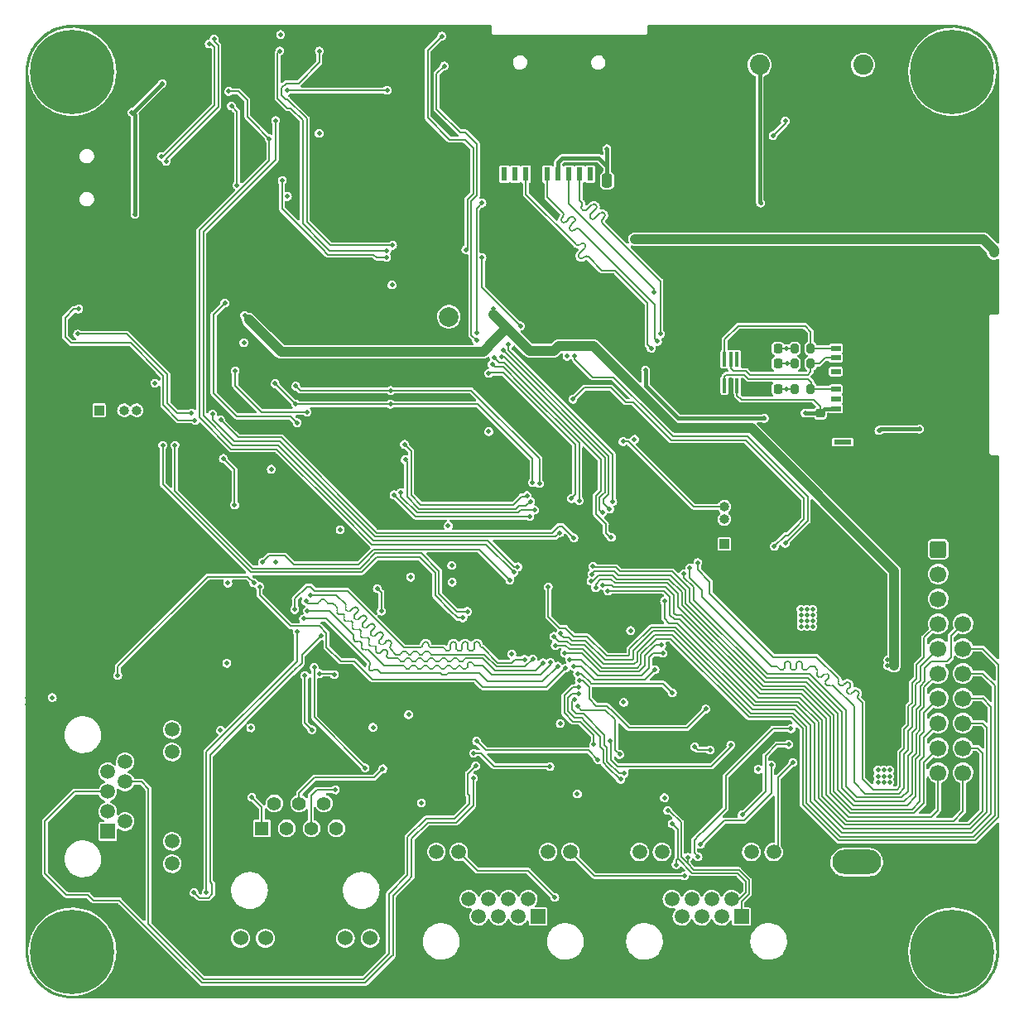
<source format=gbl>
G04 #@! TF.GenerationSoftware,KiCad,Pcbnew,(6.0.0)*
G04 #@! TF.CreationDate,2022-01-13T12:23:07+04:00*
G04 #@! TF.ProjectId,Gateway_STM32_ver_2_0,47617465-7761-4795-9f53-544d33325f76,rev?*
G04 #@! TF.SameCoordinates,Original*
G04 #@! TF.FileFunction,Copper,L4,Bot*
G04 #@! TF.FilePolarity,Positive*
%FSLAX46Y46*%
G04 Gerber Fmt 4.6, Leading zero omitted, Abs format (unit mm)*
G04 Created by KiCad (PCBNEW (6.0.0)) date 2022-01-13 12:23:07*
%MOMM*%
%LPD*%
G01*
G04 APERTURE LIST*
G04 Aperture macros list*
%AMRoundRect*
0 Rectangle with rounded corners*
0 $1 Rounding radius*
0 $2 $3 $4 $5 $6 $7 $8 $9 X,Y pos of 4 corners*
0 Add a 4 corners polygon primitive as box body*
4,1,4,$2,$3,$4,$5,$6,$7,$8,$9,$2,$3,0*
0 Add four circle primitives for the rounded corners*
1,1,$1+$1,$2,$3*
1,1,$1+$1,$4,$5*
1,1,$1+$1,$6,$7*
1,1,$1+$1,$8,$9*
0 Add four rect primitives between the rounded corners*
20,1,$1+$1,$2,$3,$4,$5,0*
20,1,$1+$1,$4,$5,$6,$7,0*
20,1,$1+$1,$6,$7,$8,$9,0*
20,1,$1+$1,$8,$9,$2,$3,0*%
G04 Aperture macros list end*
G04 #@! TA.AperFunction,SMDPad,CuDef*
%ADD10R,0.620000X1.400000*%
G04 #@! TD*
G04 #@! TA.AperFunction,SMDPad,CuDef*
%ADD11R,1.100000X2.400000*%
G04 #@! TD*
G04 #@! TA.AperFunction,SMDPad,CuDef*
%ADD12R,1.350000X1.270000*%
G04 #@! TD*
G04 #@! TA.AperFunction,SMDPad,CuDef*
%ADD13R,1.350000X1.420000*%
G04 #@! TD*
G04 #@! TA.AperFunction,ComponentPad*
%ADD14C,0.900000*%
G04 #@! TD*
G04 #@! TA.AperFunction,ComponentPad*
%ADD15C,8.600000*%
G04 #@! TD*
G04 #@! TA.AperFunction,ComponentPad*
%ADD16C,2.300000*%
G04 #@! TD*
G04 #@! TA.AperFunction,ComponentPad*
%ADD17C,1.500000*%
G04 #@! TD*
G04 #@! TA.AperFunction,ComponentPad*
%ADD18R,1.500000X1.500000*%
G04 #@! TD*
G04 #@! TA.AperFunction,ComponentPad*
%ADD19R,1.000000X1.000000*%
G04 #@! TD*
G04 #@! TA.AperFunction,ComponentPad*
%ADD20O,1.000000X1.000000*%
G04 #@! TD*
G04 #@! TA.AperFunction,ComponentPad*
%ADD21O,5.000000X2.500000*%
G04 #@! TD*
G04 #@! TA.AperFunction,ComponentPad*
%ADD22O,4.500000X2.250000*%
G04 #@! TD*
G04 #@! TA.AperFunction,ComponentPad*
%ADD23O,2.250000X4.500000*%
G04 #@! TD*
G04 #@! TA.AperFunction,ComponentPad*
%ADD24RoundRect,0.250000X-0.600000X-0.600000X0.600000X-0.600000X0.600000X0.600000X-0.600000X0.600000X0*%
G04 #@! TD*
G04 #@! TA.AperFunction,ComponentPad*
%ADD25C,1.700000*%
G04 #@! TD*
G04 #@! TA.AperFunction,ComponentPad*
%ADD26C,2.050000*%
G04 #@! TD*
G04 #@! TA.AperFunction,ComponentPad*
%ADD27C,2.250000*%
G04 #@! TD*
G04 #@! TA.AperFunction,ComponentPad*
%ADD28C,2.000000*%
G04 #@! TD*
G04 #@! TA.AperFunction,ComponentPad*
%ADD29C,2.445000*%
G04 #@! TD*
G04 #@! TA.AperFunction,ComponentPad*
%ADD30C,1.530000*%
G04 #@! TD*
G04 #@! TA.AperFunction,ComponentPad*
%ADD31C,1.398000*%
G04 #@! TD*
G04 #@! TA.AperFunction,ComponentPad*
%ADD32R,1.398000X1.398000*%
G04 #@! TD*
G04 #@! TA.AperFunction,SMDPad,CuDef*
%ADD33RoundRect,0.200000X-0.200000X-0.275000X0.200000X-0.275000X0.200000X0.275000X-0.200000X0.275000X0*%
G04 #@! TD*
G04 #@! TA.AperFunction,SMDPad,CuDef*
%ADD34RoundRect,0.225000X0.225000X0.250000X-0.225000X0.250000X-0.225000X-0.250000X0.225000X-0.250000X0*%
G04 #@! TD*
G04 #@! TA.AperFunction,SMDPad,CuDef*
%ADD35RoundRect,0.225000X-0.250000X0.225000X-0.250000X-0.225000X0.250000X-0.225000X0.250000X0.225000X0*%
G04 #@! TD*
G04 #@! TA.AperFunction,SMDPad,CuDef*
%ADD36RoundRect,0.250000X0.250000X0.475000X-0.250000X0.475000X-0.250000X-0.475000X0.250000X-0.475000X0*%
G04 #@! TD*
G04 #@! TA.AperFunction,SMDPad,CuDef*
%ADD37R,1.800000X0.500000*%
G04 #@! TD*
G04 #@! TA.AperFunction,SMDPad,CuDef*
%ADD38R,1.000000X0.550000*%
G04 #@! TD*
G04 #@! TA.AperFunction,SMDPad,CuDef*
%ADD39R,2.400000X1.000000*%
G04 #@! TD*
G04 #@! TA.AperFunction,SMDPad,CuDef*
%ADD40R,3.400000X1.000000*%
G04 #@! TD*
G04 #@! TA.AperFunction,SMDPad,CuDef*
%ADD41R,0.400000X1.500000*%
G04 #@! TD*
G04 #@! TA.AperFunction,ViaPad*
%ADD42C,0.500000*%
G04 #@! TD*
G04 #@! TA.AperFunction,ViaPad*
%ADD43C,0.800000*%
G04 #@! TD*
G04 #@! TA.AperFunction,Conductor*
%ADD44C,0.200000*%
G04 #@! TD*
G04 #@! TA.AperFunction,Conductor*
%ADD45C,0.400000*%
G04 #@! TD*
G04 #@! TA.AperFunction,Conductor*
%ADD46C,1.000000*%
G04 #@! TD*
G04 #@! TA.AperFunction,Conductor*
%ADD47C,0.155000*%
G04 #@! TD*
G04 APERTURE END LIST*
D10*
X97980000Y-85470000D03*
X96880000Y-85470000D03*
X95780000Y-85470000D03*
X94680000Y-85470000D03*
X93580000Y-85470000D03*
X92480000Y-85470000D03*
X91380000Y-85470000D03*
X90280000Y-85470000D03*
D11*
X87800000Y-74470000D03*
X103950000Y-74470000D03*
D12*
X102950000Y-84070000D03*
D13*
X87800000Y-84070000D03*
D10*
X89180000Y-85470000D03*
D14*
X45000000Y-161775000D03*
X47280419Y-162719581D03*
X41775000Y-165000000D03*
X42719581Y-167280419D03*
X48225000Y-165000000D03*
X45000000Y-168225000D03*
D15*
X45000000Y-165000000D03*
D14*
X47280419Y-167280419D03*
X42719581Y-162719581D03*
X138225000Y-165000000D03*
D15*
X135000000Y-165000000D03*
D14*
X132719581Y-162719581D03*
X135000000Y-168225000D03*
X132719581Y-167280419D03*
X131775000Y-165000000D03*
X135000000Y-161775000D03*
X137280419Y-162719581D03*
X137280419Y-167280419D03*
D16*
X49515000Y-141020000D03*
X49515000Y-157280000D03*
D17*
X55225000Y-142290000D03*
X55225000Y-144580000D03*
X55225000Y-153720000D03*
X55225000Y-156010000D03*
X50405000Y-145598000D03*
X48625000Y-146614000D03*
X50405000Y-147630000D03*
X48625000Y-148646000D03*
X50405000Y-149662000D03*
X48625000Y-150678000D03*
X50405000Y-151694000D03*
D18*
X48625000Y-152710000D03*
D19*
X47750000Y-109625000D03*
D20*
X49020000Y-109625000D03*
X50290000Y-109625000D03*
X51560000Y-109625000D03*
D21*
X125225000Y-155837500D03*
D22*
X125225000Y-161837500D03*
D23*
X129925000Y-158837500D03*
D24*
X133560000Y-123840000D03*
D25*
X136100000Y-123840000D03*
X133560000Y-126380000D03*
X136100000Y-126380000D03*
X133560000Y-128920000D03*
X136100000Y-128920000D03*
X133560000Y-131460000D03*
X136100000Y-131460000D03*
X133560000Y-134000000D03*
X136100000Y-134000000D03*
X133560000Y-136540000D03*
X136100000Y-136540000D03*
X133560000Y-139080000D03*
X136100000Y-139080000D03*
X133560000Y-141620000D03*
X136100000Y-141620000D03*
X133560000Y-144160000D03*
X136100000Y-144160000D03*
X133560000Y-146700000D03*
X136100000Y-146700000D03*
D26*
X125875000Y-74300000D03*
D27*
X128415000Y-71760000D03*
X123335000Y-76840000D03*
X128415000Y-76840000D03*
X123335000Y-71760000D03*
D19*
X111675000Y-123300000D03*
D20*
X111675000Y-122030000D03*
X111675000Y-120760000D03*
X111675000Y-119490000D03*
D28*
X83500000Y-100050000D03*
X83500000Y-95050000D03*
D16*
X80961250Y-160510000D03*
X97221250Y-160510000D03*
D17*
X82231250Y-154800000D03*
X84521250Y-154800000D03*
X93661250Y-154800000D03*
X95951250Y-154800000D03*
X85539250Y-159620000D03*
X86555250Y-161400000D03*
X87571250Y-159620000D03*
X88587250Y-161400000D03*
X89603250Y-159620000D03*
X90619250Y-161400000D03*
X91635250Y-159620000D03*
D18*
X92651250Y-161400000D03*
D26*
X115300000Y-74300000D03*
D27*
X117840000Y-71760000D03*
X112760000Y-71760000D03*
X117840000Y-76840000D03*
X112760000Y-76840000D03*
D14*
X42719581Y-77280419D03*
X47280419Y-72719581D03*
X42719581Y-72719581D03*
X48225000Y-75000000D03*
X45000000Y-78225000D03*
X45000000Y-71775000D03*
X41775000Y-75000000D03*
D15*
X45000000Y-75000000D03*
D14*
X47280419Y-77280419D03*
D29*
X76582500Y-155680000D03*
X61092500Y-155680000D03*
D30*
X75462500Y-163630000D03*
X72922500Y-163630000D03*
X64752500Y-163630000D03*
X62212500Y-163630000D03*
D31*
X73277500Y-149840000D03*
X72007500Y-152380000D03*
X70737500Y-149840000D03*
X69467500Y-152380000D03*
X68197500Y-149840000D03*
X66927500Y-152380000D03*
X65657500Y-149840000D03*
D32*
X64387500Y-152380000D03*
D14*
X132719581Y-77280419D03*
X137280419Y-72719581D03*
X138225000Y-75000000D03*
D15*
X135000000Y-75000000D03*
D14*
X131775000Y-75000000D03*
X135000000Y-78225000D03*
X135000000Y-71775000D03*
X137280419Y-77280419D03*
X132719581Y-72719581D03*
D16*
X118005000Y-160510000D03*
X101745000Y-160510000D03*
D17*
X103015000Y-154800000D03*
X105305000Y-154800000D03*
X114445000Y-154800000D03*
X116735000Y-154800000D03*
X106323000Y-159620000D03*
X107339000Y-161400000D03*
X108355000Y-159620000D03*
X109371000Y-161400000D03*
X110387000Y-159620000D03*
X111403000Y-161400000D03*
X112419000Y-159620000D03*
D18*
X113435000Y-161400000D03*
D33*
X118875000Y-107450000D03*
X120525000Y-107450000D03*
X118875000Y-103300000D03*
X120525000Y-103300000D03*
D34*
X117175000Y-103300000D03*
X115625000Y-103300000D03*
D35*
X121500000Y-109925000D03*
X121500000Y-111475000D03*
D36*
X101600000Y-86125000D03*
X99700000Y-86125000D03*
D33*
X118875000Y-104850000D03*
X120525000Y-104850000D03*
D37*
X123795000Y-112875000D03*
D38*
X123095000Y-105675000D03*
X123095000Y-104270000D03*
X123095000Y-108460000D03*
X123095000Y-110460000D03*
D39*
X123995000Y-99325000D03*
D40*
X137795000Y-114975000D03*
X132495000Y-114975000D03*
X137795000Y-99325000D03*
D39*
X123995000Y-114975000D03*
D40*
X132495000Y-99325000D03*
D38*
X123095000Y-103270000D03*
X123095000Y-107460000D03*
X123095000Y-109460000D03*
D34*
X117175000Y-104850000D03*
X115625000Y-104850000D03*
X117175000Y-107450000D03*
X115625000Y-107450000D03*
D41*
X113000000Y-107080000D03*
X112350000Y-107080000D03*
X111700000Y-107080000D03*
X111700000Y-104420000D03*
X112350000Y-104420000D03*
X113000000Y-104420000D03*
D42*
X47400000Y-80500000D03*
X46800000Y-80500000D03*
X46200000Y-80500000D03*
X45600000Y-80500000D03*
X45600000Y-81100000D03*
X46200000Y-81100000D03*
X46800000Y-81100000D03*
X47400000Y-81100000D03*
X68000000Y-140700000D03*
X77300000Y-140700000D03*
X75700000Y-140700000D03*
X71000000Y-140700000D03*
X72600000Y-140700000D03*
X74200000Y-140700000D03*
X75200000Y-80700000D03*
X75800000Y-80700000D03*
X76400000Y-80700000D03*
X77000000Y-80700000D03*
X77600000Y-80700000D03*
X78200000Y-80700000D03*
X78800000Y-80700000D03*
X79400000Y-80700000D03*
X80000000Y-80700000D03*
X80000000Y-81300000D03*
X79400000Y-81300000D03*
X78800000Y-81300000D03*
X78200000Y-81300000D03*
X77600000Y-81300000D03*
X77000000Y-81300000D03*
X76400000Y-81300000D03*
X75800000Y-81300000D03*
X75200000Y-81300000D03*
X65900000Y-85700000D03*
X65900000Y-85100000D03*
X66500000Y-85100000D03*
X66800000Y-84000000D03*
X67400000Y-84000000D03*
X86200000Y-74500000D03*
X86200000Y-73900000D03*
X86200000Y-73300000D03*
X87400000Y-72700000D03*
X86800000Y-72700000D03*
X86200000Y-72700000D03*
X86200000Y-72100000D03*
X86800000Y-72100000D03*
X87400000Y-72100000D03*
X87400000Y-71500000D03*
X86800000Y-71500000D03*
X86200000Y-71500000D03*
X82800000Y-71350000D03*
X86900000Y-94000000D03*
X85250989Y-93200000D03*
X90850000Y-101000000D03*
X87600000Y-105850000D03*
X96050000Y-118650000D03*
X83050000Y-74400000D03*
X86336444Y-102463556D03*
X87950000Y-104950000D03*
X96850000Y-118850000D03*
X137400000Y-148800000D03*
X86200000Y-157600000D03*
X116400000Y-127400000D03*
X129000000Y-83000000D03*
X53200000Y-99800000D03*
X111200000Y-117800000D03*
X58200000Y-75000000D03*
X106000000Y-121000000D03*
X101700000Y-99300000D03*
X108400000Y-139600000D03*
X127600000Y-118600000D03*
X92400000Y-139800000D03*
X81200000Y-132600000D03*
X124400000Y-110400000D03*
X85400000Y-110800000D03*
X93600000Y-151400000D03*
X110600000Y-101600000D03*
X138000000Y-154800000D03*
X136000000Y-81200000D03*
X120000000Y-157200000D03*
X126600000Y-83000000D03*
X88400000Y-108600000D03*
X126600000Y-76400000D03*
X67400000Y-116200000D03*
X112200000Y-126200000D03*
X64200000Y-167200000D03*
X120600000Y-154200000D03*
X82400000Y-153000000D03*
X128200000Y-118000000D03*
D43*
X77500000Y-148500000D03*
D42*
X110600000Y-102800000D03*
X134200000Y-150600000D03*
X56200000Y-99200000D03*
X105000000Y-80200000D03*
X64200000Y-168800000D03*
X77600000Y-100800000D03*
X55200000Y-160000000D03*
X126000000Y-83000000D03*
X94200000Y-151400000D03*
X53992346Y-135396699D03*
X76200000Y-120400000D03*
X109600000Y-71600000D03*
X41200000Y-96600000D03*
X116400000Y-152800000D03*
X49800000Y-70800000D03*
D43*
X99600000Y-81800000D03*
D42*
X67800000Y-167200000D03*
X67800000Y-168800000D03*
X58600000Y-113800000D03*
X111800000Y-81400000D03*
X136800000Y-156000000D03*
X110200000Y-71600000D03*
X127200000Y-82400000D03*
X127000000Y-121000000D03*
X89000000Y-108000000D03*
X96600000Y-151400000D03*
X104400000Y-80200000D03*
X77000000Y-99000000D03*
X54000000Y-159400000D03*
X52800000Y-136600000D03*
X58000000Y-113800000D03*
X113000000Y-117800000D03*
X93600000Y-139200000D03*
X93600000Y-139800000D03*
X135400000Y-81800000D03*
X71400000Y-168800000D03*
X87800000Y-108600000D03*
X128400000Y-82400000D03*
X52800000Y-137800000D03*
X90000000Y-139200000D03*
X114400000Y-123000000D03*
X99400000Y-154800000D03*
X125200000Y-76400000D03*
X85400000Y-110200000D03*
X83800000Y-132000000D03*
X125000000Y-110400000D03*
X83600000Y-152400000D03*
X114000000Y-79000000D03*
X131800000Y-81000000D03*
X64175000Y-148350000D03*
X136600000Y-81800000D03*
X109200000Y-107400000D03*
X52600000Y-93000000D03*
X92400000Y-124500000D03*
X114600000Y-94400000D03*
X57600000Y-74400000D03*
X52000000Y-95400000D03*
X53400000Y-159400000D03*
X126600000Y-79000000D03*
X90600000Y-138600000D03*
X92900000Y-105300000D03*
X54600000Y-161200000D03*
X67400000Y-116800000D03*
X85400000Y-153000000D03*
X64600000Y-73000000D03*
X84400000Y-131400000D03*
X137400000Y-148200000D03*
X50800000Y-163200000D03*
X58000000Y-112000000D03*
X52600000Y-94800000D03*
D43*
X99600000Y-79100000D03*
D42*
X83000000Y-137800000D03*
X41800000Y-113500000D03*
X114225000Y-103975000D03*
X91800000Y-138600000D03*
X81800000Y-153000000D03*
X68400000Y-167200000D03*
X125800000Y-119200000D03*
X133200000Y-156600000D03*
X129400000Y-118600000D03*
X84400000Y-132000000D03*
X88400000Y-108000000D03*
X40600000Y-100800000D03*
X41000000Y-139700000D03*
X49600000Y-92200000D03*
X91800000Y-139200000D03*
X136800000Y-148800000D03*
X58600000Y-113200000D03*
X123800000Y-110400000D03*
X42400000Y-113500000D03*
X66000000Y-168800000D03*
X52800000Y-138400000D03*
X86800000Y-157600000D03*
X111600000Y-126200000D03*
X109200000Y-103400000D03*
X94800000Y-151400000D03*
X89400000Y-139200000D03*
X125200000Y-77600000D03*
X40600000Y-99000000D03*
X110600000Y-107400000D03*
X104400000Y-79000000D03*
X137400000Y-149400000D03*
X115800000Y-127400000D03*
X83000000Y-132600000D03*
X109800000Y-79200000D03*
X133400000Y-82600000D03*
X65900000Y-146700000D03*
X129800000Y-81600000D03*
X92900000Y-96500000D03*
D43*
X73800000Y-152400000D03*
D42*
X116200000Y-95000000D03*
X64200000Y-119000000D03*
X109600000Y-72200000D03*
X64300000Y-137200000D03*
X58600000Y-112600000D03*
X126400000Y-121000000D03*
X41200000Y-103800000D03*
X110600000Y-102200000D03*
X135600000Y-156000000D03*
X72600000Y-168800000D03*
X115000000Y-123000000D03*
X76800000Y-121000000D03*
X115000000Y-122400000D03*
X51400000Y-94800000D03*
X120000000Y-158400000D03*
X136800000Y-155400000D03*
X127400000Y-81600000D03*
X130200000Y-80000000D03*
X56800000Y-113800000D03*
X127800000Y-82400000D03*
X64800000Y-167200000D03*
X73800000Y-168800000D03*
X43000000Y-113500000D03*
X112800000Y-127400000D03*
X99000000Y-152000000D03*
X88000000Y-156000000D03*
X42200000Y-139000000D03*
X54600000Y-160600000D03*
X121600000Y-121800000D03*
X82400000Y-152400000D03*
X116200000Y-93800000D03*
X90000000Y-138600000D03*
X129400000Y-119200000D03*
X64200000Y-121400000D03*
X117600000Y-81800000D03*
X70200000Y-168800000D03*
X98600000Y-110000000D03*
X65600000Y-139600000D03*
X128800000Y-119800000D03*
X136000000Y-82400000D03*
X58000000Y-111400000D03*
X115200000Y-126200000D03*
X68400000Y-113000000D03*
X95400000Y-152000000D03*
X41200000Y-103200000D03*
X80600000Y-132600000D03*
X109200000Y-101600000D03*
X114400000Y-123600000D03*
X105500000Y-123400000D03*
X100100000Y-97900000D03*
X67800000Y-111800000D03*
X126600000Y-75800000D03*
X83800000Y-131400000D03*
X63000000Y-168800000D03*
X55200000Y-161200000D03*
X115800000Y-126800000D03*
X115200000Y-152200000D03*
X72000000Y-167200000D03*
X53992346Y-136596699D03*
X46600000Y-91600000D03*
X109200000Y-104600000D03*
X63600000Y-167200000D03*
X66000000Y-167200000D03*
X80000000Y-132600000D03*
X134800000Y-150600000D03*
X54600000Y-159400000D03*
X55200000Y-137200000D03*
X73200000Y-168800000D03*
X110800000Y-139000000D03*
X54583592Y-136006553D03*
X128000000Y-81600000D03*
X115200000Y-96800000D03*
X126800000Y-81600000D03*
X99500000Y-97900000D03*
X64000000Y-88000000D03*
X136800000Y-156600000D03*
X56200000Y-99800000D03*
X69600000Y-167200000D03*
X114600000Y-152200000D03*
X126400000Y-120400000D03*
X47200000Y-92200000D03*
X131400000Y-80600000D03*
X93000000Y-139200000D03*
X69600000Y-168800000D03*
X41200000Y-105000000D03*
X70800000Y-167200000D03*
X91200000Y-139800000D03*
X68800000Y-95800000D03*
X137400000Y-155400000D03*
X81800000Y-132600000D03*
X83000000Y-152400000D03*
X65800000Y-88000000D03*
X65800000Y-87400000D03*
X79400000Y-93200000D03*
X115800000Y-151000000D03*
X66200000Y-116200000D03*
X86000000Y-131000000D03*
X53400000Y-137200000D03*
X99200000Y-108800000D03*
X50200000Y-92200000D03*
X53800000Y-99800000D03*
X84800000Y-153000000D03*
X117000000Y-126200000D03*
X54583592Y-137806553D03*
X92100000Y-95200000D03*
X92100000Y-97700000D03*
X130800000Y-82400000D03*
X112000000Y-140200000D03*
X132800000Y-148200000D03*
X55200000Y-135400000D03*
X114400000Y-122400000D03*
X63100000Y-139200000D03*
X82400000Y-132600000D03*
X60600000Y-83000000D03*
X92900000Y-92800000D03*
X82400000Y-137800000D03*
X87800000Y-130400000D03*
X49000000Y-92200000D03*
X66200000Y-139600000D03*
X65200000Y-73000000D03*
D43*
X99600000Y-80900000D03*
D42*
X90600000Y-139200000D03*
X135000000Y-156000000D03*
X40600000Y-103800000D03*
X68400000Y-113600000D03*
X89800000Y-156000000D03*
X120400000Y-122400000D03*
X91200000Y-138600000D03*
X50800000Y-162000000D03*
X86200000Y-132600000D03*
X109200000Y-104000000D03*
X98000000Y-109400000D03*
X47800000Y-92200000D03*
X107200000Y-121000000D03*
X111000000Y-98400000D03*
X59200000Y-113800000D03*
X85400000Y-152400000D03*
X58000000Y-113200000D03*
X121200000Y-153600000D03*
X53400000Y-135400000D03*
X65200000Y-87400000D03*
X135000000Y-155400000D03*
X121200000Y-154200000D03*
X41200000Y-96000000D03*
X127200000Y-79600000D03*
X54000000Y-160000000D03*
X101800000Y-131400000D03*
X129000000Y-82400000D03*
X134800000Y-150000000D03*
X115000000Y-124200000D03*
X106700000Y-124000000D03*
X66800000Y-121800000D03*
X96600000Y-152000000D03*
X128600000Y-81600000D03*
X100400000Y-138200000D03*
X57400000Y-113800000D03*
X94200000Y-139800000D03*
X51200000Y-70800000D03*
X116000000Y-87800000D03*
X110600000Y-105200000D03*
X124800000Y-83000000D03*
X129200000Y-81600000D03*
X41600000Y-139700000D03*
X122800000Y-121800000D03*
X96000000Y-152000000D03*
X53800000Y-99200000D03*
X70350000Y-127400000D03*
X72600000Y-167200000D03*
X116400000Y-126800000D03*
X112800000Y-79600000D03*
X128200000Y-119800000D03*
X53200000Y-99200000D03*
X70400000Y-107000000D03*
X139000000Y-81200000D03*
X63000000Y-119000000D03*
X94800000Y-124500000D03*
X131600000Y-83400000D03*
X92900000Y-105900000D03*
X125800000Y-118000000D03*
X112800000Y-99000000D03*
X107800000Y-121000000D03*
X114000000Y-95400000D03*
X137400000Y-156000000D03*
X41200000Y-100200000D03*
X50800000Y-162600000D03*
X126400000Y-118600000D03*
X105000000Y-78400000D03*
X70400000Y-106400000D03*
X40600000Y-105600000D03*
X110200000Y-72200000D03*
X127600000Y-118000000D03*
X53992346Y-137196699D03*
X64200000Y-123200000D03*
X53200000Y-164400000D03*
X115800000Y-126200000D03*
X92900000Y-94600000D03*
X99400000Y-155400000D03*
X55000000Y-99800000D03*
D43*
X99600000Y-76400000D03*
D42*
X83000000Y-153000000D03*
X138400000Y-82400000D03*
X66600000Y-168800000D03*
X109000000Y-139000000D03*
X59800000Y-113800000D03*
X136000000Y-81800000D03*
X112800000Y-126200000D03*
X64200000Y-122600000D03*
X111800000Y-82000000D03*
X123400000Y-123000000D03*
X58200000Y-74400000D03*
X41200000Y-99600000D03*
X112600000Y-140800000D03*
X112200000Y-99600000D03*
X90400000Y-157600000D03*
X134800000Y-149400000D03*
X47200000Y-91600000D03*
X115200000Y-127400000D03*
X92400000Y-139200000D03*
X136600000Y-82400000D03*
X121000000Y-121800000D03*
X125600000Y-80400000D03*
X60600000Y-83600000D03*
X99000000Y-152600000D03*
X81800000Y-93200000D03*
X110600000Y-103400000D03*
X136600000Y-81200000D03*
X106100000Y-123400000D03*
X41200000Y-97200000D03*
X136200000Y-154800000D03*
X110000000Y-108600000D03*
X92300000Y-104700000D03*
X114600000Y-107475000D03*
X116200000Y-89600000D03*
X115800000Y-152200000D03*
X66800000Y-139600000D03*
X101000000Y-138200000D03*
X100400000Y-139400000D03*
X115600000Y-96200000D03*
X129400000Y-119800000D03*
X110800000Y-140200000D03*
X64200000Y-120200000D03*
X64300000Y-136600000D03*
X122800000Y-122400000D03*
X61300000Y-136600000D03*
X65200000Y-73600000D03*
X77600000Y-100200000D03*
X79200000Y-151000000D03*
X55200000Y-136000000D03*
X120000000Y-157800000D03*
X66200000Y-140200000D03*
X64800000Y-79800000D03*
X97800000Y-151400000D03*
X41200000Y-95400000D03*
X120000000Y-156600000D03*
X65600000Y-116800000D03*
X68400000Y-168800000D03*
X54000000Y-161200000D03*
X114600000Y-90200000D03*
X65600000Y-121800000D03*
X114600000Y-89000000D03*
X114600000Y-87800000D03*
X65600000Y-118000000D03*
X89400000Y-138600000D03*
X101100000Y-99300000D03*
X99200000Y-109400000D03*
X80000000Y-93200000D03*
X137200000Y-82400000D03*
X100100000Y-97300000D03*
X114000000Y-97800000D03*
X53992346Y-135996699D03*
X50200000Y-163200000D03*
X62600000Y-139600000D03*
X95400000Y-152600000D03*
X89800000Y-157600000D03*
X103600000Y-129600000D03*
X88400000Y-106800000D03*
X116200000Y-89000000D03*
X93600000Y-152000000D03*
X116000000Y-77600000D03*
X132800000Y-149400000D03*
X134800000Y-81800000D03*
X55600000Y-99800000D03*
X135400000Y-149400000D03*
X88400000Y-107400000D03*
X126400000Y-119800000D03*
X113400000Y-126800000D03*
X77600000Y-99600000D03*
X79000000Y-152200000D03*
X54000000Y-161800000D03*
X118800000Y-81800000D03*
X40600000Y-105000000D03*
X120600000Y-153600000D03*
X46000000Y-92200000D03*
X122800000Y-123000000D03*
X73200000Y-167200000D03*
X133400000Y-83200000D03*
X94200000Y-152600000D03*
X125800000Y-119800000D03*
X128800000Y-121000000D03*
X110200000Y-72800000D03*
X92100000Y-98300000D03*
X88998899Y-106798899D03*
X53400000Y-136000000D03*
X91200000Y-139200000D03*
X92100000Y-97100000D03*
X109200000Y-105200000D03*
X121600000Y-123000000D03*
X67600000Y-94000000D03*
X89600000Y-108000000D03*
X58000000Y-112600000D03*
X58600000Y-112000000D03*
X52600000Y-95400000D03*
X50800000Y-164400000D03*
X120400000Y-121800000D03*
X89000000Y-108600000D03*
X54600000Y-161800000D03*
X90400000Y-156000000D03*
X59200000Y-113200000D03*
X114600000Y-77600000D03*
X99400000Y-154200000D03*
X73550000Y-134550000D03*
D43*
X99600000Y-77300000D03*
D42*
X78400000Y-151800000D03*
X53400000Y-136600000D03*
X90600000Y-139800000D03*
X62500000Y-137200000D03*
X40600000Y-100200000D03*
X51400000Y-163200000D03*
X87800000Y-131000000D03*
X66800000Y-116200000D03*
X135000000Y-154800000D03*
X127000000Y-118000000D03*
X40600000Y-96000000D03*
X126200000Y-81000000D03*
X116200000Y-94400000D03*
X130400000Y-81800000D03*
X138000000Y-155400000D03*
X40600000Y-113500000D03*
X125200000Y-79800000D03*
X137400000Y-150000000D03*
X93600000Y-138600000D03*
X84200000Y-110800000D03*
X90000000Y-139800000D03*
X87200000Y-130400000D03*
X51800000Y-70800000D03*
X114225000Y-102750000D03*
X71400000Y-167200000D03*
X84800000Y-110200000D03*
X42200000Y-139700000D03*
X87200000Y-131000000D03*
X129600000Y-80000000D03*
X115200000Y-151600000D03*
D43*
X99600000Y-80000000D03*
D42*
X54600000Y-160000000D03*
X114600000Y-87200000D03*
X40600000Y-112900000D03*
X92400000Y-138600000D03*
X63600000Y-119000000D03*
X94200000Y-124500000D03*
X93600000Y-152600000D03*
X112200000Y-97200000D03*
X72200000Y-107000000D03*
X111400000Y-140200000D03*
X106100000Y-124000000D03*
X110800000Y-139600000D03*
X116000000Y-95600000D03*
X81200000Y-93200000D03*
X77400000Y-121000000D03*
X40600000Y-97200000D03*
X98000000Y-110000000D03*
X94800000Y-152600000D03*
X99400000Y-153600000D03*
X81800000Y-137800000D03*
X69800000Y-107000000D03*
X134200000Y-148200000D03*
X68400000Y-112400000D03*
X114600000Y-90800000D03*
X53400000Y-161800000D03*
X101300000Y-97300000D03*
X109600000Y-139000000D03*
X132600000Y-81800000D03*
X79400000Y-151800000D03*
X40600000Y-96600000D03*
X134400000Y-156000000D03*
X135400000Y-148800000D03*
X69000000Y-167200000D03*
X109600000Y-72800000D03*
X67200000Y-168800000D03*
X137800000Y-81200000D03*
X126400000Y-118000000D03*
X66200000Y-117400000D03*
X52600000Y-93600000D03*
X130800000Y-80200000D03*
X119800000Y-123000000D03*
X129400000Y-120400000D03*
X114600000Y-88400000D03*
X99800000Y-138800000D03*
X97800000Y-152600000D03*
X133800000Y-154800000D03*
X114600000Y-93200000D03*
X53400000Y-137800000D03*
X88600000Y-157600000D03*
X94200000Y-139200000D03*
X87800000Y-107400000D03*
X123200000Y-110400000D03*
X68200000Y-95800000D03*
X54583592Y-138406553D03*
X88800000Y-138600000D03*
X116000000Y-75800000D03*
X136200000Y-155400000D03*
X40400000Y-139000000D03*
X125200000Y-75800000D03*
X41000000Y-139000000D03*
X68200000Y-95200000D03*
X128800000Y-119200000D03*
X121600000Y-121200000D03*
X65900000Y-146100000D03*
X65400000Y-167200000D03*
X126000000Y-82400000D03*
X135400000Y-148200000D03*
X110600000Y-106600000D03*
X62400000Y-167200000D03*
X91800000Y-139800000D03*
X51400000Y-163800000D03*
X135400000Y-150000000D03*
X127800000Y-83000000D03*
X98400000Y-152000000D03*
X112400000Y-81400000D03*
X84800000Y-110800000D03*
D43*
X99600000Y-75500000D03*
D42*
X99200000Y-110000000D03*
X55200000Y-137800000D03*
X105500000Y-124000000D03*
X137400000Y-156600000D03*
X54400000Y-99800000D03*
X109800000Y-80400000D03*
X125200000Y-78200000D03*
X136200000Y-156600000D03*
X63100000Y-136600000D03*
X53992346Y-138396699D03*
X63000000Y-167200000D03*
X114600000Y-95000000D03*
X55200000Y-136600000D03*
X40400000Y-139700000D03*
X99400000Y-156600000D03*
X85000000Y-132600000D03*
X119800000Y-122400000D03*
X127000000Y-119800000D03*
X81200000Y-92600000D03*
X110600000Y-104600000D03*
X135600000Y-154800000D03*
X40600000Y-98400000D03*
X71600000Y-106400000D03*
X87400000Y-156000000D03*
X99400000Y-156000000D03*
X131200000Y-82800000D03*
D43*
X74800000Y-152400000D03*
D42*
X80000000Y-92600000D03*
X126600000Y-77600000D03*
X66800000Y-140200000D03*
X40600000Y-104400000D03*
X115800000Y-152800000D03*
X68800000Y-95200000D03*
X135600000Y-155400000D03*
X92900000Y-94000000D03*
X53992346Y-137796699D03*
X110800000Y-140800000D03*
X125400000Y-82400000D03*
X53400000Y-160000000D03*
X136800000Y-150000000D03*
X126200000Y-110400000D03*
X66200000Y-116800000D03*
X86600000Y-130400000D03*
X63400000Y-87400000D03*
X63200000Y-82000000D03*
X77000000Y-100800000D03*
X111000000Y-100800000D03*
X97400000Y-108800000D03*
X89600000Y-108600000D03*
X111600000Y-126800000D03*
X66800000Y-139000000D03*
X40600000Y-97800000D03*
X64200000Y-122000000D03*
X40600000Y-95400000D03*
X126600000Y-77000000D03*
X116400000Y-152200000D03*
X66200000Y-139000000D03*
X114000000Y-126800000D03*
X125800000Y-120400000D03*
X68200000Y-94000000D03*
X128200000Y-118600000D03*
X114600000Y-127400000D03*
X62400000Y-168800000D03*
X77000000Y-100200000D03*
X97800000Y-152000000D03*
X86800000Y-156000000D03*
X110200000Y-139000000D03*
X137800000Y-81800000D03*
X41800000Y-112900000D03*
X124800000Y-82400000D03*
X63700000Y-136600000D03*
X80200000Y-151000000D03*
X101000000Y-138800000D03*
X87600000Y-138600000D03*
X113400000Y-79000000D03*
X112800000Y-79000000D03*
X116000000Y-78200000D03*
X92900000Y-98300000D03*
X126600000Y-78200000D03*
X61200000Y-168800000D03*
X60600000Y-84800000D03*
X122200000Y-123000000D03*
X112800000Y-126800000D03*
X77000000Y-98400000D03*
X41200000Y-105600000D03*
X100400000Y-138800000D03*
X87800000Y-106800000D03*
X63700000Y-137200000D03*
X41200000Y-102600000D03*
X127000000Y-118600000D03*
X84200000Y-152400000D03*
X68200000Y-94600000D03*
X64200000Y-119600000D03*
X109200000Y-102800000D03*
X127600000Y-121000000D03*
X62100000Y-140000000D03*
X110400000Y-79800000D03*
X133800000Y-156000000D03*
X40600000Y-102000000D03*
X87800000Y-108000000D03*
X66800000Y-138400000D03*
X73200000Y-136500000D03*
X51400000Y-95400000D03*
X64200000Y-120800000D03*
X54583592Y-135406553D03*
X111600000Y-127400000D03*
X105000000Y-79000000D03*
X61200000Y-83000000D03*
X78600000Y-152600000D03*
X46600000Y-92200000D03*
X133800000Y-156600000D03*
X41200000Y-112900000D03*
X97200000Y-152600000D03*
X68400000Y-111800000D03*
X64000000Y-87400000D03*
X111800000Y-117800000D03*
X70800000Y-168800000D03*
X50200000Y-162600000D03*
X110400000Y-108200000D03*
X98400000Y-151400000D03*
X79600000Y-150600000D03*
X104200000Y-129600000D03*
X96000000Y-151400000D03*
X133000000Y-82200000D03*
X56800000Y-112000000D03*
X114000000Y-126200000D03*
X125800000Y-121000000D03*
X114600000Y-93800000D03*
X114600000Y-126800000D03*
X77000000Y-99600000D03*
X76200000Y-121000000D03*
X83600000Y-110200000D03*
X85000000Y-132000000D03*
X86000000Y-110200000D03*
X51400000Y-162600000D03*
X85600000Y-132600000D03*
X54583592Y-136606553D03*
X112800000Y-96600000D03*
X128400000Y-80000000D03*
X50200000Y-161400000D03*
X114600000Y-152800000D03*
X92100000Y-94000000D03*
D43*
X99600000Y-79100000D03*
D42*
X112200000Y-126800000D03*
X80600000Y-137800000D03*
X116000000Y-86600000D03*
X112000000Y-140800000D03*
X125400000Y-83000000D03*
X92100000Y-96500000D03*
X99800000Y-138200000D03*
X54583592Y-137206553D03*
X79800000Y-151400000D03*
X52600000Y-94200000D03*
X89200000Y-157600000D03*
X120400000Y-123000000D03*
X64400000Y-82000000D03*
X93000000Y-152000000D03*
X134800000Y-148800000D03*
X65000000Y-140200000D03*
X111400000Y-139600000D03*
D43*
X67500000Y-148300000D03*
D42*
X57400000Y-113200000D03*
X127000000Y-120400000D03*
X126400000Y-119200000D03*
X92100000Y-95900000D03*
X64600000Y-88000000D03*
X81800000Y-152400000D03*
X127600000Y-119800000D03*
X139000000Y-81800000D03*
X134200000Y-150000000D03*
X65600000Y-117400000D03*
X67600000Y-95800000D03*
X88600000Y-156000000D03*
X53400000Y-138400000D03*
X123400000Y-122400000D03*
X125600000Y-110400000D03*
X63800000Y-82000000D03*
X52000000Y-163800000D03*
D43*
X77500000Y-149600000D03*
D42*
X53400000Y-160600000D03*
X97200000Y-151400000D03*
X122200000Y-121200000D03*
X104400000Y-78400000D03*
X129400000Y-121000000D03*
X134200000Y-148800000D03*
X98600000Y-108800000D03*
X68800000Y-94000000D03*
X93600000Y-124500000D03*
X71286444Y-123836444D03*
X129400000Y-118000000D03*
X116200000Y-90200000D03*
X116200000Y-93200000D03*
X93000000Y-138600000D03*
X77400000Y-120400000D03*
X113400000Y-127400000D03*
X134800000Y-148200000D03*
X51400000Y-164400000D03*
X120000000Y-154200000D03*
X114000000Y-127400000D03*
X105000000Y-79600000D03*
X61900000Y-137200000D03*
X110200000Y-71000000D03*
X114600000Y-86600000D03*
X92900000Y-93400000D03*
X83800000Y-132600000D03*
X67000000Y-95800000D03*
X128200000Y-121000000D03*
X89200000Y-156000000D03*
X121000000Y-121200000D03*
X133200000Y-154800000D03*
X110600000Y-106000000D03*
X92100000Y-92800000D03*
X98600000Y-109400000D03*
X122200000Y-122400000D03*
X83600000Y-110800000D03*
X61200000Y-84800000D03*
X111600000Y-97800000D03*
X64600000Y-73600000D03*
X61200000Y-84200000D03*
X132200000Y-81400000D03*
X128200000Y-119200000D03*
X93000000Y-152600000D03*
X40600000Y-99600000D03*
X125800000Y-118600000D03*
X89400000Y-139800000D03*
X127200000Y-83000000D03*
X66200000Y-121800000D03*
X113400000Y-96000000D03*
X61200000Y-83600000D03*
X99000000Y-151400000D03*
X113600000Y-117800000D03*
X135400000Y-82400000D03*
X109200000Y-106600000D03*
X111600000Y-100200000D03*
X67800000Y-113000000D03*
X115200000Y-152800000D03*
X80600000Y-92600000D03*
X41200000Y-100800000D03*
X88000000Y-157600000D03*
X57600000Y-75000000D03*
X52600000Y-99800000D03*
X60400000Y-113800000D03*
X86600000Y-129800000D03*
X72000000Y-168800000D03*
X93000000Y-151400000D03*
X76800000Y-120400000D03*
X127800000Y-80000000D03*
X92300000Y-105300000D03*
X65400000Y-168800000D03*
X90000000Y-110600000D03*
X41200000Y-102000000D03*
X128800000Y-118600000D03*
X52600000Y-99200000D03*
X92900000Y-95200000D03*
X71000000Y-106400000D03*
X99800000Y-108800000D03*
X127600000Y-119200000D03*
X67200000Y-167200000D03*
X115200000Y-126800000D03*
X50800000Y-95400000D03*
X71600000Y-107000000D03*
X94200000Y-152000000D03*
X66200000Y-118000000D03*
X100700000Y-97300000D03*
X64600000Y-87400000D03*
X64200000Y-123800000D03*
X97400000Y-109400000D03*
X114600000Y-75800000D03*
X55200000Y-160600000D03*
X88200000Y-138600000D03*
X65600000Y-140200000D03*
X50600000Y-70800000D03*
X110400000Y-99000000D03*
X109800000Y-79800000D03*
X52000000Y-94800000D03*
X77600000Y-101400000D03*
X135600000Y-156600000D03*
X86000000Y-110800000D03*
X127600000Y-120400000D03*
X117000000Y-127400000D03*
X125200000Y-77000000D03*
X105400000Y-121000000D03*
X114000000Y-79600000D03*
X55600000Y-99200000D03*
X43000000Y-112900000D03*
X114225000Y-103375000D03*
X135400000Y-81200000D03*
X134200000Y-149400000D03*
X62400000Y-119000000D03*
X71850000Y-132700000D03*
X55200000Y-138400000D03*
X121000000Y-122400000D03*
X52000000Y-94200000D03*
X134400000Y-155400000D03*
X63600000Y-168800000D03*
X116000000Y-87200000D03*
X52800000Y-137200000D03*
X84800000Y-152400000D03*
X115800000Y-151600000D03*
X67800000Y-112400000D03*
X120000000Y-154800000D03*
X52000000Y-163200000D03*
X138000000Y-156000000D03*
X77000000Y-101400000D03*
X139000000Y-82400000D03*
X116400000Y-151000000D03*
X42400000Y-112900000D03*
X67400000Y-121800000D03*
X52800000Y-136000000D03*
X92100000Y-94600000D03*
X113400000Y-98400000D03*
X114600000Y-76400000D03*
X138000000Y-156600000D03*
X109200000Y-106000000D03*
X114600000Y-89600000D03*
X133800000Y-155400000D03*
X41600000Y-139000000D03*
X136800000Y-154800000D03*
X64800000Y-168800000D03*
X92900000Y-97100000D03*
X135000000Y-156600000D03*
X55200000Y-159400000D03*
X87000000Y-138600000D03*
X60600000Y-84200000D03*
X104400000Y-79600000D03*
X61900000Y-136600000D03*
X109200000Y-102200000D03*
X134800000Y-82400000D03*
D43*
X99600000Y-78200000D03*
D42*
X78000000Y-120400000D03*
X112400000Y-117800000D03*
X69000000Y-168800000D03*
X138400000Y-81200000D03*
X52600000Y-163800000D03*
X77600000Y-99000000D03*
X59800000Y-113200000D03*
X128800000Y-118000000D03*
X50200000Y-163800000D03*
X128800000Y-120400000D03*
X96000000Y-152600000D03*
X120000000Y-155400000D03*
X56800000Y-112600000D03*
X77600000Y-98400000D03*
X112200000Y-127400000D03*
X86600000Y-131000000D03*
X40600000Y-103200000D03*
X66600000Y-167200000D03*
X56800000Y-111400000D03*
X68800000Y-94600000D03*
X55200000Y-161800000D03*
X137400000Y-154800000D03*
X70200000Y-167200000D03*
X50200000Y-164400000D03*
X93000000Y-139800000D03*
X57400000Y-112600000D03*
X114600000Y-126200000D03*
X92900000Y-95900000D03*
X134800000Y-81200000D03*
X137200000Y-81800000D03*
X65200000Y-88000000D03*
X94800000Y-152000000D03*
X57400000Y-111400000D03*
X120000000Y-153600000D03*
X50200000Y-162000000D03*
X81800000Y-92600000D03*
X55000000Y-99200000D03*
X121600000Y-122400000D03*
X52000000Y-164400000D03*
X57400000Y-112000000D03*
X132800000Y-148800000D03*
X129000000Y-80000000D03*
X138400000Y-81800000D03*
X98000000Y-108800000D03*
X81200000Y-137800000D03*
X114600000Y-97200000D03*
X53400000Y-161200000D03*
X133400000Y-83800000D03*
X67600000Y-95200000D03*
X56800000Y-113200000D03*
X116200000Y-90800000D03*
X93000000Y-124500000D03*
X136800000Y-149400000D03*
X64600000Y-71800000D03*
X109000000Y-139600000D03*
X52800000Y-135400000D03*
X87400000Y-157600000D03*
X110600000Y-104000000D03*
X114600000Y-78200000D03*
X96600000Y-152600000D03*
X78000000Y-152200000D03*
X118200000Y-81800000D03*
X108400000Y-139000000D03*
X97200000Y-152000000D03*
X134400000Y-154800000D03*
X87200000Y-129800000D03*
X114600000Y-77000000D03*
X71000000Y-107000000D03*
X137200000Y-81200000D03*
X59200000Y-112600000D03*
X125200000Y-79000000D03*
X106600000Y-121000000D03*
X62500000Y-136600000D03*
X116000000Y-76400000D03*
X92900000Y-97700000D03*
X52000000Y-93600000D03*
X46000000Y-91600000D03*
X116400000Y-151600000D03*
X137800000Y-82400000D03*
X61800000Y-168800000D03*
X92900000Y-104700000D03*
X99500000Y-97300000D03*
X79400000Y-92600000D03*
X80000000Y-137800000D03*
X64600000Y-72400000D03*
X66800000Y-116800000D03*
X104800000Y-129600000D03*
X50200000Y-95400000D03*
X54000000Y-160600000D03*
X122200000Y-121800000D03*
X51400000Y-94200000D03*
X120000000Y-159000000D03*
X112400000Y-82000000D03*
X113400000Y-79600000D03*
X134400000Y-156600000D03*
X111000000Y-98400000D03*
X115000000Y-123600000D03*
X95400000Y-151400000D03*
X111400000Y-140800000D03*
X41200000Y-113500000D03*
X116400000Y-126200000D03*
X117000000Y-126800000D03*
X113400000Y-126200000D03*
X122600000Y-110400000D03*
X94200000Y-138600000D03*
X92100000Y-93400000D03*
X84400000Y-132600000D03*
X50800000Y-163800000D03*
X67600000Y-94600000D03*
X114400000Y-124200000D03*
X41200000Y-97800000D03*
X41200000Y-98400000D03*
X54400000Y-99200000D03*
X80600000Y-93200000D03*
X40600000Y-102600000D03*
X136200000Y-156000000D03*
X73800000Y-167200000D03*
X84200000Y-153000000D03*
X121000000Y-123000000D03*
X63100000Y-137200000D03*
X41200000Y-101400000D03*
X133200000Y-156000000D03*
X85600000Y-157600000D03*
X65200000Y-72400000D03*
X120000000Y-159600000D03*
X111000000Y-80400000D03*
X136800000Y-148200000D03*
X116000000Y-77000000D03*
X133200000Y-155400000D03*
X84200000Y-110200000D03*
X41200000Y-99000000D03*
X63400000Y-88000000D03*
X109800000Y-99600000D03*
X110400000Y-80400000D03*
X41200000Y-104400000D03*
X112200000Y-99600000D03*
X128400000Y-83000000D03*
X83600000Y-153000000D03*
X98400000Y-152600000D03*
X50800000Y-94800000D03*
X65200000Y-71800000D03*
X120000000Y-156000000D03*
X61300000Y-137200000D03*
X126600000Y-82400000D03*
X109600000Y-71000000D03*
X78000000Y-121000000D03*
X48400000Y-92200000D03*
X128200000Y-120400000D03*
X89000000Y-107400000D03*
X61800000Y-167200000D03*
X98600000Y-110600000D03*
X52600000Y-164400000D03*
X99800000Y-109400000D03*
X106700000Y-123400000D03*
X78800000Y-151400000D03*
X127000000Y-119200000D03*
X40600000Y-101400000D03*
X61200000Y-167200000D03*
X115400000Y-88425000D03*
X128600000Y-147650000D03*
X62625000Y-99925000D03*
X128600000Y-146400000D03*
X129050000Y-135150000D03*
X127400000Y-147650000D03*
X88075000Y-99275000D03*
X128000000Y-147050000D03*
X128000000Y-147650000D03*
X88075000Y-99850000D03*
X127400000Y-146400000D03*
X63500000Y-100800000D03*
X128600000Y-147050000D03*
X128000000Y-146400000D03*
X129050000Y-135750000D03*
X128400000Y-135750000D03*
X128400000Y-135150000D03*
X127400000Y-147050000D03*
X88500000Y-100275000D03*
X63050000Y-100350000D03*
D43*
X102550000Y-92125000D03*
D42*
X139250000Y-93525000D03*
D43*
X103500000Y-92125000D03*
X104450000Y-92125000D03*
D42*
X116675000Y-81525000D03*
D43*
X105400000Y-92125000D03*
D42*
X117925000Y-80025000D03*
X139250000Y-92850000D03*
X120725000Y-130575000D03*
X87600000Y-111800000D03*
X65800000Y-125150000D03*
X101400000Y-139500000D03*
X99675000Y-82875000D03*
X83450000Y-121450000D03*
X120725000Y-129975000D03*
X79400000Y-140750000D03*
X102100000Y-132150000D03*
X42950000Y-139000000D03*
X120125000Y-131725000D03*
X115150000Y-146350000D03*
X95600000Y-104100000D03*
X63250000Y-142100000D03*
X60800000Y-135500000D03*
X120725000Y-131150000D03*
X120125000Y-131150000D03*
X67000000Y-87750000D03*
X62550000Y-102700000D03*
X79600000Y-126700000D03*
X72400000Y-121850000D03*
X89950000Y-134550000D03*
X119525000Y-129975000D03*
X119550000Y-131725000D03*
X80700000Y-149800000D03*
X94900000Y-141650000D03*
X77700000Y-96800000D03*
X119550000Y-130550000D03*
X119550000Y-131150000D03*
X120725000Y-131725000D03*
X75750000Y-142050000D03*
X96650000Y-148850000D03*
X65350000Y-115650000D03*
X102500000Y-112600000D03*
X60150000Y-142350000D03*
X53450000Y-106850000D03*
X120125000Y-129975000D03*
X60900000Y-127300000D03*
X66300000Y-71200000D03*
X120125000Y-130550000D03*
X70250000Y-81300000D03*
X105550000Y-149250000D03*
X83850000Y-127200000D03*
X83800000Y-125500000D03*
X118050000Y-107450000D03*
X118050000Y-103300000D03*
X118100000Y-104850000D03*
X51400000Y-89600000D03*
X51100000Y-79150000D03*
X54200000Y-76200000D03*
X119950000Y-109900000D03*
X131650000Y-111550000D03*
X127500000Y-111700000D03*
X103625000Y-105500000D03*
X115775000Y-110450000D03*
X61850000Y-86600000D03*
X61275730Y-78483178D03*
X71900000Y-148450000D03*
X76750000Y-146300000D03*
X101325000Y-112825000D03*
X86250000Y-146000000D03*
X98251233Y-125583635D03*
X98154167Y-126383297D03*
X98050000Y-127075000D03*
X98525000Y-127775000D03*
X96200000Y-108500000D03*
X116800000Y-123525000D03*
X96400000Y-104100000D03*
X117925000Y-123225000D03*
X99225500Y-127541234D03*
X94401056Y-133673944D03*
X94252112Y-132747888D03*
X94925000Y-132475000D03*
X65800000Y-80000000D03*
X90561428Y-125634287D03*
X90150000Y-126200000D03*
X65150000Y-81850000D03*
X61000000Y-77000000D03*
X93850000Y-146050000D03*
X86050000Y-144700000D03*
X98751461Y-145350000D03*
X86350000Y-143450000D03*
X99975500Y-143450000D03*
X112350000Y-143850000D03*
X110213303Y-144361333D03*
X108650000Y-144050000D03*
X93675000Y-127675000D03*
X105575000Y-129125000D03*
X99775000Y-128100000D03*
X107600000Y-157250000D03*
X109000000Y-155300000D03*
X118500000Y-142200000D03*
X94350000Y-159450000D03*
X118250000Y-143800000D03*
X113511444Y-151011444D03*
X118700000Y-145650000D03*
X109250000Y-154000000D03*
X116500000Y-145900000D03*
X59350000Y-110025000D03*
X57175000Y-109900000D03*
X45550000Y-101825000D03*
X94850000Y-122150000D03*
X45650000Y-99275000D03*
X57537471Y-110646679D03*
X60178562Y-110621438D03*
X96300000Y-122675000D03*
X60450000Y-114550000D03*
X61600000Y-119300000D03*
X70275000Y-72875000D03*
X100275000Y-118950000D03*
X77750000Y-92750000D03*
X89625000Y-102925000D03*
X66225000Y-72875000D03*
X77175000Y-93299500D03*
X89075000Y-103475000D03*
X99950000Y-119725000D03*
X77200000Y-76900000D03*
X67000000Y-76900000D03*
X67750000Y-130000000D03*
X91250000Y-135100000D03*
X64150000Y-127650000D03*
X95450000Y-136000000D03*
X69500000Y-142300000D03*
X68800000Y-136750000D03*
X74950000Y-146200000D03*
X69736444Y-135936444D03*
X98350000Y-143800000D03*
X96801057Y-137942898D03*
X96675000Y-139900000D03*
X101000000Y-144825000D03*
X58700000Y-158950000D03*
X68000000Y-132249500D03*
X57450000Y-158950000D03*
X70450000Y-132700000D03*
X63350000Y-149200000D03*
X86000000Y-147250000D03*
X67850000Y-107150000D03*
X92770912Y-117106200D03*
X77550000Y-107600000D03*
X65735000Y-106885000D03*
X67850000Y-109000000D03*
X92075000Y-117025000D03*
X77550000Y-109000000D03*
X61650000Y-105625000D03*
X68975000Y-109800000D03*
X96850344Y-137245134D03*
X109800000Y-140175000D03*
X78975000Y-113100000D03*
X91500000Y-118350000D03*
X91875000Y-118950000D03*
X79050000Y-114675000D03*
X92275000Y-119825000D03*
X78625000Y-118025000D03*
X91750000Y-120500000D03*
X77900000Y-118275000D03*
X96677901Y-136550000D03*
X106375000Y-138525000D03*
X96278381Y-135801066D03*
X104600000Y-136125000D03*
X105400000Y-134475000D03*
X95878861Y-135125000D03*
X95350000Y-134475000D03*
X105275000Y-133650000D03*
X106750000Y-156100000D03*
X106350000Y-151900000D03*
X105900000Y-150550000D03*
X107950000Y-155350000D03*
X59497488Y-71652512D03*
X54597488Y-84147488D03*
X54102512Y-83652512D03*
X59002512Y-72147488D03*
X105150000Y-101825000D03*
X104475000Y-97575000D03*
X104850000Y-102575000D03*
X104201056Y-103276056D03*
X86900000Y-88425000D03*
X86350000Y-101700000D03*
X100125000Y-122625000D03*
X88125000Y-104225000D03*
X77148137Y-93998486D03*
X99200000Y-120100000D03*
X88899451Y-104152116D03*
X66475000Y-86150000D03*
X101075000Y-147375000D03*
X96778032Y-138642022D03*
X96325000Y-139175000D03*
X101450000Y-146775000D03*
X76200000Y-127845500D03*
X71813556Y-136663556D03*
X76604277Y-130164009D03*
X70285944Y-136550000D03*
X68000000Y-110900000D03*
X60600000Y-98650000D03*
X69350000Y-128500000D03*
X92100000Y-135050000D03*
X93150000Y-135450000D03*
X68900000Y-129150000D03*
X69050000Y-130150000D03*
X93900000Y-135400000D03*
X68650000Y-130950000D03*
X94650000Y-135800000D03*
X49650000Y-136750000D03*
X63559857Y-127274454D03*
X89750000Y-127000000D03*
X64450000Y-125150000D03*
X85400000Y-130200000D03*
X55500000Y-113200000D03*
X84950000Y-130850000D03*
X54250000Y-113200000D03*
X108150000Y-125750000D03*
X107550000Y-126350000D03*
X108975000Y-125200000D03*
D44*
X85800489Y-101927601D02*
X86336444Y-102463556D01*
X85800489Y-88249511D02*
X85800489Y-101927601D01*
X86400000Y-87650000D02*
X85800489Y-88249511D01*
X85200000Y-81200000D02*
X86400000Y-82400000D01*
X86400000Y-82400000D02*
X86400000Y-87650000D01*
X83050000Y-74400000D02*
X82250000Y-75200000D01*
X82250000Y-75200000D02*
X82250000Y-78800000D01*
X84650000Y-81200000D02*
X85200000Y-81200000D01*
X82250000Y-78800000D02*
X84650000Y-81200000D01*
X81350000Y-72800000D02*
X82800000Y-71350000D01*
X83600000Y-81950000D02*
X81350000Y-79700000D01*
X84450000Y-81950000D02*
X83600000Y-81950000D01*
X85150000Y-81950000D02*
X84450000Y-81950000D01*
X85400000Y-82200000D02*
X85150000Y-81950000D01*
X86000480Y-82800480D02*
X85400000Y-82200000D01*
X86000480Y-86800000D02*
X86000480Y-82800480D01*
X86000480Y-87484514D02*
X86000480Y-86800000D01*
X85942497Y-87542497D02*
X86000480Y-87484514D01*
X81350000Y-79700000D02*
X81350000Y-72800000D01*
X85400970Y-88084024D02*
X85942497Y-87542497D01*
X85400969Y-93050020D02*
X85400970Y-88084024D01*
X85250989Y-93200000D02*
X85400969Y-93050020D01*
X90850000Y-101000000D02*
X86900000Y-97050000D01*
X86900000Y-97050000D02*
X86900000Y-94000000D01*
X87649985Y-105800015D02*
X87600000Y-105850000D01*
X96050000Y-118650000D02*
X96450480Y-118249520D01*
X89099985Y-105800015D02*
X87649985Y-105800015D01*
X96450480Y-113150510D02*
X89099985Y-105800015D01*
X96450480Y-118249520D02*
X96450480Y-113150510D01*
X88200000Y-105200000D02*
X87950000Y-104950000D01*
X89064976Y-105200000D02*
X88550000Y-105200000D01*
X90982488Y-107117512D02*
X89064976Y-105200000D01*
X91982488Y-108117512D02*
X90982488Y-107117512D01*
X88550000Y-105200000D02*
X88200000Y-105200000D01*
X95907488Y-112042512D02*
X91982488Y-108117512D01*
X96850000Y-112985024D02*
X95907488Y-112042512D01*
X96850000Y-118850000D02*
X96850000Y-112985024D01*
D45*
X115400000Y-88425000D02*
X115300000Y-88325000D01*
X115300000Y-88325000D02*
X115300000Y-74300000D01*
D46*
X88175000Y-102500000D02*
X87025000Y-103650000D01*
X94725000Y-103075000D02*
X94275000Y-103525000D01*
X89450000Y-101225000D02*
X88500000Y-100275000D01*
X88500000Y-100275000D02*
X88075000Y-99850000D01*
X106727886Y-111475000D02*
X98327886Y-103075000D01*
X87025000Y-103650000D02*
X66350000Y-103650000D01*
X91750000Y-103525000D02*
X89450000Y-101225000D01*
X114475000Y-111475000D02*
X106727886Y-111475000D01*
X94275000Y-103525000D02*
X91750000Y-103525000D01*
X98327886Y-103075000D02*
X94725000Y-103075000D01*
X129050000Y-135750000D02*
X129050000Y-126050000D01*
X66350000Y-103650000D02*
X63500000Y-100800000D01*
X89450000Y-101225000D02*
X88175000Y-102500000D01*
X129050000Y-126050000D02*
X114475000Y-111475000D01*
X63500000Y-100800000D02*
X63050000Y-100350000D01*
D44*
X116675000Y-81525000D02*
X117925000Y-80275000D01*
D46*
X138150000Y-92125000D02*
X139250000Y-93225000D01*
X102550000Y-92125000D02*
X138150000Y-92125000D01*
X139250000Y-93225000D02*
X139250000Y-93525000D01*
D44*
X117925000Y-80275000D02*
X117925000Y-80025000D01*
D45*
X95125000Y-83825000D02*
X94680000Y-84270000D01*
X99700000Y-84675000D02*
X98850000Y-83825000D01*
X98850000Y-83825000D02*
X95125000Y-83825000D01*
X99700000Y-82900000D02*
X99675000Y-82875000D01*
X99700000Y-86125000D02*
X99700000Y-84675000D01*
X99700000Y-84675000D02*
X99700000Y-82900000D01*
X94680000Y-84270000D02*
X94680000Y-85470000D01*
X94675000Y-85475000D02*
X94680000Y-85470000D01*
D44*
X118050000Y-107450000D02*
X117175000Y-107450000D01*
X118875000Y-107450000D02*
X118050000Y-107450000D01*
X118050000Y-103300000D02*
X117175000Y-103300000D01*
X118875000Y-103300000D02*
X118050000Y-103300000D01*
X118875000Y-104850000D02*
X118100000Y-104850000D01*
X118100000Y-104850000D02*
X117175000Y-104850000D01*
D45*
X54200000Y-76200000D02*
X51250000Y-79150000D01*
X51400000Y-79450000D02*
X51100000Y-79150000D01*
X51250000Y-79150000D02*
X51100000Y-79150000D01*
X51400000Y-89600000D02*
X51400000Y-79450000D01*
X127650000Y-111550000D02*
X127500000Y-111700000D01*
X123095000Y-109460000D02*
X121965000Y-109460000D01*
X131650000Y-111550000D02*
X127650000Y-111550000D01*
X121475000Y-109900000D02*
X121500000Y-109925000D01*
D44*
X121500000Y-109925000D02*
X121500000Y-109200000D01*
X120850000Y-108550000D02*
X113450000Y-108550000D01*
D45*
X121965000Y-109460000D02*
X121500000Y-109925000D01*
D44*
X121500000Y-109200000D02*
X120850000Y-108550000D01*
D45*
X119950000Y-109900000D02*
X121475000Y-109900000D01*
D44*
X113450000Y-108550000D02*
X113000000Y-108100000D01*
X113000000Y-108100000D02*
X113000000Y-107080000D01*
D45*
X106975000Y-110450000D02*
X115775000Y-110450000D01*
X103625000Y-107100000D02*
X106975000Y-110450000D01*
X103625000Y-105500000D02*
X103625000Y-107100000D01*
D44*
X61850000Y-79057448D02*
X61275730Y-78483178D01*
X61850000Y-86600000D02*
X61850000Y-79057448D01*
X71900000Y-148450000D02*
X70000000Y-148450000D01*
X69400000Y-149050000D02*
X69400000Y-152312500D01*
X70000000Y-148450000D02*
X69400000Y-149050000D01*
X69400000Y-152312500D02*
X69467500Y-152380000D01*
X76750000Y-146300000D02*
X75850000Y-147200000D01*
X75850000Y-147200000D02*
X69800000Y-147200000D01*
X68197500Y-148802500D02*
X68197500Y-149840000D01*
X69800000Y-147200000D02*
X68197500Y-148802500D01*
X120200000Y-106400000D02*
X114134994Y-106400000D01*
X120600000Y-107375000D02*
X120600000Y-106800000D01*
X114134994Y-106400000D02*
X113734514Y-105999520D01*
X120535000Y-107460000D02*
X120525000Y-107450000D01*
X113734514Y-105999520D02*
X111850480Y-105999520D01*
X111850480Y-105999520D02*
X111700000Y-106150000D01*
X120525000Y-107450000D02*
X120600000Y-107375000D01*
X123095000Y-107460000D02*
X120535000Y-107460000D01*
X120600000Y-106800000D02*
X120200000Y-106400000D01*
X111700000Y-106150000D02*
X111700000Y-107080000D01*
X123095000Y-103270000D02*
X120555000Y-103270000D01*
X120525000Y-103300000D02*
X120525000Y-101575000D01*
X111700000Y-102400000D02*
X111700000Y-104420000D01*
X120525000Y-101575000D02*
X119950000Y-101000000D01*
X119950000Y-101000000D02*
X113100000Y-101000000D01*
X120555000Y-103270000D02*
X120525000Y-103300000D01*
X113100000Y-101000000D02*
X111700000Y-102400000D01*
X120525000Y-105675000D02*
X120200000Y-106000000D01*
X121980000Y-104270000D02*
X123095000Y-104270000D01*
X114300000Y-106000000D02*
X113900000Y-105600000D01*
X120200000Y-106000000D02*
X114300000Y-106000000D01*
X120525000Y-104850000D02*
X120525000Y-105675000D01*
X120525000Y-104850000D02*
X121400000Y-104850000D01*
X113900000Y-105600000D02*
X112600000Y-105600000D01*
X121400000Y-104850000D02*
X121980000Y-104270000D01*
X112350000Y-105350000D02*
X112350000Y-104420000D01*
X112600000Y-105600000D02*
X112350000Y-105350000D01*
X101325000Y-112825000D02*
X101875000Y-112825000D01*
X101875000Y-112825000D02*
X108540000Y-119490000D01*
X108540000Y-119490000D02*
X111675000Y-119490000D01*
X79300480Y-157184514D02*
X79300481Y-153284513D01*
X85600480Y-149884514D02*
X85600480Y-149050000D01*
X85450489Y-148900009D02*
X85450489Y-146799511D01*
X79300481Y-153284513D02*
X81184514Y-151400480D01*
X81184514Y-151400480D02*
X84084514Y-151400480D01*
X85600480Y-149050000D02*
X85450489Y-148900009D01*
X74784514Y-167800480D02*
X77400480Y-165184514D01*
X85450489Y-146799511D02*
X86250000Y-146000000D01*
X52800000Y-162184994D02*
X58415486Y-167800480D01*
X58415486Y-167800480D02*
X74784514Y-167800480D01*
X77400480Y-165184514D02*
X77400481Y-159084513D01*
X50405000Y-147630000D02*
X52080000Y-147630000D01*
X52800000Y-148350000D02*
X52800000Y-162184994D01*
X52080000Y-147630000D02*
X52800000Y-148350000D01*
X84084514Y-151400480D02*
X85600480Y-149884514D01*
X77400481Y-159084513D02*
X79300480Y-157184514D01*
X98369039Y-125701441D02*
X100610987Y-125701443D01*
X101925000Y-126102400D02*
X106352432Y-126102402D01*
X101011944Y-126102400D02*
X101925000Y-126102400D01*
X106352432Y-126102402D02*
X108148080Y-127898050D01*
X120226470Y-137026440D02*
X123700000Y-140499970D01*
X130070200Y-149629800D02*
X130876440Y-148823560D01*
X98251233Y-125583635D02*
X98369039Y-125701441D01*
X123700000Y-148294958D02*
X125034842Y-149629800D01*
X131300480Y-142749508D02*
X131700480Y-142349508D01*
X130876440Y-148823560D02*
X130876440Y-148150000D01*
X130876442Y-145118546D02*
X131300480Y-144694508D01*
X100610987Y-125701443D02*
X101011944Y-126102400D01*
X130876440Y-148150000D02*
X130876442Y-145118546D01*
X132125000Y-137975000D02*
X133560000Y-136540000D01*
X123700000Y-140499970D02*
X123700000Y-148294958D01*
X108148080Y-129202854D02*
X115971666Y-137026440D01*
X131300480Y-144694508D02*
X131300480Y-142749508D01*
X131700480Y-142349508D02*
X131700480Y-140374514D01*
X125034842Y-149629800D02*
X130070200Y-149629800D01*
X132125000Y-139949994D02*
X132125000Y-137975000D01*
X108148080Y-127898050D02*
X108148080Y-129202854D01*
X115971666Y-137026440D02*
X120226470Y-137026440D01*
X131700480Y-140374514D02*
X132125000Y-139949994D01*
X131700000Y-144859994D02*
X131700000Y-142914994D01*
X106186945Y-126501921D02*
X107748560Y-128063536D01*
X124869356Y-150029320D02*
X130395680Y-150029320D01*
X98154167Y-126383297D02*
X98436503Y-126100961D01*
X131275960Y-149149040D02*
X131275961Y-145284033D01*
X123300000Y-148459964D02*
X124869356Y-150029320D01*
X123300000Y-140664976D02*
X123300000Y-148459964D01*
X115806180Y-137425960D02*
X117825000Y-137425960D01*
X120060986Y-137425962D02*
X123300000Y-140664976D01*
X100445500Y-126100962D02*
X100846458Y-126501920D01*
X130395680Y-150029320D02*
X131275960Y-149149040D01*
X131275961Y-145284033D02*
X131700000Y-144859994D01*
X117825000Y-137425960D02*
X120060986Y-137425962D01*
X131700000Y-142914994D02*
X132100000Y-142514994D01*
X100846458Y-126501920D02*
X106186945Y-126501921D01*
X107748560Y-129368340D02*
X115806180Y-137425960D01*
X107748560Y-128063536D02*
X107748560Y-129368340D01*
X98436503Y-126100961D02*
X100445500Y-126100962D01*
X132100000Y-142514994D02*
X132100000Y-140540000D01*
X132100000Y-140540000D02*
X133560000Y-139080000D01*
X130906154Y-150428840D02*
X131675480Y-149659514D01*
X98824519Y-126500481D02*
X100280013Y-126500481D01*
X98050000Y-127075000D02*
X98250000Y-127075000D01*
X106021458Y-126901440D02*
X107349040Y-128229022D01*
X122899520Y-140829502D02*
X122899520Y-148624490D01*
X98250000Y-127075000D02*
X98824519Y-126500481D01*
X122899520Y-148624490D02*
X124703870Y-150428840D01*
X132100000Y-143080000D02*
X133560000Y-141620000D01*
X124703870Y-150428840D02*
X130906154Y-150428840D01*
X107349040Y-128229022D02*
X107349040Y-129533826D01*
X119895499Y-137825481D02*
X122899520Y-140829502D01*
X100280013Y-126500481D02*
X100680972Y-126901440D01*
X132100000Y-145025000D02*
X132100000Y-143080000D01*
X131675480Y-149659514D02*
X131675481Y-145449519D01*
X100680972Y-126901440D02*
X106021458Y-126901440D01*
X115640694Y-137825480D02*
X119895499Y-137825481D01*
X131675481Y-145449519D02*
X132100000Y-145025000D01*
X107349040Y-129533826D02*
X115640694Y-137825480D01*
X132075000Y-149825000D02*
X132075000Y-145645000D01*
X119730012Y-138225000D02*
X122500000Y-140994988D01*
X106949520Y-128394508D02*
X106949520Y-129699312D01*
X124538384Y-150828360D02*
X131071640Y-150828360D01*
X115475208Y-138225000D02*
X119730012Y-138225000D01*
X100114526Y-126900000D02*
X100515486Y-127300960D01*
X122500000Y-148789976D02*
X124538384Y-150828360D01*
X131071640Y-150828360D02*
X132075000Y-149825000D01*
X132075000Y-145645000D02*
X133560000Y-144160000D01*
X106949520Y-129699312D02*
X115475208Y-138225000D01*
X100515486Y-127300960D02*
X105855974Y-127300962D01*
X98525000Y-127775000D02*
X98525000Y-127400000D01*
X105855974Y-127300962D02*
X106949520Y-128394508D01*
X99025000Y-126900000D02*
X100114526Y-126900000D01*
X98525000Y-127400000D02*
X99025000Y-126900000D01*
X122500000Y-140994988D02*
X122500000Y-148789976D01*
X101600000Y-108800000D02*
X100700000Y-107900000D01*
X113859994Y-112675000D02*
X108550000Y-112675000D01*
X119825480Y-119850000D02*
X119825480Y-118640486D01*
X104416094Y-110858906D02*
X102357188Y-108800000D01*
X118354997Y-117170003D02*
X113859994Y-112675000D01*
X119825480Y-120759514D02*
X119825480Y-119850000D01*
X116800000Y-123525000D02*
X117920003Y-122404997D01*
X119825480Y-118640486D02*
X118354997Y-117170003D01*
X100100000Y-107300000D02*
X97400000Y-107300000D01*
X100700000Y-107900000D02*
X100100000Y-107300000D01*
X118942497Y-121642497D02*
X119825480Y-120759514D01*
X97400000Y-107300000D02*
X96200000Y-108500000D01*
X106232188Y-112675000D02*
X104416094Y-110858906D01*
X108550000Y-112675000D02*
X106232188Y-112675000D01*
X102357188Y-108800000D02*
X101925000Y-108800000D01*
X117920003Y-122404997D02*
X118179997Y-122404997D01*
X101925000Y-108800000D02*
X101600000Y-108800000D01*
X118179997Y-122404997D02*
X118942497Y-121642497D01*
X109975000Y-112274520D02*
X106396714Y-112274520D01*
X104873597Y-110751403D02*
X100372194Y-106250000D01*
X117925000Y-123225000D02*
X120225000Y-120925000D01*
X106396714Y-112274520D02*
X104873597Y-110751403D01*
X100372194Y-106250000D02*
X98250000Y-106250000D01*
X120225000Y-120925000D02*
X120225000Y-118475000D01*
X114024520Y-112274520D02*
X109975000Y-112274520D01*
X98250000Y-106250000D02*
X96400000Y-104400000D01*
X96400000Y-104400000D02*
X96400000Y-104100000D01*
X120225000Y-118475000D02*
X114024520Y-112274520D01*
X106550000Y-128559994D02*
X106550000Y-130389798D01*
X99225500Y-127541234D02*
X100190754Y-127541234D01*
X115310682Y-138625480D02*
X119565487Y-138625481D01*
X106550000Y-130389798D02*
X106763084Y-130602882D01*
X119565487Y-138625481D02*
X122100000Y-141159994D01*
X124372898Y-151227880D02*
X132834620Y-151227880D01*
X105690487Y-127700481D02*
X106550000Y-128559994D01*
X122100000Y-141159994D02*
X122100000Y-148954982D01*
X133560000Y-150510000D02*
X133560000Y-146700000D01*
X122100000Y-148954982D02*
X124372898Y-151227880D01*
X100350000Y-127700480D02*
X105690487Y-127700481D01*
X106763084Y-130602882D02*
X107288084Y-130602882D01*
X132834620Y-151227880D02*
X133552500Y-150510000D01*
X100190754Y-127541234D02*
X100350000Y-127700480D01*
X133552500Y-150510000D02*
X133560000Y-150510000D01*
X107288084Y-130602882D02*
X115310682Y-138625480D01*
X123375000Y-153625000D02*
X137375000Y-153625000D01*
X94401056Y-133673944D02*
X95473944Y-133673944D01*
X119700000Y-142200000D02*
X119700000Y-149950000D01*
X106225000Y-133000000D02*
X114250000Y-141025000D01*
X119700000Y-149950000D02*
X123375000Y-153625000D01*
X114250000Y-141025000D02*
X118525000Y-141025000D01*
X118525000Y-141025000D02*
X119700000Y-142200000D01*
X103175480Y-134569508D02*
X104744988Y-133000000D01*
X103175480Y-135574520D02*
X103175480Y-134569508D01*
X95850000Y-134050000D02*
X97240006Y-134050000D01*
X95473944Y-133673944D02*
X95850000Y-134050000D01*
X138100000Y-134000000D02*
X136100000Y-134000000D01*
X139750000Y-151250000D02*
X139750000Y-135650000D01*
X137375000Y-153625000D02*
X139750000Y-151250000D01*
X102799520Y-135950480D02*
X103175480Y-135574520D01*
X139750000Y-135650000D02*
X138100000Y-134000000D01*
X99140486Y-135950480D02*
X102799520Y-135950480D01*
X104744988Y-133000000D02*
X106225000Y-133000000D01*
X97240006Y-134050000D02*
X99140486Y-135950480D01*
X139350480Y-151084514D02*
X139350480Y-137775480D01*
X102775960Y-135274040D02*
X102775960Y-134404022D01*
X99305972Y-135550960D02*
X102499040Y-135550960D01*
X123540486Y-153225480D02*
X137209514Y-153225480D01*
X139350480Y-137775480D02*
X138115000Y-136540000D01*
X94778648Y-133274424D02*
X95639430Y-133274424D01*
X138115000Y-136540000D02*
X136100000Y-136540000D01*
X120099520Y-149784514D02*
X123540486Y-153225480D01*
X114415486Y-140625480D02*
X118700480Y-140625480D01*
X95639430Y-133274424D02*
X96015486Y-133650480D01*
X137209514Y-153225480D02*
X139350480Y-151084514D01*
X102499040Y-135550960D02*
X102775960Y-135274040D01*
X102775960Y-134404022D02*
X104579502Y-132600480D01*
X106390486Y-132600480D02*
X114415486Y-140625480D01*
X104579502Y-132600480D02*
X106390486Y-132600480D01*
X118700480Y-140625480D02*
X120099520Y-142024520D01*
X97405493Y-133650481D02*
X99305972Y-135550960D01*
X96015486Y-133650480D02*
X97405493Y-133650481D01*
X120099520Y-142024520D02*
X120099520Y-149784514D01*
X94252112Y-132747888D02*
X94778648Y-133274424D01*
X138070000Y-139080000D02*
X136100000Y-139080000D01*
X102376440Y-135073560D02*
X102376440Y-134238536D01*
X99471458Y-135151440D02*
X102298560Y-135151440D01*
X114580972Y-140225960D02*
X118875960Y-140225960D01*
X138950960Y-150919028D02*
X138950960Y-139950960D01*
X118875960Y-140225960D02*
X120499040Y-141849040D01*
X104414016Y-132200960D02*
X106555973Y-132200961D01*
X138075000Y-139075000D02*
X138070000Y-139080000D01*
X120499040Y-149619028D02*
X123705972Y-152825960D01*
X97490006Y-133169988D02*
X99471458Y-135151440D01*
X102298560Y-135151440D02*
X102376440Y-135073560D01*
X137044028Y-152825960D02*
X138950960Y-150919028D01*
X95804916Y-132874904D02*
X96100000Y-133169988D01*
X106555973Y-132200961D02*
X114580972Y-140225960D01*
X95224904Y-132874904D02*
X95804916Y-132874904D01*
X94925000Y-132575000D02*
X95224904Y-132874904D01*
X120499040Y-141849040D02*
X120499040Y-149619028D01*
X94925000Y-132475000D02*
X94925000Y-132575000D01*
X123705972Y-152825960D02*
X137044028Y-152825960D01*
X102376440Y-134238536D02*
X104414016Y-132200960D01*
X138950960Y-139950960D02*
X138075000Y-139075000D01*
X96100000Y-133169988D02*
X97490006Y-133169988D01*
X65800000Y-84000000D02*
X65800000Y-80000000D01*
X66065486Y-113200480D02*
X61415486Y-113200480D01*
X75815486Y-122950480D02*
X66065486Y-113200480D01*
X61415486Y-113200480D02*
X58400000Y-110184994D01*
X58400000Y-91400000D02*
X65800000Y-84000000D01*
X90184287Y-125634287D02*
X87500480Y-122950480D01*
X90561428Y-125634287D02*
X90184287Y-125634287D01*
X58400000Y-110184994D02*
X58400000Y-91400000D01*
X87500480Y-122950480D02*
X75815486Y-122950480D01*
X58000000Y-110350000D02*
X58000000Y-91227127D01*
X65150000Y-81850000D02*
X63500000Y-80200000D01*
X72450000Y-120150000D02*
X65900000Y-113600000D01*
X65900000Y-113600000D02*
X61250000Y-113600000D01*
X63500000Y-80200000D02*
X62900000Y-79600000D01*
X90150000Y-126200000D02*
X87300000Y-123350000D01*
X83500000Y-123350000D02*
X75650000Y-123350000D01*
X65150000Y-84077127D02*
X65150000Y-81850000D01*
X62900000Y-79600000D02*
X62900000Y-77900000D01*
X58000000Y-91227127D02*
X65150000Y-84077127D01*
X62900000Y-77900000D02*
X62000000Y-77000000D01*
X61250000Y-113600000D02*
X58000000Y-110350000D01*
X75650000Y-123350000D02*
X72450000Y-120150000D01*
X62000000Y-77000000D02*
X61000000Y-77000000D01*
X87300000Y-123350000D02*
X83500000Y-123350000D01*
X93850000Y-146050000D02*
X88450000Y-146050000D01*
X88450000Y-146050000D02*
X88150000Y-146050000D01*
X86900000Y-144800000D02*
X86800000Y-144700000D01*
X86800000Y-144700000D02*
X86050000Y-144700000D01*
X88150000Y-146050000D02*
X86900000Y-144800000D01*
X97801461Y-144400000D02*
X87300000Y-144400000D01*
X87300000Y-144400000D02*
X86350000Y-143450000D01*
X98751461Y-145350000D02*
X97801461Y-144400000D01*
X100100000Y-145350000D02*
X100800000Y-146050000D01*
X99975500Y-143450000D02*
X100100000Y-143574500D01*
X112350000Y-144050000D02*
X112350000Y-143850000D01*
X110350000Y-146050000D02*
X112350000Y-144050000D01*
X100800000Y-146050000D02*
X110350000Y-146050000D01*
X100100000Y-143574500D02*
X100100000Y-145350000D01*
X108961333Y-144361333D02*
X108650000Y-144050000D01*
X110213303Y-144361333D02*
X108961333Y-144361333D01*
X96320468Y-132770468D02*
X97670468Y-132770468D01*
X101976920Y-134623080D02*
X101976920Y-134073050D01*
X101848080Y-134751920D02*
X101976920Y-134623080D01*
X99651920Y-134751920D02*
X101848080Y-134751920D01*
X106721460Y-131801442D02*
X114746458Y-139826440D01*
X94825000Y-131900000D02*
X95450000Y-131900000D01*
X93675000Y-130750000D02*
X94825000Y-131900000D01*
X114746458Y-139826440D02*
X119051440Y-139826440D01*
X138551440Y-150748560D02*
X138551440Y-142101440D01*
X95450000Y-131900000D02*
X96320468Y-132770468D01*
X101976920Y-134073050D02*
X104249970Y-131800000D01*
X104251410Y-131801440D02*
X106721460Y-131801442D01*
X97670468Y-132770468D02*
X99651920Y-134751920D01*
X138551440Y-142101440D02*
X138070000Y-141620000D01*
X138070000Y-141620000D02*
X136100000Y-141620000D01*
X119051440Y-139826440D02*
X120900000Y-141675000D01*
X136873560Y-152426440D02*
X138551440Y-150748560D01*
X104249970Y-131800000D02*
X104251410Y-131801440D01*
X120900000Y-149450000D02*
X123876440Y-152426440D01*
X93675000Y-127675000D02*
X93675000Y-130750000D01*
X120900000Y-141675000D02*
X120900000Y-149450000D01*
X123876440Y-152426440D02*
X136873560Y-152426440D01*
X119216927Y-139426921D02*
X121299520Y-141509514D01*
X124041926Y-152026920D02*
X136708074Y-152026920D01*
X121299520Y-141509514D02*
X121299520Y-149284514D01*
X106886947Y-131401923D02*
X114911944Y-139426920D01*
X114911944Y-139426920D02*
X119216927Y-139426921D01*
X105575000Y-129125000D02*
X105575000Y-130950000D01*
X137585000Y-144160000D02*
X136100000Y-144160000D01*
X138092497Y-144667497D02*
X137585000Y-144160000D01*
X138092497Y-150642497D02*
X138092497Y-144667497D01*
X136708074Y-152026920D02*
X138092497Y-150642497D01*
X106026921Y-131401921D02*
X106886947Y-131401923D01*
X121299520Y-149284514D02*
X124041926Y-152026920D01*
X105575000Y-130950000D02*
X106026921Y-131401921D01*
X115145196Y-139025000D02*
X119400000Y-139025000D01*
X106597598Y-131002402D02*
X107122598Y-131002402D01*
X121700000Y-149119988D02*
X124207412Y-151627400D01*
X105525000Y-128100000D02*
X106124511Y-128699511D01*
X119400000Y-139025000D02*
X121700000Y-141325000D01*
X106124511Y-128699511D02*
X106124511Y-129675009D01*
X107122598Y-131002402D02*
X115145196Y-139025000D01*
X124207412Y-151627400D02*
X135147600Y-151627400D01*
X121700000Y-141325000D02*
X121700000Y-149119988D01*
X106125000Y-130529804D02*
X106597598Y-131002402D01*
X99775000Y-128100000D02*
X105525000Y-128100000D01*
X106124511Y-129675009D02*
X106125000Y-129675498D01*
X106125000Y-129675498D02*
X106125000Y-130529804D01*
X136100000Y-150675000D02*
X136100000Y-146700000D01*
X135147600Y-151627400D02*
X136100000Y-150675000D01*
X98401250Y-157250000D02*
X95951250Y-154800000D01*
X116650000Y-142200000D02*
X112550000Y-146300000D01*
X111850000Y-150350000D02*
X109650000Y-152550000D01*
X108600000Y-154900000D02*
X109000000Y-155300000D01*
X112550000Y-146300000D02*
X111850000Y-147000000D01*
X108600000Y-153600000D02*
X108600000Y-154900000D01*
X109100000Y-153100000D02*
X108600000Y-153600000D01*
X118500000Y-142200000D02*
X116650000Y-142200000D01*
X111850000Y-147000000D02*
X111850000Y-150350000D01*
X109650000Y-152550000D02*
X109100000Y-153100000D01*
X107600000Y-157250000D02*
X98401250Y-157250000D01*
X94350000Y-159450000D02*
X91600000Y-156700000D01*
X115900000Y-148622888D02*
X113511444Y-151011444D01*
X115900000Y-144950000D02*
X115900000Y-146700000D01*
X118250000Y-143800000D02*
X117050000Y-143800000D01*
X86421250Y-156700000D02*
X84521250Y-154800000D01*
X91600000Y-156700000D02*
X86421250Y-156700000D01*
X117050000Y-143800000D02*
X115900000Y-144950000D01*
X115900000Y-146700000D02*
X115900000Y-148622888D01*
X117150000Y-147200000D02*
X117150000Y-154385000D01*
X118700000Y-145650000D02*
X117150000Y-147200000D01*
X117150000Y-154385000D02*
X116735000Y-154800000D01*
X113700000Y-151600000D02*
X111650000Y-151600000D01*
X111650000Y-151600000D02*
X109250000Y-154000000D01*
X116500000Y-148800000D02*
X113700000Y-151600000D01*
X116500000Y-145900000D02*
X116500000Y-148800000D01*
X50600000Y-101825000D02*
X45550000Y-101825000D01*
X94850000Y-122150000D02*
X94449040Y-122550960D01*
X54725000Y-106850000D02*
X54725000Y-105950000D01*
X66230973Y-112800961D02*
X66230972Y-112800960D01*
X59350000Y-110569988D02*
X59350000Y-110025000D01*
X75980972Y-122550960D02*
X66230973Y-112800961D01*
X59515006Y-110734994D02*
X59350000Y-110569988D01*
X64225000Y-112800960D02*
X61580972Y-112800960D01*
X57175000Y-109900000D02*
X55750000Y-109900000D01*
X54725000Y-108875000D02*
X54725000Y-106850000D01*
X66230972Y-112800960D02*
X64225000Y-112800960D01*
X54725000Y-105950000D02*
X50600000Y-101825000D01*
X94449040Y-122550960D02*
X75980972Y-122550960D01*
X55750000Y-109900000D02*
X54725000Y-108875000D01*
X61580972Y-112800960D02*
X59515006Y-110734994D01*
X55846679Y-110646679D02*
X54300000Y-109100000D01*
X66525000Y-112529982D02*
X66395018Y-112400000D01*
X95100000Y-121475000D02*
X94747873Y-121475000D01*
X76146458Y-122151440D02*
X66525000Y-112529982D01*
X66395018Y-112400000D02*
X65625000Y-112400000D01*
X83374313Y-122151440D02*
X83372873Y-122150000D01*
X83372873Y-122150000D02*
X83371433Y-122151440D01*
X45150000Y-99275000D02*
X45650000Y-99275000D01*
X65625000Y-112400000D02*
X61957124Y-112400000D01*
X45075000Y-102750000D02*
X44875000Y-102750000D01*
X51025000Y-102825000D02*
X50950000Y-102750000D01*
X53700000Y-105500000D02*
X51025000Y-102825000D01*
X44275000Y-100150000D02*
X45150000Y-99275000D01*
X54300000Y-109100000D02*
X54300000Y-106100000D01*
X44875000Y-102750000D02*
X44275000Y-102150000D01*
X50950000Y-102750000D02*
X45075000Y-102750000D01*
X44275000Y-102150000D02*
X44275000Y-100150000D01*
X83371433Y-122151440D02*
X76146458Y-122151440D01*
X94300489Y-121922384D02*
X94071433Y-122151440D01*
X61957124Y-112400000D02*
X60178562Y-110621438D01*
X96300000Y-122675000D02*
X95100000Y-121475000D01*
X57537471Y-110646679D02*
X55846679Y-110646679D01*
X54300000Y-106100000D02*
X53700000Y-105500000D01*
X94747873Y-121475000D02*
X94300489Y-121922384D01*
X94071433Y-122151440D02*
X83374313Y-122151440D01*
X61600000Y-115700000D02*
X60450000Y-114550000D01*
X61600000Y-119300000D02*
X61600000Y-115700000D01*
X68975000Y-90375000D02*
X68975000Y-79800000D01*
X68150000Y-76175000D02*
X70275000Y-74050000D01*
X100275000Y-118950000D02*
X100275000Y-114150000D01*
X68975000Y-79800000D02*
X67025000Y-77850000D01*
X67025000Y-77850000D02*
X66850000Y-77850000D01*
X89625000Y-103500000D02*
X89625000Y-102925000D01*
X66850000Y-77850000D02*
X66400000Y-77400000D01*
X100275000Y-114150000D02*
X89625000Y-103500000D01*
X66400000Y-77400000D02*
X66400000Y-76675000D01*
X66900000Y-76175000D02*
X68150000Y-76175000D01*
X77750000Y-92750000D02*
X71350000Y-92750000D01*
X71350000Y-92750000D02*
X68975000Y-90375000D01*
X66400000Y-76675000D02*
X66900000Y-76175000D01*
X70275000Y-74050000D02*
X70275000Y-72875000D01*
X99875480Y-118174520D02*
X99875480Y-118150000D01*
X68575000Y-79965006D02*
X67329997Y-78720003D01*
X99950000Y-119725000D02*
X99325000Y-119100000D01*
X99875480Y-118150000D02*
X99875480Y-114315486D01*
X68575000Y-89575000D02*
X68575000Y-79965006D01*
X67329997Y-78720003D02*
X67020003Y-78720003D01*
X66000000Y-77700000D02*
X66000000Y-76300000D01*
X99325000Y-118725000D02*
X99875480Y-118174520D01*
X99325000Y-119100000D02*
X99325000Y-118725000D01*
X70579997Y-92545003D02*
X68575000Y-90540006D01*
X68575000Y-90540006D02*
X68575000Y-89575000D01*
X77175000Y-93299500D02*
X71334494Y-93299500D01*
X99875480Y-114315486D02*
X99442497Y-113882503D01*
X89075000Y-103515006D02*
X89075000Y-103475000D01*
X66000000Y-76300000D02*
X66000000Y-73100000D01*
X66000000Y-73100000D02*
X66225000Y-72875000D01*
X71334494Y-93299500D02*
X70579997Y-92545003D01*
X99442497Y-113882503D02*
X89075000Y-103515006D01*
X67020003Y-78720003D02*
X66000000Y-77700000D01*
X77200000Y-76900000D02*
X67000000Y-76900000D01*
X85480012Y-133600000D02*
X85480012Y-134050000D01*
X69350000Y-127650000D02*
X69800480Y-128100480D01*
X73150000Y-128100000D02*
X78950000Y-133900000D01*
X78950000Y-133900000D02*
X80542993Y-133900000D01*
X73149520Y-128100480D02*
X73150000Y-128100000D01*
X86080012Y-134050000D02*
X86080012Y-133600000D01*
X67750000Y-130000000D02*
X67750000Y-128900000D01*
X84880012Y-134050000D02*
X84880012Y-133600000D01*
X90300000Y-135100000D02*
X91250000Y-135100000D01*
X83680012Y-134050000D02*
X83680012Y-133600000D01*
X86980012Y-133900000D02*
X88530012Y-135450000D01*
X67750000Y-128900000D02*
X69000000Y-127650000D01*
X89950000Y-135450000D02*
X90300000Y-135100000D01*
X69800480Y-128100480D02*
X73149520Y-128100480D01*
X88530012Y-135450000D02*
X89950000Y-135450000D01*
X85630012Y-134200000D02*
X85930012Y-134200000D01*
X83230012Y-134200000D02*
X83530012Y-134200000D01*
X84430012Y-134200000D02*
X84730012Y-134200000D01*
X81742993Y-133900000D02*
X82930012Y-133900000D01*
X69000000Y-127650000D02*
X69350000Y-127650000D01*
X84280012Y-133600000D02*
X84280012Y-134050000D01*
X83230012Y-134200000D02*
G75*
G02*
X83080012Y-134050000I0J150000D01*
G01*
X83080012Y-134050000D02*
G75*
G03*
X82930012Y-133900000I-150000J0D01*
G01*
X85480012Y-133600000D02*
G75*
G03*
X85180012Y-133300000I-300000J0D01*
G01*
X81442993Y-133600000D02*
G75*
G03*
X81142993Y-133300000I-300000J0D01*
G01*
X81742993Y-133900000D02*
G75*
G02*
X81442993Y-133600000I0J300000D01*
G01*
X80842993Y-133600000D02*
G75*
G02*
X80542993Y-133900000I-300000J0D01*
G01*
X86980012Y-133900000D02*
G75*
G02*
X86680012Y-133600000I0J300000D01*
G01*
X83980012Y-133300000D02*
G75*
G03*
X83680012Y-133600000I0J-300000D01*
G01*
X84430012Y-134200000D02*
G75*
G02*
X84280012Y-134050000I0J150000D01*
G01*
X81142993Y-133300000D02*
G75*
G03*
X80842993Y-133600000I0J-300000D01*
G01*
X86380012Y-133300000D02*
G75*
G03*
X86080012Y-133600000I0J-300000D01*
G01*
X83680012Y-134050000D02*
G75*
G02*
X83530012Y-134200000I-150000J0D01*
G01*
X86680012Y-133600000D02*
G75*
G03*
X86380012Y-133300000I-300000J0D01*
G01*
X85630012Y-134200000D02*
G75*
G02*
X85480012Y-134050000I0J150000D01*
G01*
X85180012Y-133300000D02*
G75*
G03*
X84880012Y-133600000I0J-300000D01*
G01*
X86080012Y-134050000D02*
G75*
G02*
X85930012Y-134200000I-150000J0D01*
G01*
X84280012Y-133600000D02*
G75*
G03*
X83980012Y-133300000I-300000J0D01*
G01*
X84880012Y-134050000D02*
G75*
G02*
X84730012Y-134200000I-150000J0D01*
G01*
X70250000Y-131700000D02*
X71000000Y-132450000D01*
X93500000Y-137950000D02*
X95450000Y-136000000D01*
X73850000Y-135300000D02*
X75700000Y-137150000D01*
X72450000Y-135300000D02*
X73850000Y-135300000D01*
X64150000Y-127650000D02*
X64150000Y-128550000D01*
X71000000Y-133850000D02*
X72450000Y-135300000D01*
X71000000Y-132450000D02*
X71000000Y-133850000D01*
X64150000Y-128550000D02*
X67300000Y-131700000D01*
X75700000Y-137150000D02*
X86200000Y-137150000D01*
X86200000Y-137150000D02*
X87000000Y-137950000D01*
X87000000Y-137950000D02*
X93500000Y-137950000D01*
X67300000Y-131700000D02*
X70250000Y-131700000D01*
X68800000Y-136750000D02*
X68800000Y-141600000D01*
X68800000Y-141600000D02*
X69500000Y-142300000D01*
X69736444Y-140986444D02*
X74950000Y-146200000D01*
X69736444Y-139536444D02*
X69736444Y-140986444D01*
X69736444Y-135936444D02*
X69736444Y-139536444D01*
X96801057Y-137942898D02*
X96192096Y-137942898D01*
X98350000Y-142879532D02*
X98350000Y-143800000D01*
X96800000Y-141473560D02*
X96944028Y-141473560D01*
X96192096Y-137942898D02*
X95326450Y-138808544D01*
X95326450Y-138808544D02*
X95326451Y-140581463D01*
X96944028Y-141473560D02*
X98335234Y-142864766D01*
X95326451Y-140581463D02*
X96218548Y-141473560D01*
X98335234Y-142864766D02*
X98350000Y-142879532D01*
X96218548Y-141473560D02*
X96800000Y-141473560D01*
X99525000Y-140275000D02*
X100525000Y-141275000D01*
X100525000Y-144350000D02*
X101000000Y-144825000D01*
X96675000Y-139900000D02*
X97050000Y-140275000D01*
X100525000Y-141275000D02*
X100525000Y-144350000D01*
X97050000Y-140275000D02*
X99525000Y-140275000D01*
X68000000Y-135277127D02*
X58700000Y-144577127D01*
X58700000Y-144577127D02*
X58700000Y-158950000D01*
X68000000Y-132249500D02*
X68000000Y-135277127D01*
X67700000Y-136250000D02*
X61600000Y-142350000D01*
X59099520Y-144850480D02*
X59099520Y-157849520D01*
X59300000Y-158050000D02*
X59300000Y-159127127D01*
X59300000Y-159127127D02*
X58927127Y-159500000D01*
X58000000Y-159500000D02*
X57450000Y-158950000D01*
X68500000Y-135450000D02*
X67700000Y-136250000D01*
X61600000Y-142350000D02*
X59099520Y-144850480D01*
X59099520Y-157849520D02*
X59300000Y-158050000D01*
X70450000Y-132700000D02*
X68500000Y-134650000D01*
X58927127Y-159500000D02*
X58000000Y-159500000D01*
X68500000Y-134650000D02*
X68500000Y-135450000D01*
X63350000Y-149200000D02*
X64387500Y-150237500D01*
X64387500Y-150237500D02*
X64387500Y-152380000D01*
X44400000Y-159200000D02*
X46600000Y-159200000D01*
X79400000Y-157650000D02*
X79700000Y-157350000D01*
X86000000Y-150050000D02*
X86000000Y-147250000D01*
X42200000Y-157000000D02*
X44400000Y-159200000D01*
X77800000Y-165350000D02*
X77800000Y-161050000D01*
X77750000Y-165400000D02*
X77800000Y-165350000D01*
X77800000Y-159250000D02*
X79400000Y-157650000D01*
X45204000Y-148646000D02*
X42200000Y-151650000D01*
X79700000Y-157350000D02*
X79700000Y-153850000D01*
X55650000Y-165600000D02*
X58250000Y-168200000D01*
X48625000Y-148646000D02*
X45204000Y-148646000D01*
X46600000Y-159200000D02*
X47150000Y-159750000D01*
X81350000Y-151800000D02*
X84000000Y-151800000D01*
X74950000Y-168200000D02*
X77750000Y-165400000D01*
X49800000Y-159750000D02*
X55650000Y-165600000D01*
X84250000Y-151800000D02*
X86000000Y-150050000D01*
X77800000Y-161050000D02*
X77800000Y-159250000D01*
X84000000Y-151800000D02*
X84250000Y-151800000D01*
X79700000Y-153850000D02*
X79700000Y-153450000D01*
X58250000Y-168200000D02*
X74950000Y-168200000D01*
X42200000Y-151650000D02*
X42200000Y-157000000D01*
X47150000Y-159750000D02*
X49800000Y-159750000D01*
X79700000Y-153450000D02*
X81350000Y-151800000D01*
X85800000Y-107600000D02*
X77550000Y-107600000D01*
X68300000Y-107600000D02*
X67850000Y-107150000D01*
X77550000Y-107600000D02*
X68300000Y-107600000D01*
X92770912Y-114570912D02*
X85800000Y-107600000D01*
X92770912Y-117106200D02*
X92770912Y-114570912D01*
X86475000Y-109000000D02*
X77550000Y-109000000D01*
X92075000Y-117025000D02*
X92075000Y-114600000D01*
X77550000Y-109000000D02*
X67850000Y-109000000D01*
X92075000Y-114600000D02*
X86475000Y-109000000D01*
X67850000Y-109000000D02*
X65735000Y-106885000D01*
X61650000Y-107100000D02*
X61650000Y-105625000D01*
X68975000Y-109800000D02*
X64350000Y-109800000D01*
X64350000Y-109800000D02*
X61650000Y-107100000D01*
X100320003Y-140504997D02*
X101940006Y-142125000D01*
X97170134Y-137245134D02*
X97850000Y-137925000D01*
X97850000Y-137925000D02*
X97850000Y-138375000D01*
X97850000Y-139150000D02*
X98575000Y-139875000D01*
X107850000Y-142125000D02*
X109800000Y-140175000D01*
X97850000Y-138375000D02*
X97850000Y-139150000D01*
X98575000Y-139875000D02*
X99690006Y-139875000D01*
X96850344Y-137245134D02*
X97170134Y-137245134D01*
X99690006Y-139875000D02*
X100320003Y-140504997D01*
X101940006Y-142125000D02*
X107850000Y-142125000D01*
X91500000Y-118450000D02*
X90925000Y-118450000D01*
X90925000Y-118450000D02*
X90075000Y-119300000D01*
X79649519Y-113774519D02*
X78975000Y-113100000D01*
X91500000Y-118350000D02*
X91500000Y-118450000D01*
X90075000Y-119300000D02*
X90073560Y-119301440D01*
X88675000Y-119301440D02*
X80626440Y-119301440D01*
X80626440Y-119301440D02*
X79649520Y-118324520D01*
X79649520Y-118324520D02*
X79649519Y-113774519D01*
X90073560Y-119301440D02*
X88675000Y-119301440D01*
X91875000Y-118950000D02*
X91399520Y-119425480D01*
X79250000Y-118494988D02*
X79250000Y-114875000D01*
X90324040Y-119700960D02*
X80455972Y-119700960D01*
X79250000Y-114875000D02*
X79050000Y-114675000D01*
X91399520Y-119425480D02*
X90575479Y-119425481D01*
X90575479Y-119449521D02*
X90324040Y-119700960D01*
X90575479Y-119425481D02*
X90575479Y-119449521D01*
X80455972Y-119700960D02*
X79250000Y-118494988D01*
X90600000Y-120100480D02*
X80290486Y-120100480D01*
X92275000Y-119825000D02*
X90875480Y-119825000D01*
X80290486Y-120100480D02*
X78625000Y-118434994D01*
X90875480Y-119825000D02*
X90600000Y-120100480D01*
X78625000Y-118434994D02*
X78625000Y-118025000D01*
X80125000Y-120500000D02*
X77900000Y-118275000D01*
X91750000Y-120500000D02*
X80125000Y-120500000D01*
X98025000Y-137525000D02*
X98075000Y-137575000D01*
X98100000Y-137600000D02*
X104375000Y-137600000D01*
X104375000Y-137600000D02*
X105450000Y-137600000D01*
X98075000Y-137575000D02*
X98100000Y-137600000D01*
X96677901Y-136550000D02*
X97050000Y-136550000D01*
X105450000Y-137600000D02*
X106375000Y-138525000D01*
X97050000Y-136550000D02*
X98025000Y-137525000D01*
X103524520Y-137200480D02*
X104600000Y-136125000D01*
X97900000Y-136700000D02*
X98400480Y-137200480D01*
X97001066Y-135801066D02*
X97900000Y-136700000D01*
X100375000Y-137200480D02*
X103524520Y-137200480D01*
X96278381Y-135801066D02*
X97001066Y-135801066D01*
X98400480Y-137200480D02*
X100375000Y-137200480D01*
X95878861Y-135125000D02*
X97075000Y-135125000D01*
X103825000Y-136175000D02*
X104000000Y-136000000D01*
X104400000Y-134475000D02*
X105400000Y-134475000D01*
X97075000Y-135125000D02*
X98450000Y-136500000D01*
X100025000Y-136775000D02*
X103225000Y-136775000D01*
X104000000Y-134875000D02*
X104400000Y-134475000D01*
X104000000Y-136000000D02*
X104000000Y-134875000D01*
X98450000Y-136500000D02*
X98725000Y-136775000D01*
X103225000Y-136775000D02*
X103825000Y-136175000D01*
X98725000Y-136775000D02*
X100025000Y-136775000D01*
X103000000Y-136350000D02*
X103575000Y-135775000D01*
X103575000Y-134734994D02*
X104659994Y-133650000D01*
X97100000Y-134475000D02*
X98975000Y-136350000D01*
X104659994Y-133650000D02*
X105275000Y-133650000D01*
X95350000Y-134475000D02*
X97100000Y-134475000D01*
X103575000Y-135775000D02*
X103575000Y-134734994D01*
X98975000Y-136350000D02*
X103000000Y-136350000D01*
D47*
X113026476Y-156977500D02*
X108426476Y-156977500D01*
X113872500Y-158931477D02*
X113872500Y-157823524D01*
X106750000Y-156100000D02*
X106750000Y-155646024D01*
X108426476Y-156977500D02*
X106922500Y-155473524D01*
X106922500Y-152472500D02*
X106350000Y-151900000D01*
X113183977Y-159620000D02*
X113872500Y-158931477D01*
X112419000Y-159620000D02*
X113183977Y-159620000D01*
X113872500Y-157823524D02*
X113026476Y-156977500D01*
X106750000Y-155646024D02*
X106922500Y-155473524D01*
X106922500Y-152572500D02*
X106922500Y-152472500D01*
X106922500Y-155473524D02*
X106922500Y-152572500D01*
X107277500Y-151777500D02*
X106050000Y-150550000D01*
X107950000Y-155350000D02*
X107950000Y-155998976D01*
X114227500Y-159078523D02*
X114227500Y-157676476D01*
X107277500Y-155326476D02*
X107277500Y-151777500D01*
X107950512Y-155999488D02*
X107277500Y-155326476D01*
X113173524Y-156622500D02*
X108573524Y-156622500D01*
X113435000Y-161400000D02*
X113435000Y-159871023D01*
X114227500Y-157676476D02*
X113173524Y-156622500D01*
X107950000Y-155998976D02*
X107950512Y-155999488D01*
X113435000Y-159871023D02*
X114227500Y-159078523D01*
X108573524Y-156622500D02*
X107950512Y-155999488D01*
X106050000Y-150550000D02*
X105900000Y-150550000D01*
D44*
X59497488Y-71864645D02*
X59497488Y-71652512D01*
X59950000Y-72317157D02*
X59497488Y-71864645D01*
X54597488Y-84147488D02*
X54597488Y-83935355D01*
X54597488Y-83935355D02*
X59950000Y-78582843D01*
X59950000Y-78582843D02*
X59950000Y-72317157D01*
X54102512Y-83652512D02*
X54314645Y-83652512D01*
X59550000Y-72482843D02*
X59214645Y-72147488D01*
X54314645Y-83652512D02*
X59550000Y-78417157D01*
X59214645Y-72147488D02*
X59002512Y-72147488D01*
X59550000Y-78417157D02*
X59550000Y-72482843D01*
X99410546Y-89882827D02*
X99410547Y-89882826D01*
X98562021Y-89034300D02*
X97995333Y-89600984D01*
X97524264Y-89129913D02*
X97689589Y-88964587D01*
X97689589Y-88964587D02*
X97736396Y-89011396D01*
X99410547Y-89882826D02*
X99221317Y-90072053D01*
X97524263Y-89129913D02*
X97524264Y-89129913D01*
X97995333Y-89931634D02*
X98088946Y-90025247D01*
X97099999Y-88705651D02*
X97100000Y-88705650D01*
X97995334Y-89931635D02*
X97995333Y-89931634D01*
X97100000Y-89036300D02*
X97193613Y-89129913D01*
X98562020Y-89034301D02*
X98562021Y-89034300D01*
X96880000Y-88155000D02*
X97100000Y-88375000D01*
X97736396Y-89011396D02*
X98137755Y-88610034D01*
X98419596Y-90025247D02*
X98419597Y-90025247D01*
X98419597Y-90025247D02*
X98986281Y-89458560D01*
X105150000Y-96425000D02*
X105150000Y-101825000D01*
X100274767Y-91549767D02*
X105150000Y-96425000D01*
X99221317Y-90496317D02*
X100274767Y-91549767D01*
X96880000Y-85470000D02*
X96880000Y-88155000D01*
X97100001Y-89036299D02*
G75*
G02*
X97100001Y-88705651I165324J165324D01*
G01*
X97099998Y-88705650D02*
G75*
G03*
X97099999Y-88375001I-165323J165325D01*
G01*
X99410546Y-89882827D02*
G75*
G03*
X99410547Y-89458562I-212134J212133D01*
G01*
X98562020Y-88610037D02*
G75*
G03*
X98137756Y-88610035I-212133J-212136D01*
G01*
X98419595Y-90025246D02*
G75*
G02*
X98088947Y-90025246I-165324J165324D01*
G01*
X99221318Y-90496316D02*
G75*
G02*
X99221318Y-90072054I212131J212131D01*
G01*
X99410546Y-89458563D02*
G75*
G03*
X98986282Y-89458561I-212133J-212136D01*
G01*
X97524262Y-89129912D02*
G75*
G02*
X97193614Y-89129912I-165324J165324D01*
G01*
X97995335Y-89931634D02*
G75*
G02*
X97995334Y-89600985I165323J165325D01*
G01*
X98562020Y-89034301D02*
G75*
G03*
X98562021Y-88610036I-212134J212133D01*
G01*
X95780000Y-85470000D02*
X95780000Y-88505000D01*
X95780000Y-88505000D02*
X99125000Y-91850000D01*
X104475000Y-97200000D02*
X104475000Y-97575000D01*
X99125000Y-91850000D02*
X104475000Y-97200000D01*
X93580000Y-85470000D02*
X93580000Y-87805000D01*
X95175000Y-89824264D02*
X95076657Y-89922606D01*
X96872053Y-91097053D02*
X100408238Y-94633238D01*
X96235658Y-90460658D02*
X95925183Y-90771132D01*
X104600489Y-102325489D02*
X104850000Y-102575000D01*
X95500921Y-90346870D02*
X95599263Y-90248527D01*
X95174999Y-89824265D02*
X95175000Y-89824264D01*
X96277107Y-89881158D02*
X96390897Y-89994948D01*
X96349448Y-91195395D02*
X96349447Y-91195396D01*
X96390897Y-90305422D02*
X96235658Y-90460658D01*
X104600489Y-98825489D02*
X104600489Y-102325489D01*
X95811395Y-90036395D02*
X95966631Y-89881156D01*
X100408238Y-94633238D02*
X104600489Y-98825489D01*
X93580000Y-87805000D02*
X95175000Y-89400000D01*
X96349447Y-91195396D02*
X96447789Y-91097053D01*
X95599263Y-90248527D02*
X95811395Y-90036395D01*
X95500922Y-90346869D02*
X95500921Y-90346870D01*
X95925184Y-91195395D02*
G75*
G02*
X95925184Y-90771133I212131J212131D01*
G01*
X95076658Y-90346869D02*
G75*
G02*
X95076658Y-89922607I212131J212131D01*
G01*
X95174998Y-89824264D02*
G75*
G03*
X95174999Y-89400001I-212130J212132D01*
G01*
X95500921Y-90346868D02*
G75*
G02*
X95076658Y-90346869I-212132J212130D01*
G01*
X96277106Y-89881159D02*
G75*
G03*
X95966632Y-89881157I-155238J-155242D01*
G01*
X96872052Y-91097054D02*
G75*
G03*
X96447790Y-91097054I-212131J-212131D01*
G01*
X96349447Y-91195394D02*
G75*
G02*
X95925184Y-91195395I-212132J212130D01*
G01*
X96390896Y-90305421D02*
G75*
G03*
X96390896Y-89994949I-155237J155236D01*
G01*
X103825000Y-98650000D02*
X103825000Y-102900000D01*
X91380000Y-85470000D02*
X91380000Y-87530000D01*
X91380000Y-87530000D02*
X96512500Y-92662500D01*
X97274830Y-94021487D02*
X97361026Y-93935290D01*
X97411871Y-93035922D02*
X97361027Y-93086763D01*
X97785290Y-93935290D02*
X99169832Y-95319832D01*
X96936765Y-92662499D02*
X96987607Y-92611658D01*
X103825000Y-102900000D02*
X104201056Y-103276056D01*
X99169832Y-95319832D02*
X100494832Y-95319832D01*
X97361027Y-93086763D02*
X96850565Y-93597224D01*
X100494832Y-95319832D02*
X103825000Y-98650000D01*
X97411870Y-93035923D02*
X97411871Y-93035922D01*
X97785289Y-93935291D02*
G75*
G03*
X97361027Y-93935291I-212131J-212131D01*
G01*
X97411870Y-93035923D02*
G75*
G03*
X97411871Y-92611658I-212134J212133D01*
G01*
X97274829Y-94021486D02*
G75*
G02*
X96850566Y-94021487I-212132J212130D01*
G01*
X97411870Y-92611659D02*
G75*
G03*
X96987608Y-92611659I-212131J-212131D01*
G01*
X96936765Y-92662499D02*
G75*
G02*
X96512500Y-92662500I-212133J212127D01*
G01*
X96850566Y-94021487D02*
G75*
G02*
X96850566Y-93597225I212131J212131D01*
G01*
X89125000Y-104775000D02*
X89204982Y-104775000D01*
X86350000Y-88975000D02*
X86350000Y-101700000D01*
X89989991Y-105560009D02*
X99076440Y-114646458D01*
X100025000Y-122625000D02*
X100125000Y-122625000D01*
X99076440Y-117843548D02*
X98525961Y-118394027D01*
X89204982Y-104775000D02*
X89989991Y-105560009D01*
X88125000Y-104225000D02*
X88675000Y-104775000D01*
X99575000Y-121252127D02*
X99575000Y-122175000D01*
X98525961Y-118394027D02*
X98525961Y-118975000D01*
X86900000Y-88425000D02*
X86500000Y-88825000D01*
X99300000Y-120977127D02*
X99575000Y-121252127D01*
X88675000Y-104775000D02*
X89125000Y-104775000D01*
X99076440Y-116726440D02*
X99076440Y-117843548D01*
X98525961Y-118975000D02*
X98525961Y-120203088D01*
X99076440Y-116726440D02*
X99076440Y-117075000D01*
X98525961Y-120203088D02*
X99300000Y-120977127D01*
X99575000Y-122175000D02*
X100025000Y-122625000D01*
X99076440Y-114646458D02*
X99076440Y-116726440D01*
X86500000Y-88825000D02*
X86350000Y-88975000D01*
X76099466Y-93998486D02*
X76099466Y-93974466D01*
X98247494Y-113252506D02*
X89147104Y-104152116D01*
X66450489Y-88980501D02*
X66450489Y-86824511D01*
X89147104Y-104152116D02*
X88899451Y-104152116D01*
X77148137Y-93998486D02*
X76099466Y-93998486D01*
X70547494Y-93077506D02*
X66450489Y-88980501D01*
X66450489Y-86174511D02*
X66475000Y-86150000D01*
X66450489Y-86824511D02*
X66450489Y-86174511D01*
X99475960Y-118009034D02*
X99475960Y-117350000D01*
X71169007Y-93699019D02*
X70547494Y-93077506D01*
X76099466Y-93974466D02*
X75824020Y-93699020D01*
X99329997Y-118154997D02*
X99475960Y-118009034D01*
X75824020Y-93699020D02*
X71169007Y-93699019D01*
X99475960Y-114480972D02*
X98247494Y-113252506D01*
X98925481Y-119825481D02*
X98925481Y-118559513D01*
X98925481Y-118559513D02*
X99329997Y-118154997D01*
X99200000Y-120100000D02*
X98925481Y-119825481D01*
X99475960Y-117350000D02*
X99475960Y-114480972D01*
X99025480Y-143300000D02*
X99025480Y-144015486D01*
X97405237Y-141369763D02*
X99025480Y-142990006D01*
X96074511Y-138625489D02*
X95775000Y-138925000D01*
X99300962Y-145680974D02*
X99772494Y-146152506D01*
X96761499Y-138625489D02*
X96074511Y-138625489D01*
X99772494Y-146152506D02*
X100994988Y-147375000D01*
X95775000Y-138925000D02*
X95725969Y-138974031D01*
X100994988Y-147375000D02*
X101075000Y-147375000D01*
X96778032Y-138642022D02*
X96761499Y-138625489D01*
X95725970Y-140415976D02*
X96267497Y-140957503D01*
X95725969Y-138974031D02*
X95725969Y-139625000D01*
X97109514Y-141074040D02*
X97405237Y-141369763D01*
X96975000Y-141074040D02*
X97109514Y-141074040D01*
X99025480Y-144015486D02*
X99259994Y-144250000D01*
X96384034Y-141074040D02*
X96975000Y-141074040D01*
X99300960Y-144290966D02*
X99300960Y-144525000D01*
X99259994Y-144250000D02*
X99300960Y-144290966D01*
X95725969Y-139625000D02*
X95725970Y-140415976D01*
X96267497Y-140957503D02*
X96384034Y-141074040D01*
X99300960Y-144525000D02*
X99300962Y-145680974D01*
X99025480Y-142990006D02*
X99025480Y-143300000D01*
X99700481Y-145515487D02*
X100959994Y-146775000D01*
X99425000Y-143850000D02*
X99700480Y-144125480D01*
X96549520Y-140674520D02*
X97275000Y-140674520D01*
X99425000Y-142824520D02*
X99425000Y-143650000D01*
X97275000Y-140674520D02*
X99425000Y-142824520D01*
X96125489Y-140250489D02*
X96549520Y-140674520D01*
X96325000Y-139175000D02*
X96125489Y-139374511D01*
X99700480Y-144125480D02*
X99700481Y-145515487D01*
X99425000Y-143650000D02*
X99425000Y-143850000D01*
X100959994Y-146775000D02*
X101450000Y-146775000D01*
X96125489Y-139374511D02*
X96125489Y-140250489D01*
X76604277Y-130164009D02*
X76604277Y-128249777D01*
X76604277Y-128249777D02*
X76200000Y-127845500D01*
X71700000Y-136550000D02*
X71813556Y-136663556D01*
X70285944Y-136550000D02*
X71700000Y-136550000D01*
X59450000Y-99800000D02*
X60600000Y-98650000D01*
X68000000Y-110900000D02*
X67350000Y-110250000D01*
X66800000Y-110250000D02*
X61800000Y-110250000D01*
X59450000Y-107900000D02*
X59450000Y-99800000D01*
X61800000Y-110250000D02*
X59450000Y-107900000D01*
X67350000Y-110250000D02*
X66800000Y-110250000D01*
X74812427Y-131312427D02*
X74673618Y-131451235D01*
X75021946Y-131102907D02*
X74812427Y-131312427D01*
X82000480Y-134600480D02*
X87115486Y-134600480D01*
X75236693Y-131736693D02*
X75446214Y-131527174D01*
X74388161Y-130888161D02*
X74597682Y-130678642D01*
X81700480Y-134600480D02*
X82000480Y-134600480D01*
X76933757Y-133433757D02*
X76936370Y-133436371D01*
X77564928Y-133226852D02*
X77570155Y-133232079D01*
X76509491Y-133009491D02*
X76370682Y-133148299D01*
X88365966Y-135850960D02*
X91299040Y-135850960D01*
X75660959Y-132160959D02*
X75522150Y-132299767D01*
X74673618Y-131728851D02*
X74820267Y-131875500D01*
X72000000Y-128500000D02*
X72976555Y-129476555D01*
X75870478Y-131951439D02*
X75660959Y-132160959D01*
X75946415Y-132724032D02*
X76085225Y-132585225D01*
X74173414Y-130254375D02*
X73963895Y-130463895D01*
X78799520Y-134307871D02*
X79106912Y-134307871D01*
X76719010Y-132799971D02*
X76509491Y-133009491D01*
X74173414Y-129835338D02*
X74173413Y-129835338D01*
X74249351Y-131026968D02*
X74388161Y-130888161D01*
X73825086Y-130880319D02*
X73971735Y-131026968D01*
X77570155Y-133651117D02*
X77570154Y-133651118D01*
X76370682Y-133425915D02*
X76517331Y-133572564D01*
X76719010Y-132380934D02*
X76719009Y-132380934D01*
X77570155Y-133651116D02*
X77570155Y-133651117D01*
X76085225Y-132585225D02*
X76294746Y-132375706D01*
X78653216Y-134454176D02*
X78653216Y-134454175D01*
X77570155Y-133232079D02*
X77570156Y-133232079D01*
X73963895Y-130463895D02*
X73825086Y-130602703D01*
X75016719Y-130678643D02*
X75021946Y-130683870D01*
X72976554Y-130031787D02*
X73123203Y-130178436D01*
X69350000Y-128500000D02*
X72000000Y-128500000D01*
X79399520Y-134600480D02*
X79600480Y-134600480D01*
X77570155Y-134070155D02*
X78100480Y-134600480D01*
X75097883Y-131875500D02*
X75236693Y-131736693D01*
X76794947Y-133572564D02*
X76933757Y-133433757D01*
X75522150Y-132577383D02*
X75668799Y-132724032D01*
X76713783Y-132375707D02*
X76719010Y-132380934D01*
X73539629Y-130039629D02*
X73749150Y-129830110D01*
X72976555Y-129754171D02*
X72976554Y-129754171D01*
X79900480Y-134300480D02*
X80200480Y-134300480D01*
X79253216Y-134454175D02*
X79253216Y-134454176D01*
X81100480Y-134300480D02*
X81400480Y-134300480D01*
X87115486Y-134600480D02*
X88365966Y-135850960D01*
X76936370Y-133436371D02*
X77145891Y-133226851D01*
X80500480Y-134600480D02*
X80800480Y-134600480D01*
X74168187Y-129830111D02*
X74173414Y-129835338D01*
X75021946Y-130683870D02*
X75021945Y-130683870D01*
X91299040Y-135850960D02*
X92100000Y-135050000D01*
X78100480Y-134600480D02*
X78506912Y-134600480D01*
X75865251Y-131527175D02*
X75870478Y-131532402D01*
X73400819Y-130178436D02*
X73539629Y-130039629D01*
X75870478Y-131532402D02*
X75870477Y-131532402D01*
X76713782Y-132375708D02*
G75*
G03*
X76294747Y-132375707I-209518J-209517D01*
G01*
X75021945Y-131102906D02*
G75*
G03*
X75021944Y-130683871I-209518J209517D01*
G01*
X81100480Y-134300480D02*
G75*
G03*
X80950480Y-134450480I0J-150000D01*
G01*
X81550480Y-134450480D02*
G75*
G03*
X81400480Y-134300480I-150000J0D01*
G01*
X80350480Y-134450480D02*
G75*
G03*
X80200480Y-134300480I-150000J0D01*
G01*
X79253216Y-134454175D02*
G75*
G03*
X79106912Y-134307871I-146302J2D01*
G01*
X74673619Y-131728850D02*
G75*
G02*
X74673619Y-131451236I138808J138807D01*
G01*
X76794946Y-133572563D02*
G75*
G02*
X76517332Y-133572563I-138807J138808D01*
G01*
X79900480Y-134300480D02*
G75*
G03*
X79750480Y-134450480I0J-150000D01*
G01*
X74173413Y-130254374D02*
G75*
G03*
X74173412Y-129835339I-209518J209517D01*
G01*
X80500480Y-134600480D02*
G75*
G02*
X80350480Y-134450480I0J150000D01*
G01*
X76370683Y-133425914D02*
G75*
G02*
X76370683Y-133148300I138808J138807D01*
G01*
X78653216Y-134454176D02*
G75*
G02*
X78506912Y-134600480I-146302J-2D01*
G01*
X73400818Y-130178435D02*
G75*
G02*
X73123204Y-130178435I-138807J138808D01*
G01*
X75946414Y-132724031D02*
G75*
G02*
X75668800Y-132724031I-138807J138808D01*
G01*
X77564927Y-133226853D02*
G75*
G03*
X77145892Y-133226852I-209518J-209517D01*
G01*
X75870477Y-131951438D02*
G75*
G03*
X75870476Y-131532403I-209518J209517D01*
G01*
X75522151Y-132577382D02*
G75*
G02*
X75522151Y-132299768I138808J138807D01*
G01*
X73825087Y-130880318D02*
G75*
G02*
X73825087Y-130602704I138808J138807D01*
G01*
X72976555Y-130031786D02*
G75*
G02*
X72976555Y-129754172I138808J138807D01*
G01*
X76719009Y-132799970D02*
G75*
G03*
X76719008Y-132380935I-209518J209517D01*
G01*
X75016718Y-130678644D02*
G75*
G03*
X74597683Y-130678643I-209518J-209517D01*
G01*
X75865250Y-131527176D02*
G75*
G03*
X75446215Y-131527175I-209518J-209517D01*
G01*
X74168186Y-129830112D02*
G75*
G03*
X73749151Y-129830111I-209518J-209517D01*
G01*
X77570156Y-134070154D02*
G75*
G02*
X77570155Y-133651119I209517J209518D01*
G01*
X72976554Y-129754170D02*
G75*
G03*
X72976554Y-129476556I-138808J138807D01*
G01*
X75097882Y-131875499D02*
G75*
G02*
X74820268Y-131875499I-138807J138808D01*
G01*
X80950480Y-134450480D02*
G75*
G02*
X80800480Y-134600480I-150000J0D01*
G01*
X79750480Y-134450480D02*
G75*
G02*
X79600480Y-134600480I-150000J0D01*
G01*
X77570154Y-133651115D02*
G75*
G03*
X77570155Y-133232080I-209517J209518D01*
G01*
X74249350Y-131026967D02*
G75*
G02*
X73971736Y-131026967I-138807J138808D01*
G01*
X79399520Y-134600480D02*
G75*
G02*
X79253216Y-134454176I-2J146302D01*
G01*
X78799520Y-134307871D02*
G75*
G03*
X78653216Y-134454175I-2J-146302D01*
G01*
X81700480Y-134600480D02*
G75*
G02*
X81550480Y-134450480I0J150000D01*
G01*
X81300000Y-135300000D02*
X81000000Y-135300000D01*
X73640717Y-131623559D02*
X73640715Y-131623558D01*
X69950000Y-129350000D02*
X69100000Y-129350000D01*
X74489246Y-132472088D02*
X74489244Y-132472087D01*
X74489245Y-132189245D02*
X74347824Y-132047824D01*
X70934988Y-129134988D02*
X70934988Y-129134987D01*
X72254749Y-130492186D02*
X72099202Y-130336639D01*
X72523470Y-130492186D02*
X72523469Y-130492187D01*
X75762039Y-133744881D02*
X75762038Y-133744881D01*
X70119976Y-129350000D02*
X69950000Y-129350000D01*
X72523469Y-130492187D02*
X72523467Y-130492186D01*
X73216452Y-131199294D02*
X73216451Y-131199294D01*
X76044883Y-134027725D02*
X76044881Y-134027724D01*
X73782136Y-132047823D02*
X73782138Y-132047824D01*
X72933607Y-131199294D02*
X72933609Y-131199295D01*
X80700000Y-135000000D02*
X80400000Y-135000000D01*
X74064981Y-132047823D02*
X74064980Y-132047823D01*
X72099203Y-129799203D02*
X71943658Y-129643658D01*
X78000000Y-135000000D02*
X77300000Y-135000000D01*
X81900000Y-135000000D02*
X81600000Y-135000000D01*
X84900000Y-135300000D02*
X84600000Y-135300000D01*
X88200480Y-136250480D02*
X86950000Y-135000000D01*
X70719976Y-128919975D02*
X70550000Y-128919975D01*
X78300000Y-135000000D02*
X78000000Y-135000000D01*
X74630667Y-132896353D02*
X74489245Y-132754931D01*
X74489244Y-132189243D02*
X74489245Y-132189245D01*
X77193935Y-134257537D02*
X77087868Y-134151470D01*
X74630665Y-132896352D02*
X74630667Y-132896353D01*
X79500000Y-135000000D02*
X79200000Y-135000000D01*
X76769670Y-134151470D02*
X76469146Y-134451989D01*
X72099202Y-130067921D02*
X72099203Y-130067921D01*
X75337773Y-133037772D02*
X75337774Y-133037774D01*
X86950000Y-135000000D02*
X85200000Y-135000000D01*
X78900000Y-135300000D02*
X78600000Y-135300000D01*
X93150000Y-135450000D02*
X92349520Y-136250480D01*
X73640715Y-131340714D02*
X73640716Y-131340716D01*
X92349520Y-136250480D02*
X88200480Y-136250480D01*
X76186304Y-134451989D02*
X76186304Y-134451990D01*
X70334988Y-129134987D02*
X70334988Y-129134988D01*
X76044881Y-133744880D02*
X76044882Y-133744882D01*
X76186304Y-134451990D02*
X76044882Y-134310568D01*
X83100000Y-135000000D02*
X82800000Y-135000000D01*
X75479196Y-133744882D02*
X75337774Y-133603460D01*
X72792188Y-130775030D02*
X72792186Y-130775029D01*
X80100000Y-135300000D02*
X79800000Y-135300000D01*
X77193935Y-134257536D02*
X77193935Y-134257537D01*
X75337775Y-133320617D02*
X75337773Y-133320616D01*
X82500000Y-135300000D02*
X82200000Y-135300000D01*
X73782138Y-132047824D02*
X73640716Y-131906402D01*
X71650000Y-129350000D02*
X71150000Y-129350000D01*
X74913510Y-132896352D02*
X74913509Y-132896352D01*
X77193934Y-134575736D02*
X77193935Y-134575736D01*
X71943658Y-129643658D02*
X71650000Y-129350000D01*
X75479194Y-133744881D02*
X75479196Y-133744882D01*
X75337774Y-133037774D02*
X75196353Y-132896353D01*
X73640716Y-131340716D02*
X73499295Y-131199295D01*
X77300000Y-135000000D02*
X77193935Y-134893935D01*
X76769669Y-134151471D02*
X76769670Y-134151470D01*
X69100000Y-129350000D02*
X68900000Y-129150000D01*
X72792186Y-130492185D02*
X72792187Y-130492187D01*
X84300000Y-135000000D02*
X84000000Y-135000000D01*
X72933609Y-131199295D02*
X72792187Y-131057873D01*
X83700000Y-135300000D02*
X83400000Y-135300000D01*
X81900000Y-135000000D02*
G75*
G02*
X82050000Y-135150000I0J-150000D01*
G01*
X80850000Y-135150000D02*
G75*
G03*
X81000000Y-135300000I150000J0D01*
G01*
X72523471Y-130492187D02*
G75*
G02*
X72792186Y-130492188I134357J-134357D01*
G01*
X75479194Y-133744881D02*
G75*
G03*
X75762038Y-133744881I141422J141418D01*
G01*
X76044881Y-133744880D02*
G75*
G02*
X76044881Y-134027724I-141418J-141422D01*
G01*
X78450000Y-135150000D02*
G75*
G03*
X78600000Y-135300000I150000J0D01*
G01*
X73640718Y-131623560D02*
G75*
G03*
X73640717Y-131906401I141421J-141421D01*
G01*
X74064982Y-132047824D02*
G75*
G02*
X74347823Y-132047825I141420J-141422D01*
G01*
X77193935Y-134257536D02*
G75*
G02*
X77193935Y-134575736I-159101J-159100D01*
G01*
X83700000Y-135300000D02*
G75*
G03*
X83850000Y-135150000I0J150000D01*
G01*
X70334988Y-129134987D02*
G75*
G02*
X70550000Y-128919975I215014J-2D01*
G01*
X74913511Y-132896353D02*
G75*
G02*
X75196352Y-132896354I141420J-141422D01*
G01*
X73782136Y-132047823D02*
G75*
G03*
X74064980Y-132047823I141422J141418D01*
G01*
X72099203Y-129799203D02*
G75*
G02*
X72099203Y-130067921I-134360J-134359D01*
G01*
X72933607Y-131199294D02*
G75*
G03*
X73216451Y-131199294I141422J141418D01*
G01*
X74489247Y-132472089D02*
G75*
G03*
X74489246Y-132754930I141421J-141421D01*
G01*
X84300000Y-135000000D02*
G75*
G02*
X84450000Y-135150000I0J-150000D01*
G01*
X73216453Y-131199295D02*
G75*
G02*
X73499294Y-131199296I141420J-141422D01*
G01*
X72792189Y-130775031D02*
G75*
G03*
X72792188Y-131057872I141421J-141421D01*
G01*
X77193935Y-134575737D02*
G75*
G03*
X77193936Y-134893934I159098J-159098D01*
G01*
X82500000Y-135300000D02*
G75*
G03*
X82650000Y-135150000I0J150000D01*
G01*
X74489244Y-132189243D02*
G75*
G02*
X74489244Y-132472087I-141418J-141422D01*
G01*
X81300000Y-135300000D02*
G75*
G03*
X81450000Y-135150000I0J150000D01*
G01*
X79500000Y-135000000D02*
G75*
G02*
X79650000Y-135150000I0J-150000D01*
G01*
X80250000Y-135150000D02*
G75*
G02*
X80400000Y-135000000I150000J0D01*
G01*
X82050000Y-135150000D02*
G75*
G03*
X82200000Y-135300000I150000J0D01*
G01*
X80700000Y-135000000D02*
G75*
G02*
X80850000Y-135150000I0J-150000D01*
G01*
X76186304Y-134451989D02*
G75*
G03*
X76469146Y-134451989I141421J141419D01*
G01*
X75762040Y-133744882D02*
G75*
G02*
X76044881Y-133744883I141420J-141422D01*
G01*
X76769670Y-134151472D02*
G75*
G02*
X77087867Y-134151471I159099J-159097D01*
G01*
X75337776Y-133320618D02*
G75*
G03*
X75337775Y-133603459I141421J-141421D01*
G01*
X82650000Y-135150000D02*
G75*
G02*
X82800000Y-135000000I150000J0D01*
G01*
X72254749Y-130492186D02*
G75*
G03*
X72523467Y-130492186I134359J134360D01*
G01*
X81450000Y-135150000D02*
G75*
G02*
X81600000Y-135000000I150000J0D01*
G01*
X83100000Y-135000000D02*
G75*
G02*
X83250000Y-135150000I0J-150000D01*
G01*
X79650000Y-135150000D02*
G75*
G03*
X79800000Y-135300000I150000J0D01*
G01*
X85050000Y-135150000D02*
G75*
G02*
X85200000Y-135000000I150000J0D01*
G01*
X75337773Y-133037772D02*
G75*
G02*
X75337773Y-133320616I-141418J-141422D01*
G01*
X84450000Y-135150000D02*
G75*
G03*
X84600000Y-135300000I150000J0D01*
G01*
X73640715Y-131340714D02*
G75*
G02*
X73640715Y-131623558I-141418J-141422D01*
G01*
X74630665Y-132896352D02*
G75*
G03*
X74913509Y-132896352I141422J141418D01*
G01*
X70119976Y-129350000D02*
G75*
G03*
X70334988Y-129134988I-2J215014D01*
G01*
X78900000Y-135300000D02*
G75*
G03*
X79050000Y-135150000I0J150000D01*
G01*
X83250000Y-135150000D02*
G75*
G03*
X83400000Y-135300000I150000J0D01*
G01*
X79050000Y-135150000D02*
G75*
G02*
X79200000Y-135000000I150000J0D01*
G01*
X83850000Y-135150000D02*
G75*
G02*
X84000000Y-135000000I150000J0D01*
G01*
X80100000Y-135300000D02*
G75*
G03*
X80250000Y-135150000I0J150000D01*
G01*
X78300000Y-135000000D02*
G75*
G02*
X78450000Y-135150000I0J-150000D01*
G01*
X76044884Y-134027726D02*
G75*
G03*
X76044883Y-134310567I141421J-141421D01*
G01*
X70934988Y-129134988D02*
G75*
G03*
X71150000Y-129350000I215014J2D01*
G01*
X70719976Y-128919975D02*
G75*
G02*
X70934988Y-129134987I-2J-215014D01*
G01*
X72099202Y-130067921D02*
G75*
G03*
X72099202Y-130336639I134360J-134359D01*
G01*
X72792186Y-130492185D02*
G75*
G02*
X72792186Y-130775029I-141418J-141422D01*
G01*
X84900000Y-135300000D02*
G75*
G03*
X85050000Y-135150000I0J150000D01*
G01*
X92900000Y-136650000D02*
X87900000Y-136650000D01*
X83608182Y-135700000D02*
X83400000Y-135700000D01*
X74770862Y-134099999D02*
X74586165Y-133915302D01*
X74586166Y-133436166D02*
X74401471Y-133251471D01*
X74161903Y-133251471D02*
X74161901Y-133251470D01*
X83008182Y-136091818D02*
X82800000Y-136091818D01*
X82408182Y-135700000D02*
X82200000Y-135700000D01*
X84604091Y-135700000D02*
X84600000Y-135700000D01*
X81808182Y-136091818D02*
X81600000Y-136091818D01*
X93900000Y-135400000D02*
X93900000Y-135650000D01*
X71300000Y-130150000D02*
X69050000Y-130150000D01*
X81208182Y-135700000D02*
X81000000Y-135700000D01*
X84208182Y-136091818D02*
X84000000Y-136091818D01*
X85858182Y-135408182D02*
X85550000Y-135408182D01*
X80608182Y-136091818D02*
X80400000Y-136091818D01*
X76850000Y-135700000D02*
X75250000Y-134100000D01*
X85404091Y-135700000D02*
X85400000Y-135700000D01*
X93900000Y-135650000D02*
X92900000Y-136650000D01*
X75010433Y-134099999D02*
X75010432Y-134100000D01*
X73922333Y-133251470D02*
X73737636Y-133066773D01*
X85400000Y-135700000D02*
X85400000Y-135895909D01*
X75010432Y-134100000D02*
X75010430Y-134099999D01*
X85204091Y-136091818D02*
X84995909Y-136091818D01*
X74586165Y-133675734D02*
X74586166Y-133675734D01*
X79408182Y-136091818D02*
X79200000Y-136091818D01*
X87900000Y-136650000D02*
X86950000Y-135700000D01*
X73737636Y-132827205D02*
X73737637Y-132827205D01*
X86950000Y-135700000D02*
X86150000Y-135700000D01*
X74161904Y-133251470D02*
X74161903Y-133251471D01*
X78600000Y-135700000D02*
X76850000Y-135700000D01*
X85404091Y-135554091D02*
X85404091Y-135700000D01*
X73737637Y-132587637D02*
X73552942Y-132402942D01*
X80008182Y-135700000D02*
X79800000Y-135700000D01*
X78808182Y-135700000D02*
X78600000Y-135700000D01*
X73552942Y-132402942D02*
X71300000Y-130150000D01*
X74586166Y-133675735D02*
G75*
G03*
X74586166Y-133915301I119784J-119783D01*
G01*
X82408182Y-135700000D02*
G75*
G02*
X82604091Y-135895909I1J-195908D01*
G01*
X79408182Y-136091818D02*
G75*
G03*
X79604091Y-135895909I1J195908D01*
G01*
X80608182Y-136091818D02*
G75*
G03*
X80804091Y-135895909I1J195908D01*
G01*
X85404091Y-135554091D02*
G75*
G02*
X85550000Y-135408182I145910J-1D01*
G01*
X73922334Y-133251469D02*
G75*
G03*
X74161900Y-133251469I119783J119784D01*
G01*
X83804091Y-135895909D02*
G75*
G03*
X84000000Y-136091818I195908J-1D01*
G01*
X79604091Y-135895909D02*
G75*
G02*
X79800000Y-135700000I195908J1D01*
G01*
X81808182Y-136091818D02*
G75*
G03*
X82004091Y-135895909I1J195908D01*
G01*
X83204091Y-135895909D02*
G75*
G02*
X83400000Y-135700000I195908J1D01*
G01*
X74586165Y-133436167D02*
G75*
G02*
X74586165Y-133675733I-119784J-119783D01*
G01*
X75010433Y-134099999D02*
G75*
G02*
X75250000Y-134100000I119783J-119782D01*
G01*
X80008182Y-135700000D02*
G75*
G02*
X80204091Y-135895909I1J-195908D01*
G01*
X82604091Y-135895909D02*
G75*
G03*
X82800000Y-136091818I195908J-1D01*
G01*
X73737637Y-132827206D02*
G75*
G03*
X73737637Y-133066772I119784J-119783D01*
G01*
X81208182Y-135700000D02*
G75*
G02*
X81404091Y-135895909I1J-195908D01*
G01*
X83008182Y-136091818D02*
G75*
G03*
X83204091Y-135895909I1J195908D01*
G01*
X80204091Y-135895909D02*
G75*
G03*
X80400000Y-136091818I195908J-1D01*
G01*
X85858182Y-135408182D02*
G75*
G02*
X86004091Y-135554091I-1J-145910D01*
G01*
X84800000Y-135895909D02*
G75*
G03*
X84995909Y-136091818I195908J-1D01*
G01*
X84604091Y-135700000D02*
G75*
G02*
X84800000Y-135895909I1J-195908D01*
G01*
X73737636Y-132587638D02*
G75*
G02*
X73737636Y-132827204I-119784J-119783D01*
G01*
X85204091Y-136091818D02*
G75*
G03*
X85400000Y-135895909I1J195908D01*
G01*
X84404091Y-135895909D02*
G75*
G02*
X84600000Y-135700000I195908J1D01*
G01*
X74770863Y-134099998D02*
G75*
G03*
X75010429Y-134099998I119783J119784D01*
G01*
X78808182Y-135700000D02*
G75*
G02*
X79004091Y-135895909I1J-195908D01*
G01*
X83608182Y-135700000D02*
G75*
G02*
X83804091Y-135895909I1J-195908D01*
G01*
X86004091Y-135554091D02*
G75*
G03*
X86150000Y-135700000I145910J1D01*
G01*
X74161904Y-133251470D02*
G75*
G02*
X74401471Y-133251471I119783J-119782D01*
G01*
X81404091Y-135895909D02*
G75*
G03*
X81600000Y-136091818I195908J-1D01*
G01*
X84208182Y-136091818D02*
G75*
G03*
X84404091Y-135895909I1J195908D01*
G01*
X82004091Y-135895909D02*
G75*
G02*
X82200000Y-135700000I195908J1D01*
G01*
X79004091Y-135895909D02*
G75*
G03*
X79200000Y-136091818I195908J-1D01*
G01*
X80804091Y-135895909D02*
G75*
G02*
X81000000Y-135700000I195908J1D01*
G01*
X75401469Y-135775735D02*
X75401469Y-135775734D01*
X75825735Y-136199999D02*
X75825734Y-136199999D01*
X82762781Y-136587220D02*
X82762781Y-136587219D01*
X83275562Y-136674439D02*
X82850000Y-136674439D01*
X94650000Y-135800000D02*
X93100000Y-137350000D01*
X71000000Y-130950000D02*
X68650000Y-130950000D01*
X83362781Y-136587219D02*
X83362781Y-136587220D01*
X82250000Y-136500000D02*
X76550000Y-136500000D01*
X75401470Y-135351470D02*
X71000000Y-130950000D01*
X93100000Y-137350000D02*
X87500000Y-137350000D01*
X82675562Y-136500000D02*
X82250000Y-136500000D01*
X87500000Y-137350000D02*
X86650000Y-136500000D01*
X86650000Y-136500000D02*
X83450000Y-136500000D01*
X75401468Y-136199999D02*
X75401470Y-136200000D01*
X75401469Y-135351468D02*
X75401470Y-135351470D01*
X76550000Y-136500000D02*
X76250000Y-136200000D01*
X75401469Y-135775735D02*
G75*
G03*
X75401470Y-136200000I212128J-212132D01*
G01*
X82675562Y-136500000D02*
G75*
G02*
X82762781Y-136587219I0J-87219D01*
G01*
X82762781Y-136587220D02*
G75*
G03*
X82850000Y-136674439I87219J0D01*
G01*
X75401468Y-135351469D02*
G75*
G02*
X75401468Y-135775733I-212130J-212132D01*
G01*
X83362781Y-136587219D02*
G75*
G02*
X83450000Y-136500000I87219J0D01*
G01*
X83275562Y-136674439D02*
G75*
G03*
X83362781Y-136587220I0J87219D01*
G01*
X75825735Y-136199999D02*
G75*
G02*
X76250000Y-136200000I212132J-212128D01*
G01*
X75401469Y-136199998D02*
G75*
G03*
X75825733Y-136199998I212132J212130D01*
G01*
X63559857Y-127274454D02*
X62934923Y-126649520D01*
X75800000Y-123850000D02*
X74250000Y-125400000D01*
X49650000Y-135850000D02*
X49650000Y-136750000D01*
X62934923Y-126649520D02*
X58850480Y-126649520D01*
X86600000Y-123850000D02*
X75800000Y-123850000D01*
X89750000Y-127000000D02*
X86600000Y-123850000D01*
X58850480Y-126649520D02*
X49650000Y-135850000D01*
X66750000Y-124500000D02*
X65100000Y-124500000D01*
X65100000Y-124500000D02*
X64450000Y-125150000D01*
X74250000Y-125400000D02*
X67650000Y-125400000D01*
X67650000Y-125400000D02*
X66750000Y-124500000D01*
X73850000Y-125799520D02*
X63399520Y-125799520D01*
X74415486Y-125799520D02*
X73850000Y-125799520D01*
X85400000Y-130200000D02*
X84300000Y-130200000D01*
X82500000Y-128400000D02*
X82500000Y-127100000D01*
X75965486Y-124249520D02*
X74932503Y-125282503D01*
X84300000Y-130200000D02*
X82500000Y-128400000D01*
X82500000Y-127100000D02*
X82500000Y-126050000D01*
X63399520Y-125799520D02*
X55500000Y-117900000D01*
X74932503Y-125282503D02*
X74415486Y-125799520D01*
X82500000Y-126050000D02*
X80699520Y-124249520D01*
X80699520Y-124249520D02*
X75965486Y-124249520D01*
X55500000Y-117900000D02*
X55500000Y-113200000D01*
X82100480Y-126215486D02*
X81029997Y-125145003D01*
X82100480Y-127750000D02*
X82100480Y-126215486D01*
X84384994Y-130850000D02*
X83679997Y-130145003D01*
X84950000Y-130850000D02*
X84384994Y-130850000D01*
X82100480Y-128565486D02*
X82100480Y-127750000D01*
X81029997Y-125145003D02*
X80534034Y-124649040D01*
X74580972Y-126199040D02*
X74025000Y-126199040D01*
X76130972Y-124649040D02*
X74580972Y-126199040D01*
X74025000Y-126199040D02*
X63234033Y-126199039D01*
X80534034Y-124649040D02*
X79550000Y-124649040D01*
X54250000Y-117215006D02*
X54250000Y-113200000D01*
X83679997Y-130145003D02*
X82100480Y-128565486D01*
X63234033Y-126199039D02*
X62642497Y-125607503D01*
X62642497Y-125607503D02*
X54250000Y-117215006D01*
X79550000Y-124649040D02*
X76130972Y-124649040D01*
X117403274Y-136178274D02*
X117675000Y-136178274D01*
X122776501Y-137751502D02*
X122776502Y-137751502D01*
X131750480Y-137219508D02*
X131750480Y-135809520D01*
X120414137Y-135850000D02*
X120875000Y-135850000D01*
X108150000Y-126769958D02*
X109375000Y-127994958D01*
X130901440Y-140043542D02*
X131269982Y-139675000D01*
X119314137Y-135321726D02*
X119385863Y-135321726D01*
X131269982Y-137700006D02*
X131750480Y-137219508D01*
X122200821Y-137175821D02*
X122049403Y-137327238D01*
X117839137Y-135850000D02*
X117850000Y-135850000D01*
X130901440Y-142018536D02*
X130901440Y-140043542D01*
X130077400Y-148297600D02*
X130077401Y-144787575D01*
X130501440Y-144363536D02*
X130501441Y-142418535D01*
X116550000Y-135850000D02*
X117075000Y-135850000D01*
X129544240Y-148830760D02*
X130077400Y-148297600D01*
X118450000Y-135850000D02*
X118450000Y-136014137D01*
X121193195Y-136773865D02*
X121314623Y-136895293D01*
X117839137Y-136014137D02*
X117839137Y-135850000D01*
X124950000Y-147700000D02*
X126080760Y-148830760D01*
X122352240Y-137024405D02*
X122200821Y-137175821D01*
X122230812Y-136600141D02*
X122352240Y-136721569D01*
X119814137Y-136178274D02*
X120085863Y-136178274D01*
X130501441Y-142418535D02*
X130901440Y-142018536D01*
X121617459Y-136895293D02*
X121768876Y-136743875D01*
X121193195Y-136773864D02*
X121193195Y-136773865D01*
X130077401Y-144787575D02*
X130501440Y-144363536D01*
X119650000Y-135585863D02*
X119650000Y-135850000D01*
X119050000Y-136014137D02*
X119050000Y-135850000D01*
X118114137Y-135321726D02*
X118185863Y-135321726D01*
X121776558Y-136751558D02*
X121927974Y-136600139D01*
X121768876Y-136743875D02*
X121776558Y-136751558D01*
X109375000Y-128675000D02*
X116550000Y-135850000D01*
X131750480Y-135809520D02*
X133560000Y-134000000D01*
X126080760Y-148830760D02*
X129544240Y-148830760D01*
X108150000Y-125750000D02*
X108150000Y-126769958D01*
X109375000Y-127994958D02*
X109375000Y-128675000D01*
X120875000Y-135850000D02*
X121193195Y-136168195D01*
X119650000Y-135850000D02*
X119650000Y-136014137D01*
X131269982Y-139675000D02*
X131269982Y-137700006D01*
X118614137Y-136178274D02*
X118885863Y-136178274D01*
X119050000Y-135850000D02*
X119050000Y-135585863D01*
X117850000Y-135850000D02*
X117850000Y-135585863D01*
X118450000Y-135585863D02*
X118450000Y-135850000D01*
X122049403Y-137630074D02*
X122170831Y-137751502D01*
X121193194Y-136471030D02*
X121193195Y-136471030D01*
X124950000Y-139925000D02*
X124950000Y-147700000D01*
X122776502Y-137751502D02*
X124950000Y-139925000D01*
X117403274Y-136178274D02*
G75*
G02*
X117239137Y-136014137I1J164138D01*
G01*
X122049403Y-137630074D02*
G75*
G02*
X122049403Y-137327238I151419J151418D01*
G01*
X118114137Y-135321726D02*
G75*
G03*
X117850000Y-135585863I0J-264137D01*
G01*
X121193196Y-136773863D02*
G75*
G02*
X121193196Y-136471031I151416J151416D01*
G01*
X119650000Y-135585863D02*
G75*
G03*
X119385863Y-135321726I-264137J0D01*
G01*
X122230811Y-136600142D02*
G75*
G03*
X121927975Y-136600140I-151419J-151420D01*
G01*
X122352239Y-137024404D02*
G75*
G03*
X122352239Y-136721570I-151422J151417D01*
G01*
X118450000Y-135585863D02*
G75*
G03*
X118185863Y-135321726I-264137J0D01*
G01*
X119050000Y-136014137D02*
G75*
G02*
X118885863Y-136178274I-164138J1D01*
G01*
X117239137Y-136014137D02*
G75*
G03*
X117075000Y-135850000I-164138J-1D01*
G01*
X119314137Y-135321726D02*
G75*
G03*
X119050000Y-135585863I0J-264137D01*
G01*
X121617459Y-136895293D02*
G75*
G02*
X121314623Y-136895293I-151418J151419D01*
G01*
X122776500Y-137751503D02*
G75*
G03*
X122473668Y-137751503I-151416J-151416D01*
G01*
X117839137Y-136014137D02*
G75*
G02*
X117675000Y-136178274I-164138J1D01*
G01*
X119814137Y-136178274D02*
G75*
G02*
X119650000Y-136014137I1J164138D01*
G01*
X122473667Y-137751502D02*
G75*
G02*
X122170831Y-137751502I-151418J151419D01*
G01*
X120414137Y-135850000D02*
G75*
G03*
X120250000Y-136014137I1J-164138D01*
G01*
X121193193Y-136471029D02*
G75*
G03*
X121193194Y-136168196I-151415J151417D01*
G01*
X118614137Y-136178274D02*
G75*
G02*
X118450000Y-136014137I1J164138D01*
G01*
X120250000Y-136014137D02*
G75*
G02*
X120085863Y-136178274I-164138J1D01*
G01*
X124100000Y-148129952D02*
X125200328Y-149230280D01*
X132875000Y-135275000D02*
X134500000Y-135275000D01*
X120375000Y-136600000D02*
X124100000Y-140325000D01*
X131300960Y-140209028D02*
X131717494Y-139792494D01*
X131717494Y-137817500D02*
X132150000Y-137384994D01*
X130476920Y-144953062D02*
X130900960Y-144529022D01*
X130476920Y-148598080D02*
X130476920Y-144953062D01*
X130900960Y-142584022D02*
X131300960Y-142184022D01*
X130900960Y-144529022D02*
X130900960Y-142584022D01*
X108547600Y-127732564D02*
X108547600Y-129037368D01*
X134850000Y-132710000D02*
X136100000Y-131460000D01*
X129844720Y-149230280D02*
X130476920Y-148598080D01*
X132150000Y-136000000D02*
X132875000Y-135275000D01*
X131717494Y-139792494D02*
X131717494Y-137817500D01*
X132150000Y-137384994D02*
X132150000Y-136000000D01*
X134850000Y-134925000D02*
X134850000Y-132710000D01*
X131300960Y-142184022D02*
X131300960Y-140209028D01*
X108547600Y-129037368D02*
X116110232Y-136600000D01*
X116110232Y-136600000D02*
X120375000Y-136600000D01*
X125200328Y-149230280D02*
X129844720Y-149230280D01*
X107550000Y-126734964D02*
X108547600Y-127732564D01*
X107550000Y-126350000D02*
X107550000Y-126734964D01*
X134500000Y-135275000D02*
X134850000Y-134925000D01*
X124100000Y-140325000D02*
X124100000Y-148129952D01*
X123890341Y-137640339D02*
X123920863Y-137670863D01*
X130870463Y-137534519D02*
X131350960Y-137054022D01*
X130501920Y-139878056D02*
X130870462Y-139509514D01*
X131350960Y-137054022D02*
X131350961Y-135644033D01*
X124216549Y-138480858D02*
X124216548Y-138480858D01*
X129677880Y-148132114D02*
X129677880Y-147225000D01*
X130501920Y-141848080D02*
X130501920Y-139878056D01*
X123337499Y-137344655D02*
X123337500Y-137344654D01*
X125314220Y-138337778D02*
X125375263Y-138398821D01*
X126906240Y-148431240D02*
X129378754Y-148431240D01*
X130870462Y-139509514D02*
X130870463Y-137534519D01*
X125800000Y-147325000D02*
X126906240Y-148431240D01*
X132125000Y-132895000D02*
X133560000Y-131460000D01*
X130101921Y-142248079D02*
X130501920Y-141848080D01*
X110200000Y-128350000D02*
X116725000Y-134875000D01*
X124216548Y-138480858D02*
X124383657Y-138647967D01*
X110200000Y-127175000D02*
X110200000Y-128350000D01*
X129677882Y-144622088D02*
X130101920Y-144198050D01*
X129378754Y-148431240D02*
X129677880Y-148132114D01*
X123761764Y-137768916D02*
X123761764Y-137768917D01*
X129677880Y-147225000D02*
X129677882Y-144622088D01*
X124465694Y-137489252D02*
X124526737Y-137550295D01*
X124465695Y-137489254D02*
X124465694Y-137489252D01*
X125375264Y-139125263D02*
X125800000Y-139550000D01*
X121125000Y-134875000D02*
X123337500Y-137087500D01*
X124526738Y-137913517D02*
X124216548Y-138223703D01*
X123920863Y-137670863D02*
X124102472Y-137489251D01*
X132125000Y-134869994D02*
X132125000Y-132895000D01*
X131350961Y-135644033D02*
X132125000Y-134869994D01*
X124640812Y-138647967D02*
X124950998Y-138337777D01*
X123761764Y-137768917D02*
X123890341Y-137640339D01*
X108975000Y-125200000D02*
X108975000Y-125950000D01*
X108975000Y-125950000D02*
X110200000Y-127175000D01*
X124526736Y-137913516D02*
X124526738Y-137913517D01*
X125375262Y-138762042D02*
X125375264Y-138762043D01*
X125800000Y-139550000D02*
X125800000Y-147325000D01*
X116725000Y-134875000D02*
X121125000Y-134875000D01*
X125314221Y-138337780D02*
X125314220Y-138337778D01*
X124640812Y-138647966D02*
X124640812Y-138647967D01*
X130101920Y-144198050D02*
X130101921Y-142248079D01*
X123337500Y-137601808D02*
X123504609Y-137768917D01*
X123761764Y-137768916D02*
G75*
G02*
X123504609Y-137768917I-128578J128577D01*
G01*
X124526736Y-137913516D02*
G75*
G03*
X124526737Y-137550295I-181610J181611D01*
G01*
X123337499Y-137344655D02*
G75*
G03*
X123337500Y-137087500I-128577J128578D01*
G01*
X125314220Y-138337781D02*
G75*
G03*
X124950999Y-138337778I-181612J-181614D01*
G01*
X124465694Y-137489255D02*
G75*
G03*
X124102473Y-137489252I-181612J-181614D01*
G01*
X124640812Y-138647966D02*
G75*
G02*
X124383657Y-138647967I-128578J128577D01*
G01*
X124216549Y-138480858D02*
G75*
G02*
X124216548Y-138223703I128577J128578D01*
G01*
X125375265Y-139125262D02*
G75*
G02*
X125375265Y-138762044I181607J181609D01*
G01*
X123337500Y-137601808D02*
G75*
G02*
X123337500Y-137344654I128578J128577D01*
G01*
X125375262Y-138762042D02*
G75*
G03*
X125375263Y-138398821I-181610J181611D01*
G01*
G04 #@! TA.AperFunction,Conductor*
G36*
X87842121Y-70220002D02*
G01*
X87888614Y-70273658D01*
X87900000Y-70326000D01*
X87900000Y-70994123D01*
X87899983Y-71013826D01*
X87899955Y-71045449D01*
X87906098Y-71058242D01*
X87907227Y-71063210D01*
X87909785Y-71070535D01*
X87911994Y-71075125D01*
X87915150Y-71088962D01*
X87923994Y-71100061D01*
X87926364Y-71104985D01*
X87929916Y-71110647D01*
X87933312Y-71114916D01*
X87939453Y-71127705D01*
X87950536Y-71136568D01*
X87953707Y-71140554D01*
X87959191Y-71146048D01*
X87963173Y-71149227D01*
X87972015Y-71160323D01*
X87984793Y-71166486D01*
X87989064Y-71169896D01*
X87994714Y-71173454D01*
X87999634Y-71175832D01*
X88010715Y-71184694D01*
X88024543Y-71187874D01*
X88029124Y-71190088D01*
X88036449Y-71192661D01*
X88041420Y-71193799D01*
X88054202Y-71199965D01*
X88077213Y-71199985D01*
X88077211Y-71201997D01*
X88077277Y-71202012D01*
X88077277Y-71200000D01*
X88094123Y-71200000D01*
X88145449Y-71200045D01*
X88145445Y-71204850D01*
X88145543Y-71204856D01*
X88145543Y-71200000D01*
X103594123Y-71200000D01*
X103631258Y-71200033D01*
X103631260Y-71200033D01*
X103645449Y-71200045D01*
X103658242Y-71193902D01*
X103663210Y-71192773D01*
X103670535Y-71190215D01*
X103675125Y-71188006D01*
X103688962Y-71184850D01*
X103700061Y-71176006D01*
X103704985Y-71173636D01*
X103710647Y-71170084D01*
X103714916Y-71166688D01*
X103727705Y-71160547D01*
X103736568Y-71149464D01*
X103740554Y-71146293D01*
X103746048Y-71140809D01*
X103749227Y-71136827D01*
X103760323Y-71127985D01*
X103766486Y-71115207D01*
X103769896Y-71110936D01*
X103773454Y-71105286D01*
X103775832Y-71100366D01*
X103784694Y-71089285D01*
X103787874Y-71075457D01*
X103790088Y-71070876D01*
X103792661Y-71063551D01*
X103793799Y-71058580D01*
X103799965Y-71045798D01*
X103799985Y-71022787D01*
X103801997Y-71022789D01*
X103802012Y-71022723D01*
X103800000Y-71022723D01*
X103800000Y-71005567D01*
X103800045Y-70954551D01*
X103804842Y-70954555D01*
X103804848Y-70954457D01*
X103800000Y-70954457D01*
X103800000Y-70326000D01*
X103820002Y-70257879D01*
X103873658Y-70211386D01*
X103926000Y-70200000D01*
X134962976Y-70200000D01*
X134980182Y-70201953D01*
X134985813Y-70201963D01*
X134999642Y-70205143D01*
X135013483Y-70202011D01*
X135027669Y-70202036D01*
X135027669Y-70202266D01*
X135035603Y-70201555D01*
X135412851Y-70218025D01*
X135423802Y-70218983D01*
X135828062Y-70272206D01*
X135838886Y-70274115D01*
X136236959Y-70362365D01*
X136247576Y-70365210D01*
X136636454Y-70487822D01*
X136646767Y-70491575D01*
X137023500Y-70647624D01*
X137033445Y-70652262D01*
X137395117Y-70840536D01*
X137404635Y-70846031D01*
X137487989Y-70899133D01*
X137748530Y-71065116D01*
X137757534Y-71071421D01*
X138081015Y-71319637D01*
X138089435Y-71326702D01*
X138172301Y-71402634D01*
X138338447Y-71554878D01*
X138390057Y-71602170D01*
X138397826Y-71609939D01*
X138484821Y-71704878D01*
X138673298Y-71910565D01*
X138680363Y-71918985D01*
X138928579Y-72242466D01*
X138934884Y-72251470D01*
X139010096Y-72369529D01*
X139132052Y-72560961D01*
X139153968Y-72595363D01*
X139159463Y-72604882D01*
X139345486Y-72962227D01*
X139347734Y-72966546D01*
X139352376Y-72976500D01*
X139503627Y-73341649D01*
X139508422Y-73353225D01*
X139512178Y-73363546D01*
X139615076Y-73689897D01*
X139634790Y-73752423D01*
X139637635Y-73763041D01*
X139725885Y-74161114D01*
X139727794Y-74171938D01*
X139781017Y-74576198D01*
X139781975Y-74587149D01*
X139798420Y-74963826D01*
X139797708Y-74971624D01*
X139798061Y-74971625D01*
X139798036Y-74985815D01*
X139794857Y-74999642D01*
X139797988Y-75013481D01*
X139797980Y-75018370D01*
X139800000Y-75036448D01*
X139800000Y-92458847D01*
X139779998Y-92526968D01*
X139726342Y-92573461D01*
X139656068Y-92583565D01*
X139591488Y-92554071D01*
X139578547Y-92541095D01*
X139555052Y-92513828D01*
X139549193Y-92507028D01*
X139541662Y-92502147D01*
X139541660Y-92502145D01*
X139485011Y-92465428D01*
X139464446Y-92448790D01*
X138665576Y-91649919D01*
X138659723Y-91643653D01*
X138627165Y-91606331D01*
X138622169Y-91600604D01*
X138570527Y-91564310D01*
X138565242Y-91560384D01*
X138521524Y-91526105D01*
X138521520Y-91526103D01*
X138515543Y-91521416D01*
X138508620Y-91518290D01*
X138505672Y-91516505D01*
X138492712Y-91509113D01*
X138489666Y-91507480D01*
X138483453Y-91503113D01*
X138424633Y-91480180D01*
X138418554Y-91477624D01*
X138361016Y-91451645D01*
X138353545Y-91450260D01*
X138350277Y-91449236D01*
X138335836Y-91445123D01*
X138332563Y-91444283D01*
X138325487Y-91441524D01*
X138280817Y-91435644D01*
X138262894Y-91433284D01*
X138256377Y-91432252D01*
X138201775Y-91422132D01*
X138194308Y-91420748D01*
X138186728Y-91421185D01*
X138186727Y-91421185D01*
X138132856Y-91424291D01*
X138125604Y-91424500D01*
X102507484Y-91424500D01*
X102381680Y-91439724D01*
X102223077Y-91499655D01*
X102216819Y-91503956D01*
X102100233Y-91584084D01*
X102083349Y-91595688D01*
X102078297Y-91601358D01*
X102078296Y-91601359D01*
X101975612Y-91716608D01*
X101975610Y-91716612D01*
X101970560Y-91722279D01*
X101891224Y-91872119D01*
X101849919Y-92036559D01*
X101849031Y-92206105D01*
X101850805Y-92213492D01*
X101850805Y-92213496D01*
X101879274Y-92332072D01*
X101888612Y-92370968D01*
X101892093Y-92377712D01*
X101892095Y-92377718D01*
X101909654Y-92411736D01*
X101923124Y-92481443D01*
X101896770Y-92547367D01*
X101838958Y-92588577D01*
X101768043Y-92591990D01*
X101708594Y-92558622D01*
X100467490Y-91317519D01*
X99523252Y-90373281D01*
X99489227Y-90310969D01*
X99494291Y-90240154D01*
X99523251Y-90195092D01*
X99596650Y-90121694D01*
X99613470Y-90107581D01*
X99626310Y-90098590D01*
X99632633Y-90089560D01*
X99632884Y-90089309D01*
X99636413Y-90084590D01*
X99705677Y-89997735D01*
X99705678Y-89997733D01*
X99710089Y-89992202D01*
X99728064Y-89954878D01*
X99765732Y-89876659D01*
X99768803Y-89870282D01*
X99798914Y-89738355D01*
X99798914Y-89603035D01*
X99768803Y-89471108D01*
X99710091Y-89349189D01*
X99636409Y-89256793D01*
X99636015Y-89256266D01*
X99635931Y-89256193D01*
X99633960Y-89253722D01*
X99626312Y-89242800D01*
X99626310Y-89242799D01*
X99626309Y-89242797D01*
X99615369Y-89235137D01*
X99612913Y-89233178D01*
X99612841Y-89233095D01*
X99612304Y-89232693D01*
X99609779Y-89230679D01*
X99519920Y-89159019D01*
X99398002Y-89100306D01*
X99324544Y-89083540D01*
X99272976Y-89071770D01*
X99272975Y-89071770D01*
X99266075Y-89070195D01*
X99198416Y-89070195D01*
X99137834Y-89070194D01*
X99130756Y-89070194D01*
X99123858Y-89071768D01*
X99123853Y-89071769D01*
X99092544Y-89078915D01*
X99021681Y-89074572D01*
X98964414Y-89032607D01*
X98938927Y-88966343D01*
X98941667Y-88928040D01*
X98950388Y-88889829D01*
X98950388Y-88754509D01*
X98920277Y-88622582D01*
X98861565Y-88500663D01*
X98787883Y-88408267D01*
X98787489Y-88407740D01*
X98787405Y-88407667D01*
X98785434Y-88405196D01*
X98777786Y-88394274D01*
X98777784Y-88394273D01*
X98777783Y-88394271D01*
X98766843Y-88386611D01*
X98764387Y-88384652D01*
X98764315Y-88384569D01*
X98763778Y-88384167D01*
X98671394Y-88310493D01*
X98549476Y-88251780D01*
X98417549Y-88221669D01*
X98349890Y-88221669D01*
X98289308Y-88221668D01*
X98282230Y-88221668D01*
X98150304Y-88251779D01*
X98028385Y-88310490D01*
X97988240Y-88342503D01*
X97981490Y-88347886D01*
X97973375Y-88353557D01*
X97967691Y-88355999D01*
X97962805Y-88360013D01*
X97960627Y-88362191D01*
X97960615Y-88362202D01*
X97954119Y-88368698D01*
X97943580Y-88378116D01*
X97935988Y-88384170D01*
X97931277Y-88387693D01*
X97931027Y-88387943D01*
X97921995Y-88394267D01*
X97913000Y-88407113D01*
X97898888Y-88423930D01*
X97722292Y-88600528D01*
X97689355Y-88633465D01*
X97630174Y-88666068D01*
X97622380Y-88666361D01*
X97618133Y-88668186D01*
X97551830Y-88663942D01*
X97494678Y-88621821D01*
X97469371Y-88555488D01*
X97468979Y-88545560D01*
X97468979Y-88480125D01*
X97442187Y-88362740D01*
X97389946Y-88254260D01*
X97363858Y-88221547D01*
X97356885Y-88211569D01*
X97354036Y-88204937D01*
X97350022Y-88200051D01*
X97338874Y-88188903D01*
X97324756Y-88172078D01*
X97322088Y-88168268D01*
X97315764Y-88159236D01*
X97302919Y-88150242D01*
X97286094Y-88136123D01*
X97217405Y-88067434D01*
X97183379Y-88005122D01*
X97180500Y-87978339D01*
X97180500Y-86476776D01*
X97200502Y-86408655D01*
X97257531Y-86360995D01*
X97268231Y-86358867D01*
X97334552Y-86314552D01*
X97341186Y-86304623D01*
X97403217Y-86270751D01*
X97474032Y-86275816D01*
X97518782Y-86304576D01*
X97525448Y-86314552D01*
X97591769Y-86358867D01*
X97603938Y-86361288D01*
X97603939Y-86361288D01*
X97644184Y-86369293D01*
X97650252Y-86370500D01*
X98309748Y-86370500D01*
X98315816Y-86369293D01*
X98356061Y-86361288D01*
X98356062Y-86361288D01*
X98368231Y-86358867D01*
X98434552Y-86314552D01*
X98478867Y-86248231D01*
X98490500Y-86189748D01*
X98490500Y-84750252D01*
X98478867Y-84691769D01*
X98434552Y-84625448D01*
X98368231Y-84581133D01*
X98356062Y-84578712D01*
X98356061Y-84578712D01*
X98315816Y-84570707D01*
X98309748Y-84569500D01*
X97650252Y-84569500D01*
X97644184Y-84570707D01*
X97603939Y-84578712D01*
X97603938Y-84578712D01*
X97591769Y-84581133D01*
X97525448Y-84625448D01*
X97518814Y-84635377D01*
X97456783Y-84669249D01*
X97385968Y-84664184D01*
X97341218Y-84635424D01*
X97334552Y-84625448D01*
X97268231Y-84581133D01*
X97256062Y-84578712D01*
X97256061Y-84578712D01*
X97215816Y-84570707D01*
X97209748Y-84569500D01*
X96550252Y-84569500D01*
X96544184Y-84570707D01*
X96503939Y-84578712D01*
X96503938Y-84578712D01*
X96491769Y-84581133D01*
X96425448Y-84625448D01*
X96418814Y-84635377D01*
X96356783Y-84669249D01*
X96285968Y-84664184D01*
X96241218Y-84635424D01*
X96234552Y-84625448D01*
X96168231Y-84581133D01*
X96156062Y-84578712D01*
X96156061Y-84578712D01*
X96115816Y-84570707D01*
X96109748Y-84569500D01*
X95450252Y-84569500D01*
X95444184Y-84570707D01*
X95403939Y-84578712D01*
X95403938Y-84578712D01*
X95391769Y-84581133D01*
X95325448Y-84625448D01*
X95318814Y-84635377D01*
X95256783Y-84669249D01*
X95185968Y-84664184D01*
X95141218Y-84635424D01*
X95134552Y-84625448D01*
X95124239Y-84618557D01*
X95117405Y-84611723D01*
X95083379Y-84549411D01*
X95080500Y-84522628D01*
X95080500Y-84488083D01*
X95100502Y-84419962D01*
X95117405Y-84398988D01*
X95253988Y-84262405D01*
X95316300Y-84228379D01*
X95343083Y-84225500D01*
X98631917Y-84225500D01*
X98700038Y-84245502D01*
X98721012Y-84262405D01*
X99262595Y-84803988D01*
X99296621Y-84866300D01*
X99299500Y-84893083D01*
X99299500Y-85139903D01*
X99279498Y-85208024D01*
X99236766Y-85247298D01*
X99236816Y-85247366D01*
X99127850Y-85327850D01*
X99122258Y-85335421D01*
X99052959Y-85429243D01*
X99052958Y-85429246D01*
X99047366Y-85436816D01*
X99002481Y-85564631D01*
X98999500Y-85596166D01*
X98999500Y-86653834D01*
X99002481Y-86685369D01*
X99047366Y-86813184D01*
X99052958Y-86820754D01*
X99052959Y-86820757D01*
X99115335Y-86905206D01*
X99127850Y-86922150D01*
X99135421Y-86927742D01*
X99229243Y-86997041D01*
X99229246Y-86997042D01*
X99236816Y-87002634D01*
X99364631Y-87047519D01*
X99372277Y-87048242D01*
X99372278Y-87048242D01*
X99378248Y-87048806D01*
X99396166Y-87050500D01*
X100003834Y-87050500D01*
X100021752Y-87048806D01*
X100027722Y-87048242D01*
X100027723Y-87048242D01*
X100035369Y-87047519D01*
X100163184Y-87002634D01*
X100170754Y-86997042D01*
X100170757Y-86997041D01*
X100264579Y-86927742D01*
X100272150Y-86922150D01*
X100284665Y-86905206D01*
X100347041Y-86820757D01*
X100347042Y-86820754D01*
X100352634Y-86813184D01*
X100397519Y-86685369D01*
X100400500Y-86653834D01*
X100400500Y-85596166D01*
X100397519Y-85564631D01*
X100352634Y-85436816D01*
X100347042Y-85429246D01*
X100347041Y-85429243D01*
X100277742Y-85335421D01*
X100272150Y-85327850D01*
X100163184Y-85247366D01*
X100163337Y-85247159D01*
X100116699Y-85201706D01*
X100100500Y-85139903D01*
X100100500Y-83054150D01*
X100106025Y-83018664D01*
X100108588Y-83013375D01*
X100111450Y-82996368D01*
X100129190Y-82890917D01*
X100129997Y-82886120D01*
X100130133Y-82875000D01*
X100111839Y-82747259D01*
X100058428Y-82629788D01*
X99974193Y-82532028D01*
X99865906Y-82461841D01*
X99857311Y-82459271D01*
X99857310Y-82459270D01*
X99750874Y-82427438D01*
X99750872Y-82427438D01*
X99742273Y-82424866D01*
X99733298Y-82424811D01*
X99733297Y-82424811D01*
X99678641Y-82424477D01*
X99613231Y-82424078D01*
X99551193Y-82441808D01*
X99497786Y-82457072D01*
X99497784Y-82457073D01*
X99489155Y-82459539D01*
X99380019Y-82528399D01*
X99294596Y-82625122D01*
X99290782Y-82633245D01*
X99290781Y-82633247D01*
X99264794Y-82688598D01*
X99239754Y-82741932D01*
X99238374Y-82750798D01*
X99221282Y-82860567D01*
X99221282Y-82860571D01*
X99219901Y-82869440D01*
X99221065Y-82878342D01*
X99221065Y-82878345D01*
X99235468Y-82988489D01*
X99235469Y-82988493D01*
X99236633Y-82997394D01*
X99261606Y-83054150D01*
X99288605Y-83115510D01*
X99285312Y-83116959D01*
X99299500Y-83166616D01*
X99299500Y-83404995D01*
X99279498Y-83473116D01*
X99225842Y-83519609D01*
X99155568Y-83529713D01*
X99099437Y-83506930D01*
X99095359Y-83503967D01*
X99088342Y-83496950D01*
X99068746Y-83486965D01*
X99051893Y-83476639D01*
X99034090Y-83463704D01*
X99013166Y-83456905D01*
X98994906Y-83449341D01*
X98984141Y-83443856D01*
X98984137Y-83443855D01*
X98975304Y-83439354D01*
X98965513Y-83437803D01*
X98965512Y-83437803D01*
X98953578Y-83435913D01*
X98934353Y-83431297D01*
X98922868Y-83427565D01*
X98922864Y-83427564D01*
X98913433Y-83424500D01*
X95061567Y-83424500D01*
X95052136Y-83427564D01*
X95052132Y-83427565D01*
X95040647Y-83431297D01*
X95021422Y-83435913D01*
X95009488Y-83437803D01*
X95009487Y-83437803D01*
X94999696Y-83439354D01*
X94990863Y-83443855D01*
X94990859Y-83443856D01*
X94980094Y-83449341D01*
X94961834Y-83456905D01*
X94940910Y-83463704D01*
X94923107Y-83476639D01*
X94906254Y-83486965D01*
X94886658Y-83496950D01*
X94864095Y-83519513D01*
X94864091Y-83519516D01*
X94374516Y-84009091D01*
X94374513Y-84009095D01*
X94351950Y-84031658D01*
X94347446Y-84040498D01*
X94341965Y-84051255D01*
X94331639Y-84068107D01*
X94318704Y-84085910D01*
X94311907Y-84106830D01*
X94304341Y-84125094D01*
X94298856Y-84135859D01*
X94298855Y-84135863D01*
X94294354Y-84144696D01*
X94292803Y-84154487D01*
X94292803Y-84154488D01*
X94290913Y-84166422D01*
X94286297Y-84185647D01*
X94282565Y-84197132D01*
X94282564Y-84197136D01*
X94279500Y-84206567D01*
X94279500Y-84522628D01*
X94259498Y-84590749D01*
X94242595Y-84611723D01*
X94235761Y-84618557D01*
X94225448Y-84625448D01*
X94218814Y-84635377D01*
X94156783Y-84669249D01*
X94085968Y-84664184D01*
X94041218Y-84635424D01*
X94034552Y-84625448D01*
X93968231Y-84581133D01*
X93956062Y-84578712D01*
X93956061Y-84578712D01*
X93915816Y-84570707D01*
X93909748Y-84569500D01*
X93250252Y-84569500D01*
X93244184Y-84570707D01*
X93203939Y-84578712D01*
X93203938Y-84578712D01*
X93191769Y-84581133D01*
X93125448Y-84625448D01*
X93081133Y-84691769D01*
X93069500Y-84750252D01*
X93069500Y-86189748D01*
X93081133Y-86248231D01*
X93125448Y-86314552D01*
X93191769Y-86358867D01*
X93202506Y-86361003D01*
X93256998Y-86404914D01*
X93279500Y-86476776D01*
X93279500Y-87752634D01*
X93279304Y-87755307D01*
X93277575Y-87760342D01*
X93278011Y-87771964D01*
X93278011Y-87771966D01*
X93279411Y-87809255D01*
X93279500Y-87813981D01*
X93279500Y-87832948D01*
X93280382Y-87837683D01*
X93280610Y-87841209D01*
X93281774Y-87872208D01*
X93286364Y-87882893D01*
X93287401Y-87887493D01*
X93290962Y-87899214D01*
X93292661Y-87903617D01*
X93294791Y-87915053D01*
X93300895Y-87924955D01*
X93307727Y-87936039D01*
X93316231Y-87952411D01*
X93322451Y-87966888D01*
X93322453Y-87966892D01*
X93325964Y-87975063D01*
X93329978Y-87979949D01*
X93332163Y-87982134D01*
X93334215Y-87984397D01*
X93334055Y-87984542D01*
X93341175Y-87993549D01*
X93347427Y-88000444D01*
X93353532Y-88010348D01*
X93375320Y-88026916D01*
X93388139Y-88038110D01*
X94871140Y-89521111D01*
X94905166Y-89583423D01*
X94900101Y-89654238D01*
X94871140Y-89699301D01*
X94869919Y-89700522D01*
X94860893Y-89706842D01*
X94854572Y-89715869D01*
X94854330Y-89716111D01*
X94850808Y-89720821D01*
X94777114Y-89813232D01*
X94718401Y-89935151D01*
X94688290Y-90067078D01*
X94688290Y-90109129D01*
X94668288Y-90177250D01*
X94614632Y-90223743D01*
X94544358Y-90233847D01*
X94479778Y-90204353D01*
X94473195Y-90198224D01*
X91717405Y-87442434D01*
X91683379Y-87380122D01*
X91680500Y-87353339D01*
X91680500Y-86476776D01*
X91700502Y-86408655D01*
X91757531Y-86360995D01*
X91768231Y-86358867D01*
X91834552Y-86314552D01*
X91878867Y-86248231D01*
X91890500Y-86189748D01*
X91890500Y-84750252D01*
X91878867Y-84691769D01*
X91834552Y-84625448D01*
X91768231Y-84581133D01*
X91756062Y-84578712D01*
X91756061Y-84578712D01*
X91715816Y-84570707D01*
X91709748Y-84569500D01*
X91050252Y-84569500D01*
X91044184Y-84570707D01*
X91003939Y-84578712D01*
X91003938Y-84578712D01*
X90991769Y-84581133D01*
X90925448Y-84625448D01*
X90918814Y-84635377D01*
X90856783Y-84669249D01*
X90785968Y-84664184D01*
X90741218Y-84635424D01*
X90734552Y-84625448D01*
X90668231Y-84581133D01*
X90656062Y-84578712D01*
X90656061Y-84578712D01*
X90615816Y-84570707D01*
X90609748Y-84569500D01*
X89950252Y-84569500D01*
X89944184Y-84570707D01*
X89903939Y-84578712D01*
X89903938Y-84578712D01*
X89891769Y-84581133D01*
X89825448Y-84625448D01*
X89818814Y-84635377D01*
X89756783Y-84669249D01*
X89685968Y-84664184D01*
X89641218Y-84635424D01*
X89634552Y-84625448D01*
X89568231Y-84581133D01*
X89556062Y-84578712D01*
X89556061Y-84578712D01*
X89515816Y-84570707D01*
X89509748Y-84569500D01*
X88850252Y-84569500D01*
X88844184Y-84570707D01*
X88803939Y-84578712D01*
X88803938Y-84578712D01*
X88791769Y-84581133D01*
X88725448Y-84625448D01*
X88681133Y-84691769D01*
X88669500Y-84750252D01*
X88669500Y-86189748D01*
X88681133Y-86248231D01*
X88725448Y-86314552D01*
X88791769Y-86358867D01*
X88803938Y-86361288D01*
X88803939Y-86361288D01*
X88844184Y-86369293D01*
X88850252Y-86370500D01*
X89509748Y-86370500D01*
X89515816Y-86369293D01*
X89556061Y-86361288D01*
X89556062Y-86361288D01*
X89568231Y-86358867D01*
X89634552Y-86314552D01*
X89641186Y-86304623D01*
X89703217Y-86270751D01*
X89774032Y-86275816D01*
X89818782Y-86304576D01*
X89825448Y-86314552D01*
X89891769Y-86358867D01*
X89903938Y-86361288D01*
X89903939Y-86361288D01*
X89944184Y-86369293D01*
X89950252Y-86370500D01*
X90609748Y-86370500D01*
X90615816Y-86369293D01*
X90656061Y-86361288D01*
X90656062Y-86361288D01*
X90668231Y-86358867D01*
X90734552Y-86314552D01*
X90741186Y-86304623D01*
X90803217Y-86270751D01*
X90874032Y-86275816D01*
X90918782Y-86304576D01*
X90925448Y-86314552D01*
X90991769Y-86358867D01*
X91002506Y-86361003D01*
X91056998Y-86404914D01*
X91079500Y-86476776D01*
X91079500Y-87477634D01*
X91079304Y-87480307D01*
X91077575Y-87485342D01*
X91078011Y-87496964D01*
X91078011Y-87496966D01*
X91079411Y-87534255D01*
X91079500Y-87538981D01*
X91079500Y-87557948D01*
X91080382Y-87562683D01*
X91080610Y-87566209D01*
X91081774Y-87597208D01*
X91086364Y-87607893D01*
X91087401Y-87612493D01*
X91090962Y-87624214D01*
X91092661Y-87628617D01*
X91094791Y-87640053D01*
X91100895Y-87649955D01*
X91107727Y-87661039D01*
X91116231Y-87677411D01*
X91122451Y-87691888D01*
X91122453Y-87691892D01*
X91125964Y-87700063D01*
X91129978Y-87704949D01*
X91132163Y-87707134D01*
X91134215Y-87709397D01*
X91134055Y-87709542D01*
X91141175Y-87718549D01*
X91147427Y-87725444D01*
X91153532Y-87735348D01*
X91175320Y-87751916D01*
X91188139Y-87763110D01*
X96273621Y-92848592D01*
X96287740Y-92865417D01*
X96296734Y-92878262D01*
X96305760Y-92884582D01*
X96306005Y-92884827D01*
X96310715Y-92888348D01*
X96403124Y-92962043D01*
X96409493Y-92965110D01*
X96409496Y-92965112D01*
X96518673Y-93017689D01*
X96525044Y-93020757D01*
X96531934Y-93022330D01*
X96531938Y-93022331D01*
X96627224Y-93044079D01*
X96656973Y-93050869D01*
X96667757Y-93050869D01*
X96670065Y-93051547D01*
X96671080Y-93051661D01*
X96671060Y-93051839D01*
X96735878Y-93070871D01*
X96782371Y-93124527D01*
X96792475Y-93194801D01*
X96762981Y-93259381D01*
X96756852Y-93265964D01*
X96664461Y-93358355D01*
X96647644Y-93372467D01*
X96634801Y-93381460D01*
X96628477Y-93390491D01*
X96628234Y-93390734D01*
X96624716Y-93395439D01*
X96551022Y-93487850D01*
X96492309Y-93609769D01*
X96462198Y-93741696D01*
X96462198Y-93877016D01*
X96492309Y-94008943D01*
X96551022Y-94130862D01*
X96624689Y-94223238D01*
X96628230Y-94227975D01*
X96628479Y-94228224D01*
X96629743Y-94230029D01*
X96634801Y-94237252D01*
X96643828Y-94243573D01*
X96644070Y-94243815D01*
X96648780Y-94247337D01*
X96741191Y-94321031D01*
X96863110Y-94379744D01*
X96995038Y-94409855D01*
X97130359Y-94409855D01*
X97185671Y-94397230D01*
X97255392Y-94381317D01*
X97255396Y-94381316D01*
X97262286Y-94379743D01*
X97268659Y-94376674D01*
X97377834Y-94324098D01*
X97377837Y-94324096D01*
X97384206Y-94321029D01*
X97431101Y-94283631D01*
X97439209Y-94277965D01*
X97444894Y-94275522D01*
X97449780Y-94271508D01*
X97458465Y-94262823D01*
X97469000Y-94253407D01*
X97474557Y-94248976D01*
X97476591Y-94247353D01*
X97481320Y-94243818D01*
X97481566Y-94243572D01*
X97490595Y-94237250D01*
X97491295Y-94236251D01*
X97548306Y-94205123D01*
X97619121Y-94210191D01*
X97664179Y-94239150D01*
X98920313Y-95495284D01*
X98922069Y-95497318D01*
X98924407Y-95502101D01*
X98932936Y-95510013D01*
X98932937Y-95510014D01*
X98960309Y-95535405D01*
X98963714Y-95538685D01*
X98977109Y-95552080D01*
X98981079Y-95554804D01*
X98983727Y-95557129D01*
X98997951Y-95570324D01*
X98997954Y-95570326D01*
X99006478Y-95578233D01*
X99017282Y-95582543D01*
X99021271Y-95585065D01*
X99032059Y-95590826D01*
X99036384Y-95592743D01*
X99045978Y-95599324D01*
X99057297Y-95602010D01*
X99057299Y-95602011D01*
X99069959Y-95605015D01*
X99087556Y-95610580D01*
X99102194Y-95616420D01*
X99102197Y-95616421D01*
X99110454Y-95619715D01*
X99116747Y-95620332D01*
X99119826Y-95620332D01*
X99122899Y-95620482D01*
X99122888Y-95620698D01*
X99134263Y-95622030D01*
X99143578Y-95622486D01*
X99154898Y-95625172D01*
X99166427Y-95623603D01*
X99166428Y-95623603D01*
X99182005Y-95621483D01*
X99198996Y-95620332D01*
X100318171Y-95620332D01*
X100386292Y-95640334D01*
X100407266Y-95657237D01*
X103487595Y-98737566D01*
X103521621Y-98799878D01*
X103524500Y-98826661D01*
X103524500Y-102847634D01*
X103524304Y-102850307D01*
X103522575Y-102855342D01*
X103523011Y-102866964D01*
X103523011Y-102866966D01*
X103524411Y-102904255D01*
X103524500Y-102908981D01*
X103524500Y-102927948D01*
X103525382Y-102932683D01*
X103525610Y-102936209D01*
X103526774Y-102967208D01*
X103531364Y-102977893D01*
X103532401Y-102982493D01*
X103535962Y-102994214D01*
X103537661Y-102998617D01*
X103539791Y-103010053D01*
X103551773Y-103029492D01*
X103552727Y-103031039D01*
X103561231Y-103047411D01*
X103567451Y-103061888D01*
X103567453Y-103061892D01*
X103570964Y-103070063D01*
X103574978Y-103074949D01*
X103577163Y-103077134D01*
X103579215Y-103079397D01*
X103579055Y-103079542D01*
X103586175Y-103088549D01*
X103592427Y-103095444D01*
X103598532Y-103105348D01*
X103620320Y-103121916D01*
X103633139Y-103133110D01*
X103711974Y-103211945D01*
X103746000Y-103274257D01*
X103747814Y-103284698D01*
X103762689Y-103398450D01*
X103766306Y-103406670D01*
X103805618Y-103496013D01*
X103814661Y-103516566D01*
X103820438Y-103523439D01*
X103820439Y-103523440D01*
X103889511Y-103605611D01*
X103897695Y-103615347D01*
X103921111Y-103630934D01*
X103993675Y-103679236D01*
X104005116Y-103686852D01*
X104128289Y-103725334D01*
X104137259Y-103725498D01*
X104137263Y-103725499D01*
X104195998Y-103726575D01*
X104257311Y-103727699D01*
X104319561Y-103710728D01*
X104373148Y-103696118D01*
X104373149Y-103696118D01*
X104381811Y-103693756D01*
X104389461Y-103689059D01*
X104389463Y-103689058D01*
X104484128Y-103630934D01*
X104484131Y-103630931D01*
X104491780Y-103626235D01*
X104497806Y-103619578D01*
X104572356Y-103537217D01*
X104572359Y-103537213D01*
X104578378Y-103530563D01*
X104634644Y-103414431D01*
X104656053Y-103287176D01*
X104656189Y-103276056D01*
X104640506Y-103166548D01*
X104650648Y-103096281D01*
X104697171Y-103042651D01*
X104765303Y-103022687D01*
X104774525Y-103023432D01*
X104777233Y-103024278D01*
X104906255Y-103026643D01*
X104973165Y-103008401D01*
X105022092Y-102995062D01*
X105022093Y-102995062D01*
X105030755Y-102992700D01*
X105038405Y-102988003D01*
X105038407Y-102988002D01*
X105133072Y-102929878D01*
X105133075Y-102929875D01*
X105140724Y-102925179D01*
X105147532Y-102917658D01*
X105221300Y-102836161D01*
X105221303Y-102836157D01*
X105227322Y-102829507D01*
X105283588Y-102713375D01*
X105285276Y-102703345D01*
X105304190Y-102590917D01*
X105304997Y-102586120D01*
X105305133Y-102575000D01*
X105297016Y-102518323D01*
X105288112Y-102456145D01*
X105288111Y-102456142D01*
X105286839Y-102447259D01*
X105282056Y-102436738D01*
X105270886Y-102412173D01*
X105268932Y-102407874D01*
X105258944Y-102337585D01*
X105288544Y-102273053D01*
X105329581Y-102243020D01*
X105330755Y-102242700D01*
X105338405Y-102238003D01*
X105433072Y-102179878D01*
X105433075Y-102179875D01*
X105440724Y-102175179D01*
X105449175Y-102165843D01*
X105521300Y-102086161D01*
X105521303Y-102086157D01*
X105527322Y-102079507D01*
X105583588Y-101963375D01*
X105586439Y-101946432D01*
X105604190Y-101840917D01*
X105604997Y-101836120D01*
X105605133Y-101825000D01*
X105594630Y-101751661D01*
X105588112Y-101706145D01*
X105588111Y-101706142D01*
X105586839Y-101697259D01*
X105558449Y-101634818D01*
X105537145Y-101587962D01*
X105537143Y-101587959D01*
X105533428Y-101579788D01*
X105481047Y-101518996D01*
X105451733Y-101454334D01*
X105450500Y-101436749D01*
X105450500Y-96477372D01*
X105450697Y-96474695D01*
X105452426Y-96469658D01*
X105450589Y-96420729D01*
X105450500Y-96416003D01*
X105450500Y-96397052D01*
X105449618Y-96392319D01*
X105449390Y-96388792D01*
X105448663Y-96369420D01*
X105448662Y-96369418D01*
X105448226Y-96357792D01*
X105443632Y-96347100D01*
X105442595Y-96342497D01*
X105439038Y-96330787D01*
X105437339Y-96326384D01*
X105435209Y-96314947D01*
X105429106Y-96305046D01*
X105429105Y-96305043D01*
X105422271Y-96293956D01*
X105413767Y-96277585D01*
X105407546Y-96263106D01*
X105407544Y-96263103D01*
X105404036Y-96254938D01*
X105400023Y-96250051D01*
X105397828Y-96247856D01*
X105395770Y-96245586D01*
X105395932Y-96245439D01*
X105388835Y-96236461D01*
X105382572Y-96229554D01*
X105376468Y-96219652D01*
X105354693Y-96203094D01*
X105341865Y-96191893D01*
X102117191Y-92967219D01*
X102083165Y-92904907D01*
X102088230Y-92834092D01*
X102130777Y-92777256D01*
X102197297Y-92752445D01*
X102252054Y-92760731D01*
X102374513Y-92808476D01*
X102382046Y-92809468D01*
X102382047Y-92809468D01*
X102499739Y-92824962D01*
X102503826Y-92825500D01*
X137807653Y-92825500D01*
X137875774Y-92845502D01*
X137896749Y-92862405D01*
X138512596Y-93478253D01*
X138546621Y-93540565D01*
X138548706Y-93559964D01*
X138549271Y-93559930D01*
X138549500Y-93563725D01*
X138549500Y-93567516D01*
X138564724Y-93693320D01*
X138624655Y-93851923D01*
X138628956Y-93858181D01*
X138705817Y-93970013D01*
X138720688Y-93991651D01*
X138726358Y-93996703D01*
X138726359Y-93996704D01*
X138841608Y-94099388D01*
X138841612Y-94099390D01*
X138847279Y-94104440D01*
X138853988Y-94107992D01*
X138853989Y-94107993D01*
X138906742Y-94135924D01*
X138997119Y-94183776D01*
X139161559Y-94225081D01*
X139169157Y-94225121D01*
X139169159Y-94225121D01*
X139246332Y-94225525D01*
X139331105Y-94225969D01*
X139338492Y-94224195D01*
X139338496Y-94224195D01*
X139488583Y-94188161D01*
X139495968Y-94186388D01*
X139502712Y-94182907D01*
X139502715Y-94182906D01*
X139559499Y-94153597D01*
X139616211Y-94124326D01*
X139685917Y-94110857D01*
X139751841Y-94137212D01*
X139793050Y-94195024D01*
X139800000Y-94236292D01*
X139800000Y-99674000D01*
X139779998Y-99742121D01*
X139726342Y-99788614D01*
X139674000Y-99800000D01*
X139005877Y-99800000D01*
X138968742Y-99799967D01*
X138968740Y-99799967D01*
X138954551Y-99799955D01*
X138941758Y-99806098D01*
X138936790Y-99807227D01*
X138929465Y-99809785D01*
X138924875Y-99811994D01*
X138911038Y-99815150D01*
X138899939Y-99823994D01*
X138895015Y-99826364D01*
X138889353Y-99829916D01*
X138885084Y-99833312D01*
X138872295Y-99839453D01*
X138863432Y-99850536D01*
X138859446Y-99853707D01*
X138853952Y-99859191D01*
X138850773Y-99863173D01*
X138839677Y-99872015D01*
X138833514Y-99884793D01*
X138830104Y-99889064D01*
X138826546Y-99894714D01*
X138824168Y-99899634D01*
X138815306Y-99910715D01*
X138812126Y-99924543D01*
X138809912Y-99929124D01*
X138807339Y-99936449D01*
X138806201Y-99941420D01*
X138800035Y-99954202D01*
X138800015Y-99977213D01*
X138798003Y-99977211D01*
X138797988Y-99977277D01*
X138800000Y-99977277D01*
X138800000Y-99994040D01*
X138799955Y-100045449D01*
X138795150Y-100045445D01*
X138795144Y-100045543D01*
X138800000Y-100045543D01*
X138800000Y-113994123D01*
X138799969Y-114030045D01*
X138799955Y-114045449D01*
X138806098Y-114058242D01*
X138807227Y-114063210D01*
X138809785Y-114070535D01*
X138811994Y-114075125D01*
X138815150Y-114088962D01*
X138823994Y-114100061D01*
X138826364Y-114104985D01*
X138829916Y-114110647D01*
X138833312Y-114114916D01*
X138839453Y-114127705D01*
X138850536Y-114136568D01*
X138853707Y-114140554D01*
X138859191Y-114146048D01*
X138863173Y-114149227D01*
X138872015Y-114160323D01*
X138884793Y-114166486D01*
X138889064Y-114169896D01*
X138894714Y-114173454D01*
X138899634Y-114175832D01*
X138910715Y-114184694D01*
X138924543Y-114187874D01*
X138929124Y-114190088D01*
X138936449Y-114192661D01*
X138941420Y-114193799D01*
X138954202Y-114199965D01*
X138977213Y-114199985D01*
X138977211Y-114201997D01*
X138977277Y-114202012D01*
X138977277Y-114200000D01*
X138994123Y-114200000D01*
X139045449Y-114200045D01*
X139045445Y-114204850D01*
X139045543Y-114204856D01*
X139045543Y-114200000D01*
X139674000Y-114200000D01*
X139742121Y-114220002D01*
X139788614Y-114273658D01*
X139800000Y-114326000D01*
X139800000Y-134970839D01*
X139779998Y-135038960D01*
X139726342Y-135085453D01*
X139656068Y-135095557D01*
X139591488Y-135066063D01*
X139584905Y-135059934D01*
X138349519Y-133824548D01*
X138347763Y-133822514D01*
X138345425Y-133817731D01*
X138331225Y-133804558D01*
X138309523Y-133784427D01*
X138306118Y-133781147D01*
X138292723Y-133767752D01*
X138288753Y-133765028D01*
X138286105Y-133762703D01*
X138271881Y-133749508D01*
X138271878Y-133749506D01*
X138263354Y-133741599D01*
X138252550Y-133737289D01*
X138248561Y-133734767D01*
X138237773Y-133729006D01*
X138233448Y-133727089D01*
X138223854Y-133720508D01*
X138212535Y-133717822D01*
X138212533Y-133717821D01*
X138199873Y-133714817D01*
X138182276Y-133709252D01*
X138167638Y-133703412D01*
X138167635Y-133703411D01*
X138159378Y-133700117D01*
X138153085Y-133699500D01*
X138150006Y-133699500D01*
X138146933Y-133699350D01*
X138146944Y-133699134D01*
X138135569Y-133697802D01*
X138126254Y-133697346D01*
X138114934Y-133694660D01*
X138103405Y-133696229D01*
X138103404Y-133696229D01*
X138087827Y-133698349D01*
X138070836Y-133699500D01*
X137200231Y-133699500D01*
X137132110Y-133679498D01*
X137085617Y-133625842D01*
X137079608Y-133609915D01*
X137078640Y-133606707D01*
X137075935Y-133597749D01*
X136979218Y-133415849D01*
X136894384Y-133311833D01*
X136852906Y-133260975D01*
X136852903Y-133260972D01*
X136849011Y-133256200D01*
X136827266Y-133238211D01*
X136695025Y-133128811D01*
X136695021Y-133128809D01*
X136690275Y-133124882D01*
X136509055Y-133026897D01*
X136312254Y-132965977D01*
X136306129Y-132965333D01*
X136306128Y-132965333D01*
X136113498Y-132945087D01*
X136113496Y-132945087D01*
X136107369Y-132944443D01*
X136020529Y-132952346D01*
X135908342Y-132962555D01*
X135908339Y-132962556D01*
X135902203Y-132963114D01*
X135704572Y-133021280D01*
X135699107Y-133024137D01*
X135682240Y-133032955D01*
X135522002Y-133116726D01*
X135517201Y-133120586D01*
X135517198Y-133120588D01*
X135421954Y-133197166D01*
X135361447Y-133245815D01*
X135361113Y-133245400D01*
X135301995Y-133276883D01*
X135231236Y-133271078D01*
X135174848Y-133227940D01*
X135150734Y-133161164D01*
X135150500Y-133153489D01*
X135150500Y-132886661D01*
X135170502Y-132818540D01*
X135187405Y-132797566D01*
X135533756Y-132451215D01*
X135596068Y-132417189D01*
X135672956Y-132424815D01*
X135677398Y-132427297D01*
X135683256Y-132429200D01*
X135683255Y-132429200D01*
X135867471Y-132489056D01*
X135867475Y-132489057D01*
X135873329Y-132490959D01*
X136077894Y-132515351D01*
X136084029Y-132514879D01*
X136084031Y-132514879D01*
X136140039Y-132510569D01*
X136283300Y-132499546D01*
X136289230Y-132497890D01*
X136289232Y-132497890D01*
X136456403Y-132451215D01*
X136481725Y-132444145D01*
X136487214Y-132441372D01*
X136487220Y-132441370D01*
X136633442Y-132367507D01*
X136665610Y-132351258D01*
X136680088Y-132339947D01*
X136777950Y-132263489D01*
X136827951Y-132224424D01*
X136833161Y-132218389D01*
X136958540Y-132073134D01*
X136958540Y-132073133D01*
X136962564Y-132068472D01*
X137064323Y-131889344D01*
X137129351Y-131693863D01*
X137155171Y-131489474D01*
X137155583Y-131460000D01*
X137135480Y-131254970D01*
X137075935Y-131057749D01*
X136979218Y-130875849D01*
X136899372Y-130777948D01*
X136852906Y-130720975D01*
X136852903Y-130720972D01*
X136849011Y-130716200D01*
X136842173Y-130710543D01*
X136695025Y-130588811D01*
X136695021Y-130588809D01*
X136690275Y-130584882D01*
X136509055Y-130486897D01*
X136312254Y-130425977D01*
X136306129Y-130425333D01*
X136306128Y-130425333D01*
X136113498Y-130405087D01*
X136113496Y-130405087D01*
X136107369Y-130404443D01*
X136020529Y-130412346D01*
X135908342Y-130422555D01*
X135908339Y-130422556D01*
X135902203Y-130423114D01*
X135704572Y-130481280D01*
X135699107Y-130484137D01*
X135668422Y-130500179D01*
X135522002Y-130576726D01*
X135517201Y-130580586D01*
X135517198Y-130580588D01*
X135376896Y-130693394D01*
X135361447Y-130705815D01*
X135229024Y-130863630D01*
X135226056Y-130869028D01*
X135226053Y-130869033D01*
X135161636Y-130986209D01*
X135129776Y-131044162D01*
X135067484Y-131240532D01*
X135066798Y-131246649D01*
X135066797Y-131246653D01*
X135045867Y-131433251D01*
X135044520Y-131445262D01*
X135046300Y-131466458D01*
X135059950Y-131629006D01*
X135061759Y-131650553D01*
X135063458Y-131656478D01*
X135115649Y-131838489D01*
X135118544Y-131848586D01*
X135121359Y-131854063D01*
X135121362Y-131854071D01*
X135133542Y-131877771D01*
X135146889Y-131947502D01*
X135120418Y-132013379D01*
X135110570Y-132024459D01*
X134674548Y-132460481D01*
X134672514Y-132462237D01*
X134667731Y-132464575D01*
X134659819Y-132473104D01*
X134659818Y-132473105D01*
X134634427Y-132500477D01*
X134631147Y-132503882D01*
X134617752Y-132517277D01*
X134615028Y-132521247D01*
X134612703Y-132523895D01*
X134599508Y-132538119D01*
X134599506Y-132538122D01*
X134591599Y-132546646D01*
X134587289Y-132557450D01*
X134584767Y-132561439D01*
X134579006Y-132572227D01*
X134577089Y-132576552D01*
X134570508Y-132586146D01*
X134567822Y-132597465D01*
X134567821Y-132597467D01*
X134564817Y-132610127D01*
X134559252Y-132627724D01*
X134555106Y-132638117D01*
X134550117Y-132650622D01*
X134549500Y-132656915D01*
X134549500Y-132659994D01*
X134549350Y-132663067D01*
X134549134Y-132663056D01*
X134547802Y-132674431D01*
X134547346Y-132683746D01*
X134544660Y-132695066D01*
X134546229Y-132706595D01*
X134546229Y-132706596D01*
X134548349Y-132722173D01*
X134549500Y-132739164D01*
X134549500Y-133197219D01*
X134529498Y-133265340D01*
X134475842Y-133311833D01*
X134405568Y-133321937D01*
X134340988Y-133292443D01*
X134325857Y-133276855D01*
X134316465Y-133265340D01*
X134309011Y-133256200D01*
X134287266Y-133238211D01*
X134155025Y-133128811D01*
X134155021Y-133128809D01*
X134150275Y-133124882D01*
X133969055Y-133026897D01*
X133772254Y-132965977D01*
X133766129Y-132965333D01*
X133766128Y-132965333D01*
X133573498Y-132945087D01*
X133573496Y-132945087D01*
X133567369Y-132944443D01*
X133480529Y-132952346D01*
X133368342Y-132962555D01*
X133368339Y-132962556D01*
X133362203Y-132963114D01*
X133164572Y-133021280D01*
X133159107Y-133024137D01*
X133142240Y-133032955D01*
X132982002Y-133116726D01*
X132977201Y-133120586D01*
X132977198Y-133120588D01*
X132826254Y-133241950D01*
X132821447Y-133245815D01*
X132689024Y-133403630D01*
X132686054Y-133409033D01*
X132686053Y-133409034D01*
X132661915Y-133452941D01*
X132611569Y-133503000D01*
X132542152Y-133517893D01*
X132475703Y-133492892D01*
X132433319Y-133435935D01*
X132425500Y-133392240D01*
X132425500Y-133071661D01*
X132445502Y-133003540D01*
X132462405Y-132982566D01*
X132993756Y-132451215D01*
X133056068Y-132417189D01*
X133132956Y-132424815D01*
X133137398Y-132427297D01*
X133143256Y-132429200D01*
X133143255Y-132429200D01*
X133327471Y-132489056D01*
X133327475Y-132489057D01*
X133333329Y-132490959D01*
X133537894Y-132515351D01*
X133544029Y-132514879D01*
X133544031Y-132514879D01*
X133600039Y-132510569D01*
X133743300Y-132499546D01*
X133749230Y-132497890D01*
X133749232Y-132497890D01*
X133916403Y-132451215D01*
X133941725Y-132444145D01*
X133947214Y-132441372D01*
X133947220Y-132441370D01*
X134093442Y-132367507D01*
X134125610Y-132351258D01*
X134140088Y-132339947D01*
X134237950Y-132263489D01*
X134287951Y-132224424D01*
X134293161Y-132218389D01*
X134418540Y-132073134D01*
X134418540Y-132073133D01*
X134422564Y-132068472D01*
X134524323Y-131889344D01*
X134589351Y-131693863D01*
X134615171Y-131489474D01*
X134615583Y-131460000D01*
X134595480Y-131254970D01*
X134535935Y-131057749D01*
X134439218Y-130875849D01*
X134359372Y-130777948D01*
X134312906Y-130720975D01*
X134312903Y-130720972D01*
X134309011Y-130716200D01*
X134302173Y-130710543D01*
X134155025Y-130588811D01*
X134155021Y-130588809D01*
X134150275Y-130584882D01*
X133969055Y-130486897D01*
X133772254Y-130425977D01*
X133766129Y-130425333D01*
X133766128Y-130425333D01*
X133573498Y-130405087D01*
X133573496Y-130405087D01*
X133567369Y-130404443D01*
X133480529Y-130412346D01*
X133368342Y-130422555D01*
X133368339Y-130422556D01*
X133362203Y-130423114D01*
X133164572Y-130481280D01*
X133159107Y-130484137D01*
X133128422Y-130500179D01*
X132982002Y-130576726D01*
X132977201Y-130580586D01*
X132977198Y-130580588D01*
X132836896Y-130693394D01*
X132821447Y-130705815D01*
X132689024Y-130863630D01*
X132686056Y-130869028D01*
X132686053Y-130869033D01*
X132621636Y-130986209D01*
X132589776Y-131044162D01*
X132527484Y-131240532D01*
X132526798Y-131246649D01*
X132526797Y-131246653D01*
X132505867Y-131433251D01*
X132504520Y-131445262D01*
X132506300Y-131466458D01*
X132519950Y-131629006D01*
X132521759Y-131650553D01*
X132523458Y-131656478D01*
X132575649Y-131838489D01*
X132578544Y-131848586D01*
X132581359Y-131854063D01*
X132581362Y-131854071D01*
X132593542Y-131877771D01*
X132606889Y-131947502D01*
X132580418Y-132013379D01*
X132570570Y-132024459D01*
X131949548Y-132645481D01*
X131947514Y-132647237D01*
X131942731Y-132649575D01*
X131934819Y-132658104D01*
X131934818Y-132658105D01*
X131909427Y-132685477D01*
X131906147Y-132688882D01*
X131892752Y-132702277D01*
X131890028Y-132706247D01*
X131887703Y-132708895D01*
X131874508Y-132723119D01*
X131874506Y-132723122D01*
X131866599Y-132731646D01*
X131862289Y-132742450D01*
X131859767Y-132746439D01*
X131854006Y-132757227D01*
X131852089Y-132761552D01*
X131845508Y-132771146D01*
X131842822Y-132782465D01*
X131842821Y-132782467D01*
X131839817Y-132795127D01*
X131834252Y-132812724D01*
X131828412Y-132827362D01*
X131825117Y-132835622D01*
X131824500Y-132841915D01*
X131824500Y-132844994D01*
X131824350Y-132848067D01*
X131824134Y-132848056D01*
X131822802Y-132859431D01*
X131822346Y-132868746D01*
X131819660Y-132880066D01*
X131821229Y-132891595D01*
X131821229Y-132891596D01*
X131823349Y-132907173D01*
X131824500Y-132924164D01*
X131824500Y-134693333D01*
X131804498Y-134761454D01*
X131787595Y-134782428D01*
X131175509Y-135394514D01*
X131173475Y-135396270D01*
X131168692Y-135398608D01*
X131160780Y-135407137D01*
X131160779Y-135407138D01*
X131135388Y-135434510D01*
X131132108Y-135437915D01*
X131118713Y-135451310D01*
X131115989Y-135455280D01*
X131113664Y-135457928D01*
X131100469Y-135472152D01*
X131100467Y-135472155D01*
X131092560Y-135480679D01*
X131088250Y-135491483D01*
X131085728Y-135495472D01*
X131079967Y-135506260D01*
X131078050Y-135510585D01*
X131071469Y-135520179D01*
X131068783Y-135531498D01*
X131068782Y-135531500D01*
X131065778Y-135544160D01*
X131060213Y-135561757D01*
X131054695Y-135575589D01*
X131051078Y-135584655D01*
X131050461Y-135590948D01*
X131050461Y-135594027D01*
X131050311Y-135597100D01*
X131050095Y-135597089D01*
X131048763Y-135608464D01*
X131048307Y-135617779D01*
X131045621Y-135629099D01*
X131047190Y-135640628D01*
X131047190Y-135640630D01*
X131049310Y-135656206D01*
X131050461Y-135673197D01*
X131050460Y-136877361D01*
X131030458Y-136945482D01*
X131013555Y-136966456D01*
X130695011Y-137285000D01*
X130692977Y-137286756D01*
X130688194Y-137289094D01*
X130680282Y-137297623D01*
X130680281Y-137297624D01*
X130654890Y-137324996D01*
X130651610Y-137328401D01*
X130638215Y-137341796D01*
X130635491Y-137345766D01*
X130633166Y-137348414D01*
X130619971Y-137362638D01*
X130619969Y-137362641D01*
X130612062Y-137371165D01*
X130607752Y-137381969D01*
X130605230Y-137385958D01*
X130599469Y-137396746D01*
X130597552Y-137401071D01*
X130590971Y-137410665D01*
X130588285Y-137421984D01*
X130588284Y-137421986D01*
X130585280Y-137434646D01*
X130579715Y-137452243D01*
X130574365Y-137465653D01*
X130570580Y-137475141D01*
X130569963Y-137481434D01*
X130569963Y-137484513D01*
X130569813Y-137487586D01*
X130569597Y-137487575D01*
X130568265Y-137498950D01*
X130567809Y-137508265D01*
X130565123Y-137519585D01*
X130566692Y-137531114D01*
X130566692Y-137531116D01*
X130568812Y-137546692D01*
X130569963Y-137563683D01*
X130569962Y-139332853D01*
X130549960Y-139400974D01*
X130533057Y-139421948D01*
X130326468Y-139628537D01*
X130324434Y-139630293D01*
X130319651Y-139632631D01*
X130311739Y-139641160D01*
X130311738Y-139641161D01*
X130286347Y-139668533D01*
X130283067Y-139671938D01*
X130269672Y-139685333D01*
X130266948Y-139689303D01*
X130264623Y-139691951D01*
X130251428Y-139706175D01*
X130251426Y-139706178D01*
X130243519Y-139714702D01*
X130239209Y-139725506D01*
X130236687Y-139729495D01*
X130230926Y-139740283D01*
X130229009Y-139744608D01*
X130222428Y-139754202D01*
X130219742Y-139765521D01*
X130219741Y-139765523D01*
X130216737Y-139778183D01*
X130211172Y-139795780D01*
X130202037Y-139818678D01*
X130201420Y-139824971D01*
X130201420Y-139828050D01*
X130201270Y-139831123D01*
X130201054Y-139831112D01*
X130199722Y-139842487D01*
X130199266Y-139851802D01*
X130196580Y-139863122D01*
X130198149Y-139874651D01*
X130198149Y-139874652D01*
X130200269Y-139890229D01*
X130201420Y-139907220D01*
X130201420Y-141671419D01*
X130181418Y-141739540D01*
X130164515Y-141760514D01*
X129926469Y-141998560D01*
X129924435Y-142000316D01*
X129919652Y-142002654D01*
X129911740Y-142011183D01*
X129911739Y-142011184D01*
X129886348Y-142038556D01*
X129883068Y-142041961D01*
X129869673Y-142055356D01*
X129866949Y-142059326D01*
X129864624Y-142061974D01*
X129851429Y-142076198D01*
X129851427Y-142076201D01*
X129843520Y-142084725D01*
X129839210Y-142095529D01*
X129836688Y-142099518D01*
X129830927Y-142110306D01*
X129829010Y-142114631D01*
X129822429Y-142124225D01*
X129819743Y-142135544D01*
X129819742Y-142135546D01*
X129816738Y-142148206D01*
X129811173Y-142165803D01*
X129805333Y-142180441D01*
X129802038Y-142188701D01*
X129801421Y-142194994D01*
X129801421Y-142198073D01*
X129801271Y-142201146D01*
X129801055Y-142201135D01*
X129799723Y-142212510D01*
X129799267Y-142221825D01*
X129796581Y-142233145D01*
X129798150Y-142244674D01*
X129798150Y-142244676D01*
X129800270Y-142260252D01*
X129801421Y-142277243D01*
X129801420Y-144021389D01*
X129781418Y-144089510D01*
X129764515Y-144110484D01*
X129502430Y-144372569D01*
X129500396Y-144374325D01*
X129495613Y-144376663D01*
X129487701Y-144385192D01*
X129487700Y-144385193D01*
X129462309Y-144412565D01*
X129459029Y-144415970D01*
X129445634Y-144429365D01*
X129442910Y-144433335D01*
X129440585Y-144435983D01*
X129427390Y-144450207D01*
X129427388Y-144450210D01*
X129419481Y-144458734D01*
X129415171Y-144469538D01*
X129412649Y-144473527D01*
X129406888Y-144484315D01*
X129404971Y-144488640D01*
X129398390Y-144498234D01*
X129395704Y-144509553D01*
X129395703Y-144509555D01*
X129392699Y-144522215D01*
X129387134Y-144539812D01*
X129381294Y-144554450D01*
X129377999Y-144562710D01*
X129377382Y-144569003D01*
X129377382Y-144572082D01*
X129377232Y-144575155D01*
X129377016Y-144575144D01*
X129375684Y-144586519D01*
X129375228Y-144595834D01*
X129372542Y-144607154D01*
X129374111Y-144618683D01*
X129374111Y-144618685D01*
X129376231Y-144634261D01*
X129377382Y-144651252D01*
X129377381Y-145285889D01*
X129377380Y-147171914D01*
X129377380Y-147955453D01*
X129357378Y-148023574D01*
X129340475Y-148044548D01*
X129291188Y-148093835D01*
X129228876Y-148127861D01*
X129202093Y-148130740D01*
X129056546Y-148130740D01*
X128988425Y-148110738D01*
X128941932Y-148057082D01*
X128931828Y-147986808D01*
X128963131Y-147920185D01*
X128971300Y-147911161D01*
X128971303Y-147911157D01*
X128977322Y-147904507D01*
X129033588Y-147788375D01*
X129038287Y-147760448D01*
X129054190Y-147665917D01*
X129054997Y-147661120D01*
X129055133Y-147650000D01*
X129047118Y-147594033D01*
X129038112Y-147531145D01*
X129038111Y-147531142D01*
X129036839Y-147522259D01*
X129027561Y-147501852D01*
X128983428Y-147404788D01*
X128985808Y-147403706D01*
X128969787Y-147348696D01*
X128982395Y-147294036D01*
X128983937Y-147290854D01*
X129033588Y-147188375D01*
X129036358Y-147171914D01*
X129054190Y-147065917D01*
X129054997Y-147061120D01*
X129055133Y-147050000D01*
X129042412Y-146961175D01*
X129038112Y-146931145D01*
X129038111Y-146931142D01*
X129036839Y-146922259D01*
X129031701Y-146910957D01*
X128987142Y-146812956D01*
X128987141Y-146812955D01*
X128983428Y-146804788D01*
X128977573Y-146797993D01*
X128974192Y-146792706D01*
X128954342Y-146724541D01*
X128975080Y-146656984D01*
X128977322Y-146654507D01*
X129033588Y-146538375D01*
X129039796Y-146501478D01*
X129054190Y-146415917D01*
X129054997Y-146411120D01*
X129055065Y-146405530D01*
X129055074Y-146404859D01*
X129055074Y-146404853D01*
X129055133Y-146400000D01*
X129046308Y-146338375D01*
X129038112Y-146281145D01*
X129038111Y-146281142D01*
X129036839Y-146272259D01*
X129030724Y-146258809D01*
X128987145Y-146162962D01*
X128987143Y-146162959D01*
X128983428Y-146154788D01*
X128943326Y-146108247D01*
X128905051Y-146063826D01*
X128905049Y-146063824D01*
X128899193Y-146057028D01*
X128790906Y-145986841D01*
X128782311Y-145984271D01*
X128782310Y-145984270D01*
X128675874Y-145952438D01*
X128675872Y-145952438D01*
X128667273Y-145949866D01*
X128658298Y-145949811D01*
X128658297Y-145949811D01*
X128603641Y-145949477D01*
X128538231Y-145949078D01*
X128496604Y-145960975D01*
X128422786Y-145982072D01*
X128422784Y-145982073D01*
X128414155Y-145984539D01*
X128406565Y-145989328D01*
X128406561Y-145989330D01*
X128367377Y-146014053D01*
X128299092Y-146033487D01*
X128231610Y-146013223D01*
X128198439Y-145991723D01*
X128198435Y-145991721D01*
X128190906Y-145986841D01*
X128182311Y-145984271D01*
X128182310Y-145984270D01*
X128075874Y-145952438D01*
X128075872Y-145952438D01*
X128067273Y-145949866D01*
X128058298Y-145949811D01*
X128058297Y-145949811D01*
X128003641Y-145949477D01*
X127938231Y-145949078D01*
X127896604Y-145960975D01*
X127822786Y-145982072D01*
X127822784Y-145982073D01*
X127814155Y-145984539D01*
X127806565Y-145989328D01*
X127806561Y-145989330D01*
X127767377Y-146014053D01*
X127699092Y-146033487D01*
X127631610Y-146013223D01*
X127598439Y-145991723D01*
X127598435Y-145991721D01*
X127590906Y-145986841D01*
X127582311Y-145984271D01*
X127582310Y-145984270D01*
X127475874Y-145952438D01*
X127475872Y-145952438D01*
X127467273Y-145949866D01*
X127458298Y-145949811D01*
X127458297Y-145949811D01*
X127403641Y-145949477D01*
X127338231Y-145949078D01*
X127296604Y-145960975D01*
X127222786Y-145982072D01*
X127222784Y-145982073D01*
X127214155Y-145984539D01*
X127206565Y-145989328D01*
X127113600Y-146047985D01*
X127105019Y-146053399D01*
X127099076Y-146060128D01*
X127099075Y-146060129D01*
X127062556Y-146101479D01*
X127019596Y-146150122D01*
X127015782Y-146158245D01*
X127015781Y-146158247D01*
X126997845Y-146196450D01*
X126964754Y-146266932D01*
X126956893Y-146317419D01*
X126946282Y-146385567D01*
X126946282Y-146385571D01*
X126944901Y-146394440D01*
X126946065Y-146403342D01*
X126946065Y-146403345D01*
X126960468Y-146513489D01*
X126960469Y-146513493D01*
X126961633Y-146522394D01*
X127013605Y-146640510D01*
X127019381Y-146647381D01*
X127024126Y-146655005D01*
X127021868Y-146656410D01*
X127044821Y-146708731D01*
X127033666Y-146778845D01*
X127025388Y-146793564D01*
X127019596Y-146800122D01*
X126964754Y-146916932D01*
X126957321Y-146964671D01*
X126946282Y-147035567D01*
X126946282Y-147035571D01*
X126944901Y-147044440D01*
X126946065Y-147053342D01*
X126946065Y-147053345D01*
X126960468Y-147163489D01*
X126960469Y-147163493D01*
X126961633Y-147172394D01*
X126974013Y-147200529D01*
X127002750Y-147265839D01*
X127011225Y-147285101D01*
X127013605Y-147290510D01*
X127012824Y-147290854D01*
X127029827Y-147352015D01*
X127017895Y-147403743D01*
X126970571Y-147504542D01*
X126964754Y-147516932D01*
X126958891Y-147554589D01*
X126946282Y-147635567D01*
X126946282Y-147635571D01*
X126944901Y-147644440D01*
X126946065Y-147653342D01*
X126946065Y-147653345D01*
X126957090Y-147737655D01*
X126946090Y-147807794D01*
X126898915Y-147860852D01*
X126830544Y-147879982D01*
X126762685Y-147859111D01*
X126743059Y-147843087D01*
X126137405Y-147237433D01*
X126103379Y-147175121D01*
X126100500Y-147148338D01*
X126100500Y-139602366D01*
X126100696Y-139599693D01*
X126102425Y-139594658D01*
X126101669Y-139574500D01*
X126100589Y-139545745D01*
X126100500Y-139541019D01*
X126100500Y-139522052D01*
X126099618Y-139517317D01*
X126099390Y-139513791D01*
X126099107Y-139506258D01*
X126098226Y-139482792D01*
X126093636Y-139472107D01*
X126092599Y-139467507D01*
X126089038Y-139455786D01*
X126087339Y-139451383D01*
X126085209Y-139439947D01*
X126072272Y-139418959D01*
X126063769Y-139402589D01*
X126057549Y-139388112D01*
X126057547Y-139388108D01*
X126054036Y-139379937D01*
X126050022Y-139375051D01*
X126047837Y-139372866D01*
X126045785Y-139370603D01*
X126045945Y-139370458D01*
X126038825Y-139361451D01*
X126032573Y-139354556D01*
X126026468Y-139344652D01*
X126004693Y-139328094D01*
X125991864Y-139316893D01*
X125907261Y-139232290D01*
X125694465Y-139019493D01*
X125660441Y-138957182D01*
X125665506Y-138886366D01*
X125670041Y-138875728D01*
X125719970Y-138772053D01*
X125719973Y-138772045D01*
X125723041Y-138765674D01*
X125747631Y-138657939D01*
X125749413Y-138650130D01*
X125749413Y-138650129D01*
X125750988Y-138643229D01*
X125750989Y-138517636D01*
X125723042Y-138395191D01*
X125668549Y-138282035D01*
X125664137Y-138276503D01*
X125664133Y-138276496D01*
X125638524Y-138244384D01*
X125632005Y-138235057D01*
X125629299Y-138228758D01*
X125625285Y-138223872D01*
X125614897Y-138213484D01*
X125605483Y-138202951D01*
X125603620Y-138200615D01*
X125598917Y-138194326D01*
X125597348Y-138192085D01*
X125591027Y-138183058D01*
X125582001Y-138176738D01*
X125581997Y-138176734D01*
X125578183Y-138174064D01*
X125561360Y-138159947D01*
X125553095Y-138151682D01*
X125538978Y-138134859D01*
X125536306Y-138131043D01*
X125536304Y-138131041D01*
X125529984Y-138122015D01*
X125525414Y-138118815D01*
X125520101Y-138111794D01*
X125505350Y-138102653D01*
X125493173Y-138094071D01*
X125431006Y-138044495D01*
X125424635Y-138041427D01*
X125424632Y-138041425D01*
X125324223Y-137993070D01*
X125324222Y-137993070D01*
X125317852Y-137990002D01*
X125310962Y-137988429D01*
X125310958Y-137988428D01*
X125247243Y-137973886D01*
X125195409Y-137962055D01*
X125132617Y-137962055D01*
X125076895Y-137962054D01*
X125069817Y-137962054D01*
X125048466Y-137966927D01*
X124977605Y-137962585D01*
X124920338Y-137920620D01*
X124894850Y-137854356D01*
X124897590Y-137816049D01*
X124900887Y-137801604D01*
X124900887Y-137801603D01*
X124902462Y-137794703D01*
X124902463Y-137669110D01*
X124898171Y-137650303D01*
X124883344Y-137585345D01*
X124874516Y-137546665D01*
X124820023Y-137433509D01*
X124815611Y-137427977D01*
X124815607Y-137427970D01*
X124789998Y-137395858D01*
X124783479Y-137386531D01*
X124780773Y-137380232D01*
X124776759Y-137375346D01*
X124766371Y-137364958D01*
X124756957Y-137354425D01*
X124755094Y-137352089D01*
X124750391Y-137345800D01*
X124748822Y-137343559D01*
X124742501Y-137334532D01*
X124733475Y-137328212D01*
X124733471Y-137328208D01*
X124729657Y-137325538D01*
X124712834Y-137311421D01*
X124704569Y-137303156D01*
X124690452Y-137286333D01*
X124687780Y-137282517D01*
X124687778Y-137282515D01*
X124681458Y-137273489D01*
X124676888Y-137270289D01*
X124671575Y-137263268D01*
X124656824Y-137254127D01*
X124644647Y-137245545D01*
X124582480Y-137195969D01*
X124576109Y-137192901D01*
X124576106Y-137192899D01*
X124475697Y-137144544D01*
X124475696Y-137144544D01*
X124469326Y-137141476D01*
X124462436Y-137139903D01*
X124462432Y-137139902D01*
X124398717Y-137125360D01*
X124346883Y-137113529D01*
X124284091Y-137113529D01*
X124228369Y-137113528D01*
X124221291Y-137113528D01*
X124214391Y-137115103D01*
X124214389Y-137115103D01*
X124160069Y-137127501D01*
X124098847Y-137141473D01*
X123985691Y-137195964D01*
X123976716Y-137203121D01*
X123948048Y-137225982D01*
X123938707Y-137232510D01*
X123932407Y-137235217D01*
X123927521Y-137239230D01*
X123921213Y-137245539D01*
X123917124Y-137249628D01*
X123906578Y-137259052D01*
X123904283Y-137260882D01*
X123898001Y-137265579D01*
X123891275Y-137270289D01*
X123888577Y-137272178D01*
X123821304Y-137294867D01*
X123752443Y-137277583D01*
X123703858Y-137225814D01*
X123691383Y-137185413D01*
X123683852Y-137128210D01*
X123678843Y-137090164D01*
X123642676Y-137002847D01*
X123633405Y-136980463D01*
X123633404Y-136980461D01*
X123630243Y-136972830D01*
X123603159Y-136937533D01*
X123595491Y-136926339D01*
X123595048Y-136925610D01*
X123591536Y-136917438D01*
X123587523Y-136912552D01*
X123578184Y-136903213D01*
X123567315Y-136890821D01*
X123567014Y-136890428D01*
X123561115Y-136882741D01*
X123559891Y-136881071D01*
X123559646Y-136880826D01*
X123559451Y-136880572D01*
X123553265Y-136871737D01*
X123540419Y-136862742D01*
X123523595Y-136848624D01*
X121374519Y-134699548D01*
X121372763Y-134697514D01*
X121370425Y-134692731D01*
X121358935Y-134682072D01*
X121334523Y-134659427D01*
X121331118Y-134656147D01*
X121317723Y-134642752D01*
X121313753Y-134640028D01*
X121311105Y-134637703D01*
X121296881Y-134624508D01*
X121296878Y-134624506D01*
X121288354Y-134616599D01*
X121277550Y-134612289D01*
X121273561Y-134609767D01*
X121262773Y-134604006D01*
X121258448Y-134602089D01*
X121248854Y-134595508D01*
X121237535Y-134592822D01*
X121237533Y-134592821D01*
X121224873Y-134589817D01*
X121207276Y-134584252D01*
X121192638Y-134578412D01*
X121192635Y-134578411D01*
X121184378Y-134575117D01*
X121178085Y-134574500D01*
X121175006Y-134574500D01*
X121171933Y-134574350D01*
X121171944Y-134574134D01*
X121160569Y-134572802D01*
X121151254Y-134572346D01*
X121139934Y-134569660D01*
X121128405Y-134571229D01*
X121128404Y-134571229D01*
X121112827Y-134573349D01*
X121095836Y-134574500D01*
X116901661Y-134574500D01*
X116833540Y-134554498D01*
X116812566Y-134537595D01*
X112244411Y-129969440D01*
X119069901Y-129969440D01*
X119071065Y-129978342D01*
X119071065Y-129978345D01*
X119085468Y-130088489D01*
X119085469Y-130088493D01*
X119086633Y-130097394D01*
X119138605Y-130215510D01*
X119143546Y-130221388D01*
X119162387Y-130289161D01*
X119150455Y-130340889D01*
X119118569Y-130408806D01*
X119114754Y-130416932D01*
X119108904Y-130454507D01*
X119096282Y-130535567D01*
X119096282Y-130535571D01*
X119094901Y-130544440D01*
X119096065Y-130553342D01*
X119096065Y-130553345D01*
X119110468Y-130663489D01*
X119110469Y-130663493D01*
X119111633Y-130672394D01*
X119130228Y-130714655D01*
X119158078Y-130777948D01*
X119161225Y-130785101D01*
X119163605Y-130790510D01*
X119162824Y-130790854D01*
X119179827Y-130852015D01*
X119167895Y-130903743D01*
X119133057Y-130977948D01*
X119114754Y-131016932D01*
X119106933Y-131067163D01*
X119096282Y-131135567D01*
X119096282Y-131135571D01*
X119094901Y-131144440D01*
X119096065Y-131153342D01*
X119096065Y-131153345D01*
X119110468Y-131263489D01*
X119110469Y-131263493D01*
X119111633Y-131272394D01*
X119159202Y-131380502D01*
X119162649Y-131388337D01*
X119171777Y-131458745D01*
X119161375Y-131492631D01*
X119121223Y-131578154D01*
X119114754Y-131591932D01*
X119111524Y-131612680D01*
X119096282Y-131710567D01*
X119096282Y-131710571D01*
X119094901Y-131719440D01*
X119096065Y-131728342D01*
X119096065Y-131728345D01*
X119110468Y-131838489D01*
X119110469Y-131838493D01*
X119111633Y-131847394D01*
X119163605Y-131965510D01*
X119169382Y-131972383D01*
X119169383Y-131972384D01*
X119211307Y-132022259D01*
X119246639Y-132064291D01*
X119270055Y-132079878D01*
X119346585Y-132130820D01*
X119354060Y-132135796D01*
X119477233Y-132174278D01*
X119486203Y-132174442D01*
X119486207Y-132174443D01*
X119544942Y-132175519D01*
X119606255Y-132176643D01*
X119663192Y-132161120D01*
X119722096Y-132145061D01*
X119722098Y-132145060D01*
X119730755Y-132142700D01*
X119770636Y-132118213D01*
X119839154Y-132099615D01*
X119906383Y-132120701D01*
X119929060Y-132135796D01*
X120052233Y-132174278D01*
X120061203Y-132174442D01*
X120061207Y-132174443D01*
X120119942Y-132175519D01*
X120181255Y-132176643D01*
X120243505Y-132159672D01*
X120297092Y-132145062D01*
X120297093Y-132145062D01*
X120305755Y-132142700D01*
X120358643Y-132110227D01*
X120427156Y-132091630D01*
X120494387Y-132112716D01*
X120521584Y-132130820D01*
X120521586Y-132130821D01*
X120529060Y-132135796D01*
X120652233Y-132174278D01*
X120661203Y-132174442D01*
X120661207Y-132174443D01*
X120719942Y-132175519D01*
X120781255Y-132176643D01*
X120843505Y-132159672D01*
X120897092Y-132145062D01*
X120897093Y-132145062D01*
X120905755Y-132142700D01*
X120913405Y-132138003D01*
X120913407Y-132138002D01*
X121008072Y-132079878D01*
X121008075Y-132079875D01*
X121015724Y-132075179D01*
X121024098Y-132065928D01*
X121096300Y-131986161D01*
X121096303Y-131986157D01*
X121102322Y-131979507D01*
X121158588Y-131863375D01*
X121160154Y-131854071D01*
X121179190Y-131740917D01*
X121179997Y-131736120D01*
X121180133Y-131725000D01*
X121167211Y-131634767D01*
X121163112Y-131606145D01*
X121163111Y-131606142D01*
X121161839Y-131597259D01*
X121153153Y-131578154D01*
X121112299Y-131488302D01*
X121102313Y-131418012D01*
X121113608Y-131381212D01*
X121113952Y-131380502D01*
X121158588Y-131288375D01*
X121160477Y-131277151D01*
X121179190Y-131165917D01*
X121179997Y-131161120D01*
X121180133Y-131150000D01*
X121171385Y-131088914D01*
X121163112Y-131031145D01*
X121163111Y-131031142D01*
X121161839Y-131022259D01*
X121142410Y-130979526D01*
X121112299Y-130913302D01*
X121102313Y-130843012D01*
X121113608Y-130806212D01*
X121113912Y-130805585D01*
X121158588Y-130713375D01*
X121162521Y-130690001D01*
X121179190Y-130590917D01*
X121179997Y-130586120D01*
X121180133Y-130575000D01*
X121167935Y-130489827D01*
X121163112Y-130456145D01*
X121163111Y-130456142D01*
X121161839Y-130447259D01*
X121157095Y-130436824D01*
X121108428Y-130329788D01*
X121110808Y-130328706D01*
X121094787Y-130273696D01*
X121107395Y-130219036D01*
X121108906Y-130215917D01*
X121158588Y-130113375D01*
X121164011Y-130081145D01*
X121179190Y-129990917D01*
X121179997Y-129986120D01*
X121180133Y-129975000D01*
X121167516Y-129886901D01*
X121163112Y-129856145D01*
X121163111Y-129856142D01*
X121161839Y-129847259D01*
X121155724Y-129833809D01*
X121112145Y-129737962D01*
X121112143Y-129737959D01*
X121108428Y-129729788D01*
X121065610Y-129680095D01*
X121030051Y-129638826D01*
X121030049Y-129638824D01*
X121024193Y-129632028D01*
X120915906Y-129561841D01*
X120907311Y-129559271D01*
X120907310Y-129559270D01*
X120800874Y-129527438D01*
X120800872Y-129527438D01*
X120792273Y-129524866D01*
X120783298Y-129524811D01*
X120783297Y-129524811D01*
X120728641Y-129524477D01*
X120663231Y-129524078D01*
X120631545Y-129533134D01*
X120547786Y-129557072D01*
X120547784Y-129557073D01*
X120539155Y-129559539D01*
X120531565Y-129564328D01*
X120531561Y-129564330D01*
X120492377Y-129589053D01*
X120424092Y-129608487D01*
X120356610Y-129588223D01*
X120323439Y-129566723D01*
X120323435Y-129566721D01*
X120315906Y-129561841D01*
X120307311Y-129559271D01*
X120307310Y-129559270D01*
X120200874Y-129527438D01*
X120200872Y-129527438D01*
X120192273Y-129524866D01*
X120183298Y-129524811D01*
X120183297Y-129524811D01*
X120128641Y-129524477D01*
X120063231Y-129524078D01*
X120031545Y-129533134D01*
X119947786Y-129557072D01*
X119947784Y-129557073D01*
X119939155Y-129559539D01*
X119931565Y-129564328D01*
X119931561Y-129564330D01*
X119892377Y-129589053D01*
X119824092Y-129608487D01*
X119756610Y-129588223D01*
X119723439Y-129566723D01*
X119723435Y-129566721D01*
X119715906Y-129561841D01*
X119707311Y-129559271D01*
X119707310Y-129559270D01*
X119600874Y-129527438D01*
X119600872Y-129527438D01*
X119592273Y-129524866D01*
X119583298Y-129524811D01*
X119583297Y-129524811D01*
X119528641Y-129524477D01*
X119463231Y-129524078D01*
X119431545Y-129533134D01*
X119347786Y-129557072D01*
X119347784Y-129557073D01*
X119339155Y-129559539D01*
X119318360Y-129572660D01*
X119248485Y-129616748D01*
X119230019Y-129628399D01*
X119224076Y-129635128D01*
X119224075Y-129635129D01*
X119167597Y-129699078D01*
X119144596Y-129725122D01*
X119140782Y-129733245D01*
X119140781Y-129733247D01*
X119118603Y-129780485D01*
X119089754Y-129841932D01*
X119085305Y-129870508D01*
X119071282Y-129960567D01*
X119071282Y-129960571D01*
X119069901Y-129969440D01*
X112244411Y-129969440D01*
X110537405Y-128262434D01*
X110503379Y-128200122D01*
X110500500Y-128173339D01*
X110500500Y-127227372D01*
X110500697Y-127224695D01*
X110502426Y-127219658D01*
X110501871Y-127204859D01*
X110500589Y-127170730D01*
X110500500Y-127166003D01*
X110500500Y-127147052D01*
X110499618Y-127142319D01*
X110499390Y-127138792D01*
X110498663Y-127119420D01*
X110498662Y-127119418D01*
X110498226Y-127107792D01*
X110493632Y-127097100D01*
X110492595Y-127092497D01*
X110489038Y-127080787D01*
X110487339Y-127076384D01*
X110485209Y-127064947D01*
X110479106Y-127055046D01*
X110479105Y-127055043D01*
X110472271Y-127043956D01*
X110463767Y-127027585D01*
X110457546Y-127013106D01*
X110457544Y-127013103D01*
X110454036Y-127004938D01*
X110450023Y-127000051D01*
X110447828Y-126997856D01*
X110445770Y-126995586D01*
X110445932Y-126995439D01*
X110438835Y-126986461D01*
X110432572Y-126979554D01*
X110426468Y-126969652D01*
X110404693Y-126953094D01*
X110391865Y-126941893D01*
X109853560Y-126403588D01*
X109312405Y-125862434D01*
X109278380Y-125800122D01*
X109275500Y-125773339D01*
X109275500Y-125587934D01*
X109295502Y-125519813D01*
X109308078Y-125503388D01*
X109352322Y-125454507D01*
X109408588Y-125338375D01*
X109412003Y-125318080D01*
X109429190Y-125215917D01*
X109429997Y-125211120D01*
X109430133Y-125200000D01*
X109420978Y-125136073D01*
X109413112Y-125081145D01*
X109413111Y-125081142D01*
X109411839Y-125072259D01*
X109402421Y-125051545D01*
X109362145Y-124962962D01*
X109362143Y-124962959D01*
X109358428Y-124954788D01*
X109318326Y-124908247D01*
X109280051Y-124863826D01*
X109280049Y-124863824D01*
X109274193Y-124857028D01*
X109165906Y-124786841D01*
X109157311Y-124784271D01*
X109157310Y-124784270D01*
X109050874Y-124752438D01*
X109050872Y-124752438D01*
X109042273Y-124749866D01*
X109033298Y-124749811D01*
X109033297Y-124749811D01*
X108978641Y-124749477D01*
X108913231Y-124749078D01*
X108867493Y-124762150D01*
X108797786Y-124782072D01*
X108797784Y-124782073D01*
X108789155Y-124784539D01*
X108680019Y-124853399D01*
X108674076Y-124860128D01*
X108674075Y-124860129D01*
X108634634Y-124904788D01*
X108594596Y-124950122D01*
X108590782Y-124958245D01*
X108590781Y-124958247D01*
X108585478Y-124969542D01*
X108539754Y-125066932D01*
X108534683Y-125099500D01*
X108521282Y-125185567D01*
X108521282Y-125185571D01*
X108519901Y-125194440D01*
X108521800Y-125208959D01*
X108510800Y-125279099D01*
X108463627Y-125332157D01*
X108395256Y-125351288D01*
X108345967Y-125340122D01*
X108340906Y-125336841D01*
X108332306Y-125334269D01*
X108332304Y-125334268D01*
X108225874Y-125302438D01*
X108225872Y-125302438D01*
X108217273Y-125299866D01*
X108208298Y-125299811D01*
X108208297Y-125299811D01*
X108153641Y-125299477D01*
X108088231Y-125299078D01*
X108076475Y-125302438D01*
X107972786Y-125332072D01*
X107972784Y-125332073D01*
X107964155Y-125334539D01*
X107951016Y-125342829D01*
X107864096Y-125397672D01*
X107855019Y-125403399D01*
X107849076Y-125410128D01*
X107849075Y-125410129D01*
X107813022Y-125450951D01*
X107769596Y-125500122D01*
X107765782Y-125508245D01*
X107765781Y-125508247D01*
X107752089Y-125537411D01*
X107714754Y-125616932D01*
X107710158Y-125646450D01*
X107696282Y-125735567D01*
X107696282Y-125735571D01*
X107694901Y-125744440D01*
X107696576Y-125757246D01*
X107695971Y-125761105D01*
X107695956Y-125762315D01*
X107695781Y-125762313D01*
X107685576Y-125827385D01*
X107638403Y-125880444D01*
X107570871Y-125899583D01*
X107488231Y-125899078D01*
X107446216Y-125911086D01*
X107372786Y-125932072D01*
X107372784Y-125932073D01*
X107364155Y-125934539D01*
X107356565Y-125939328D01*
X107269258Y-125994415D01*
X107255019Y-126003399D01*
X107249076Y-126010128D01*
X107249075Y-126010129D01*
X107214946Y-126048773D01*
X107169596Y-126100122D01*
X107165782Y-126108245D01*
X107165781Y-126108247D01*
X107119826Y-126206129D01*
X107072770Y-126259291D01*
X107004442Y-126278573D01*
X106936536Y-126257853D01*
X106916676Y-126241675D01*
X106601951Y-125926950D01*
X106600195Y-125924916D01*
X106597857Y-125920133D01*
X106588105Y-125911086D01*
X106561955Y-125886829D01*
X106558550Y-125883549D01*
X106545155Y-125870154D01*
X106541185Y-125867430D01*
X106538537Y-125865105D01*
X106524313Y-125851910D01*
X106524310Y-125851908D01*
X106515786Y-125844001D01*
X106504982Y-125839691D01*
X106500993Y-125837169D01*
X106490205Y-125831408D01*
X106485880Y-125829491D01*
X106476286Y-125822910D01*
X106464967Y-125820224D01*
X106464965Y-125820223D01*
X106452305Y-125817219D01*
X106434708Y-125811654D01*
X106420070Y-125805814D01*
X106420067Y-125805813D01*
X106411810Y-125802519D01*
X106405517Y-125801902D01*
X106402438Y-125801902D01*
X106399365Y-125801752D01*
X106399376Y-125801536D01*
X106388001Y-125800204D01*
X106378686Y-125799748D01*
X106367366Y-125797062D01*
X106355837Y-125798631D01*
X106355835Y-125798631D01*
X106340259Y-125800751D01*
X106323268Y-125801902D01*
X101978085Y-125801900D01*
X101188605Y-125801900D01*
X101120484Y-125781898D01*
X101099510Y-125764995D01*
X100860506Y-125525991D01*
X100858750Y-125523957D01*
X100856412Y-125519174D01*
X100842489Y-125506258D01*
X100820510Y-125485870D01*
X100817105Y-125482590D01*
X100803710Y-125469195D01*
X100799740Y-125466471D01*
X100797092Y-125464146D01*
X100782868Y-125450951D01*
X100782865Y-125450949D01*
X100774341Y-125443042D01*
X100763537Y-125438732D01*
X100759548Y-125436210D01*
X100748760Y-125430449D01*
X100744435Y-125428532D01*
X100734841Y-125421951D01*
X100723522Y-125419265D01*
X100723520Y-125419264D01*
X100710860Y-125416260D01*
X100693263Y-125410695D01*
X100678625Y-125404855D01*
X100678622Y-125404854D01*
X100670365Y-125401560D01*
X100664072Y-125400943D01*
X100660993Y-125400943D01*
X100657920Y-125400793D01*
X100657931Y-125400577D01*
X100646556Y-125399245D01*
X100637241Y-125398789D01*
X100625921Y-125396103D01*
X100614392Y-125397672D01*
X100614390Y-125397672D01*
X100598814Y-125399792D01*
X100581823Y-125400943D01*
X100402506Y-125400943D01*
X98742116Y-125400941D01*
X98673995Y-125380939D01*
X98637246Y-125344109D01*
X98634661Y-125338423D01*
X98626995Y-125329526D01*
X98556284Y-125247461D01*
X98556282Y-125247459D01*
X98550426Y-125240663D01*
X98442139Y-125170476D01*
X98433544Y-125167906D01*
X98433543Y-125167905D01*
X98327107Y-125136073D01*
X98327105Y-125136073D01*
X98318506Y-125133501D01*
X98309531Y-125133446D01*
X98309530Y-125133446D01*
X98254874Y-125133112D01*
X98189464Y-125132713D01*
X98177708Y-125136073D01*
X98074019Y-125165707D01*
X98074017Y-125165708D01*
X98065388Y-125168174D01*
X98057798Y-125172963D01*
X97977517Y-125223617D01*
X97956252Y-125237034D01*
X97950309Y-125243763D01*
X97950308Y-125243764D01*
X97899278Y-125301545D01*
X97870829Y-125333757D01*
X97867015Y-125341880D01*
X97867014Y-125341882D01*
X97864236Y-125347799D01*
X97815987Y-125450567D01*
X97807764Y-125503378D01*
X97797515Y-125569202D01*
X97797515Y-125569206D01*
X97796134Y-125578075D01*
X97797298Y-125586977D01*
X97797298Y-125586980D01*
X97811701Y-125697124D01*
X97811702Y-125697128D01*
X97812866Y-125706029D01*
X97816483Y-125714249D01*
X97852388Y-125795849D01*
X97864838Y-125824145D01*
X97875786Y-125837169D01*
X97886873Y-125850359D01*
X97915394Y-125915375D01*
X97904238Y-125985489D01*
X97872088Y-126027386D01*
X97866776Y-126031907D01*
X97859186Y-126036696D01*
X97853244Y-126043425D01*
X97853243Y-126043425D01*
X97812658Y-126089379D01*
X97773763Y-126133419D01*
X97769949Y-126141542D01*
X97769948Y-126141544D01*
X97751375Y-126181103D01*
X97718921Y-126250229D01*
X97710665Y-126303252D01*
X97700449Y-126368864D01*
X97700449Y-126368868D01*
X97699068Y-126377737D01*
X97700232Y-126386639D01*
X97700232Y-126386642D01*
X97714635Y-126496786D01*
X97714636Y-126496790D01*
X97715800Y-126505691D01*
X97719417Y-126513911D01*
X97761795Y-126610224D01*
X97770922Y-126680632D01*
X97740907Y-126744378D01*
X97669596Y-126825122D01*
X97665782Y-126833245D01*
X97665781Y-126833247D01*
X97651299Y-126864093D01*
X97614754Y-126941932D01*
X97608342Y-126983114D01*
X97596282Y-127060567D01*
X97596282Y-127060571D01*
X97594901Y-127069440D01*
X97596065Y-127078342D01*
X97596065Y-127078345D01*
X97610468Y-127188489D01*
X97610469Y-127188493D01*
X97611633Y-127197394D01*
X97615250Y-127205614D01*
X97657726Y-127302148D01*
X97663605Y-127315510D01*
X97669382Y-127322383D01*
X97669383Y-127322384D01*
X97734608Y-127399978D01*
X97746639Y-127414291D01*
X97854060Y-127485796D01*
X97907616Y-127502528D01*
X97968663Y-127521601D01*
X97968666Y-127521601D01*
X97977233Y-127524278D01*
X97982923Y-127524382D01*
X98045478Y-127554307D01*
X98082793Y-127614706D01*
X98085784Y-127667431D01*
X98079220Y-127709590D01*
X98072698Y-127751478D01*
X98069901Y-127769440D01*
X98071065Y-127778342D01*
X98071065Y-127778345D01*
X98085468Y-127888489D01*
X98085469Y-127888493D01*
X98086633Y-127897394D01*
X98138605Y-128015510D01*
X98144382Y-128022383D01*
X98144383Y-128022384D01*
X98210455Y-128100986D01*
X98221639Y-128114291D01*
X98229116Y-128119268D01*
X98308742Y-128172271D01*
X98329060Y-128185796D01*
X98374915Y-128200122D01*
X98439891Y-128220422D01*
X98452233Y-128224278D01*
X98461203Y-128224442D01*
X98461207Y-128224443D01*
X98519942Y-128225519D01*
X98581255Y-128226643D01*
X98678532Y-128200122D01*
X98697092Y-128195062D01*
X98697093Y-128195062D01*
X98705755Y-128192700D01*
X98713405Y-128188003D01*
X98713407Y-128188002D01*
X98808072Y-128129878D01*
X98808075Y-128129875D01*
X98815724Y-128125179D01*
X98821750Y-128118522D01*
X98896300Y-128036161D01*
X98896303Y-128036157D01*
X98902322Y-128029507D01*
X98906233Y-128021434D01*
X98911257Y-128013986D01*
X98913370Y-128015411D01*
X98952023Y-127972808D01*
X99020582Y-127954366D01*
X99055281Y-127960066D01*
X99144164Y-127987835D01*
X99152733Y-127990512D01*
X99198130Y-127991344D01*
X99265873Y-128012591D01*
X99311375Y-128067090D01*
X99320757Y-128100986D01*
X99335468Y-128213489D01*
X99335469Y-128213493D01*
X99336633Y-128222394D01*
X99388605Y-128340510D01*
X99394382Y-128347383D01*
X99394383Y-128347384D01*
X99438714Y-128400122D01*
X99471639Y-128439291D01*
X99506406Y-128462434D01*
X99570867Y-128505342D01*
X99579060Y-128510796D01*
X99702233Y-128549278D01*
X99711203Y-128549442D01*
X99711207Y-128549443D01*
X99769942Y-128550519D01*
X99831255Y-128551643D01*
X99901646Y-128532452D01*
X99947092Y-128520062D01*
X99947093Y-128520062D01*
X99955755Y-128517700D01*
X99963405Y-128513003D01*
X99963407Y-128513002D01*
X100058072Y-128454878D01*
X100058075Y-128454875D01*
X100065724Y-128450179D01*
X100073177Y-128441945D01*
X100074977Y-128440843D01*
X100078655Y-128437789D01*
X100079096Y-128438320D01*
X100133720Y-128404864D01*
X100166592Y-128400500D01*
X105348339Y-128400500D01*
X105416460Y-128420502D01*
X105437434Y-128437405D01*
X105486944Y-128486915D01*
X105520970Y-128549227D01*
X105515905Y-128620042D01*
X105473358Y-128676878D01*
X105432477Y-128697158D01*
X105389155Y-128709539D01*
X105381565Y-128714328D01*
X105288516Y-128773038D01*
X105280019Y-128778399D01*
X105274076Y-128785128D01*
X105274075Y-128785129D01*
X105226005Y-128839558D01*
X105194596Y-128875122D01*
X105190782Y-128883245D01*
X105190781Y-128883247D01*
X105176861Y-128912897D01*
X105139754Y-128991932D01*
X105135032Y-129022259D01*
X105121282Y-129110567D01*
X105121282Y-129110571D01*
X105119901Y-129119440D01*
X105121065Y-129128342D01*
X105121065Y-129128345D01*
X105135468Y-129238489D01*
X105135469Y-129238493D01*
X105136633Y-129247394D01*
X105140250Y-129255614D01*
X105183852Y-129354707D01*
X105188605Y-129365510D01*
X105194382Y-129372383D01*
X105194383Y-129372384D01*
X105244951Y-129432542D01*
X105273472Y-129497558D01*
X105274500Y-129513617D01*
X105274500Y-130897634D01*
X105274304Y-130900307D01*
X105272575Y-130905342D01*
X105273011Y-130916964D01*
X105273011Y-130916966D01*
X105274411Y-130954255D01*
X105274500Y-130958981D01*
X105274500Y-130977948D01*
X105275382Y-130982683D01*
X105275610Y-130986209D01*
X105276774Y-131017208D01*
X105281364Y-131027893D01*
X105282401Y-131032493D01*
X105285962Y-131044214D01*
X105287661Y-131048617D01*
X105289791Y-131060053D01*
X105302465Y-131080614D01*
X105302727Y-131081039D01*
X105311231Y-131097411D01*
X105317451Y-131111888D01*
X105317453Y-131111892D01*
X105320964Y-131120063D01*
X105324978Y-131124949D01*
X105327163Y-131127134D01*
X105329215Y-131129397D01*
X105329055Y-131129542D01*
X105336175Y-131138549D01*
X105342427Y-131145444D01*
X105348532Y-131155348D01*
X105370320Y-131171916D01*
X105383139Y-131183110D01*
X105485875Y-131285846D01*
X105519901Y-131348158D01*
X105514836Y-131418973D01*
X105472289Y-131475809D01*
X105405769Y-131500620D01*
X105396786Y-131500941D01*
X104338741Y-131500940D01*
X104312091Y-131500940D01*
X104302345Y-131500224D01*
X104294628Y-131497575D01*
X104283004Y-131498011D01*
X104279623Y-131497512D01*
X104276222Y-131497346D01*
X104264904Y-131494660D01*
X104253375Y-131496229D01*
X104253374Y-131496229D01*
X104230110Y-131499395D01*
X104217846Y-131500457D01*
X104209464Y-131500772D01*
X104182762Y-131501774D01*
X104172070Y-131506368D01*
X104168742Y-131507118D01*
X104165508Y-131508188D01*
X104153981Y-131509756D01*
X104143795Y-131515367D01*
X104143793Y-131515368D01*
X104142672Y-131515986D01*
X104142557Y-131515777D01*
X104141327Y-131516184D01*
X104141356Y-131516231D01*
X104136650Y-131519132D01*
X104131338Y-131522230D01*
X104123227Y-131526699D01*
X104112185Y-131532097D01*
X104079907Y-131545964D01*
X104075021Y-131549978D01*
X104072841Y-131552158D01*
X104070573Y-131554215D01*
X104070495Y-131554129D01*
X104065947Y-131558253D01*
X104055930Y-131563771D01*
X104047001Y-131574393D01*
X104046681Y-131574124D01*
X104045853Y-131574804D01*
X104046066Y-131574966D01*
X104043642Y-131578154D01*
X104039793Y-131582967D01*
X104031487Y-131592848D01*
X104024132Y-131600867D01*
X101801468Y-133823531D01*
X101799434Y-133825287D01*
X101794651Y-133827625D01*
X101786739Y-133836154D01*
X101786738Y-133836155D01*
X101761347Y-133863527D01*
X101758067Y-133866932D01*
X101744672Y-133880327D01*
X101741948Y-133884297D01*
X101739623Y-133886945D01*
X101726428Y-133901169D01*
X101726426Y-133901172D01*
X101718519Y-133909696D01*
X101714209Y-133920500D01*
X101711687Y-133924489D01*
X101705926Y-133935277D01*
X101704009Y-133939602D01*
X101697428Y-133949196D01*
X101694742Y-133960515D01*
X101694741Y-133960517D01*
X101691737Y-133973177D01*
X101686172Y-133990774D01*
X101682420Y-134000179D01*
X101677037Y-134013672D01*
X101676420Y-134019965D01*
X101676420Y-134023044D01*
X101676270Y-134026117D01*
X101676054Y-134026106D01*
X101674722Y-134037481D01*
X101674266Y-134046796D01*
X101671580Y-134058116D01*
X101673149Y-134069645D01*
X101673149Y-134069646D01*
X101675269Y-134085223D01*
X101676420Y-134102214D01*
X101676420Y-134325420D01*
X101656418Y-134393541D01*
X101602762Y-134440034D01*
X101550420Y-134451420D01*
X99828581Y-134451420D01*
X99760460Y-134431418D01*
X99739486Y-134414515D01*
X97919987Y-132595016D01*
X97918231Y-132592982D01*
X97915893Y-132588199D01*
X97888731Y-132563002D01*
X97879991Y-132554895D01*
X97876586Y-132551615D01*
X97863191Y-132538220D01*
X97859221Y-132535496D01*
X97856573Y-132533171D01*
X97842349Y-132519976D01*
X97842346Y-132519974D01*
X97833822Y-132512067D01*
X97823018Y-132507757D01*
X97819029Y-132505235D01*
X97808241Y-132499474D01*
X97803916Y-132497557D01*
X97794322Y-132490976D01*
X97783003Y-132488290D01*
X97783001Y-132488289D01*
X97770341Y-132485285D01*
X97752744Y-132479720D01*
X97738106Y-132473880D01*
X97738103Y-132473879D01*
X97729846Y-132470585D01*
X97723553Y-132469968D01*
X97720474Y-132469968D01*
X97717401Y-132469818D01*
X97717412Y-132469602D01*
X97706037Y-132468270D01*
X97696722Y-132467814D01*
X97685402Y-132465128D01*
X97673873Y-132466697D01*
X97673872Y-132466697D01*
X97658295Y-132468817D01*
X97641304Y-132469968D01*
X96497131Y-132469968D01*
X96429010Y-132449966D01*
X96408036Y-132433064D01*
X96119412Y-132144440D01*
X101644901Y-132144440D01*
X101646065Y-132153342D01*
X101646065Y-132153345D01*
X101660468Y-132263489D01*
X101660469Y-132263493D01*
X101661633Y-132272394D01*
X101681156Y-132316764D01*
X101701496Y-132362989D01*
X101713605Y-132390510D01*
X101719382Y-132397383D01*
X101719383Y-132397384D01*
X101763583Y-132449966D01*
X101796639Y-132489291D01*
X101821944Y-132506135D01*
X101890268Y-132551615D01*
X101904060Y-132560796D01*
X101985200Y-132586146D01*
X101999761Y-132590695D01*
X102027233Y-132599278D01*
X102036203Y-132599442D01*
X102036207Y-132599443D01*
X102094942Y-132600519D01*
X102156255Y-132601643D01*
X102218505Y-132584672D01*
X102272092Y-132570062D01*
X102272093Y-132570062D01*
X102280755Y-132567700D01*
X102288405Y-132563003D01*
X102288407Y-132563002D01*
X102383072Y-132504878D01*
X102383075Y-132504875D01*
X102390724Y-132500179D01*
X102398410Y-132491688D01*
X102471300Y-132411161D01*
X102471303Y-132411157D01*
X102477322Y-132404507D01*
X102533588Y-132288375D01*
X102536099Y-132273453D01*
X102554190Y-132165917D01*
X102554997Y-132161120D01*
X102555133Y-132150000D01*
X102544670Y-132076942D01*
X102538112Y-132031145D01*
X102538111Y-132031142D01*
X102536839Y-132022259D01*
X102533125Y-132014090D01*
X102487145Y-131912962D01*
X102487143Y-131912959D01*
X102483428Y-131904788D01*
X102454702Y-131871450D01*
X102405051Y-131813826D01*
X102405049Y-131813824D01*
X102399193Y-131807028D01*
X102290906Y-131736841D01*
X102282311Y-131734271D01*
X102282310Y-131734270D01*
X102175874Y-131702438D01*
X102175872Y-131702438D01*
X102167273Y-131699866D01*
X102158298Y-131699811D01*
X102158297Y-131699811D01*
X102103641Y-131699477D01*
X102038231Y-131699078D01*
X101998032Y-131710567D01*
X101922786Y-131732072D01*
X101922784Y-131732073D01*
X101914155Y-131734539D01*
X101805019Y-131803399D01*
X101799076Y-131810128D01*
X101799075Y-131810129D01*
X101770343Y-131842662D01*
X101719596Y-131900122D01*
X101715782Y-131908245D01*
X101715781Y-131908247D01*
X101710802Y-131918853D01*
X101664754Y-132016932D01*
X101657380Y-132064291D01*
X101646282Y-132135567D01*
X101646282Y-132135571D01*
X101644901Y-132144440D01*
X96119412Y-132144440D01*
X95699516Y-131724545D01*
X95697763Y-131722515D01*
X95695425Y-131717731D01*
X95680423Y-131703814D01*
X95659523Y-131684427D01*
X95656118Y-131681147D01*
X95642723Y-131667752D01*
X95638753Y-131665028D01*
X95636105Y-131662703D01*
X95621881Y-131649508D01*
X95621878Y-131649506D01*
X95613354Y-131641599D01*
X95602550Y-131637289D01*
X95598561Y-131634767D01*
X95587773Y-131629006D01*
X95583448Y-131627089D01*
X95573854Y-131620508D01*
X95562535Y-131617822D01*
X95562533Y-131617821D01*
X95549873Y-131614817D01*
X95532276Y-131609252D01*
X95517638Y-131603412D01*
X95517635Y-131603411D01*
X95509378Y-131600117D01*
X95503085Y-131599500D01*
X95500006Y-131599500D01*
X95496933Y-131599350D01*
X95496944Y-131599134D01*
X95485569Y-131597802D01*
X95476254Y-131597346D01*
X95464934Y-131594660D01*
X95453405Y-131596229D01*
X95453404Y-131596229D01*
X95437827Y-131598349D01*
X95420836Y-131599500D01*
X95001663Y-131599500D01*
X94933542Y-131579498D01*
X94912568Y-131562596D01*
X94012405Y-130662434D01*
X93978380Y-130600121D01*
X93975500Y-130573338D01*
X93975500Y-128062934D01*
X93995502Y-127994813D01*
X94008078Y-127978388D01*
X94052322Y-127929507D01*
X94108588Y-127813375D01*
X94110184Y-127803892D01*
X94129190Y-127690917D01*
X94129997Y-127686120D01*
X94130065Y-127680530D01*
X94130074Y-127679859D01*
X94130074Y-127679853D01*
X94130133Y-127675000D01*
X94119929Y-127603747D01*
X94113112Y-127556145D01*
X94113111Y-127556142D01*
X94111839Y-127547259D01*
X94105033Y-127532290D01*
X94062145Y-127437962D01*
X94062143Y-127437959D01*
X94058428Y-127429788D01*
X94007683Y-127370895D01*
X93980051Y-127338826D01*
X93980049Y-127338824D01*
X93974193Y-127332028D01*
X93865906Y-127261841D01*
X93857311Y-127259271D01*
X93857310Y-127259270D01*
X93750874Y-127227438D01*
X93750872Y-127227438D01*
X93742273Y-127224866D01*
X93733298Y-127224811D01*
X93733297Y-127224811D01*
X93678641Y-127224477D01*
X93613231Y-127224078D01*
X93601475Y-127227438D01*
X93497786Y-127257072D01*
X93497784Y-127257073D01*
X93489155Y-127259539D01*
X93466184Y-127274033D01*
X93399802Y-127315917D01*
X93380019Y-127328399D01*
X93374076Y-127335128D01*
X93374075Y-127335129D01*
X93319567Y-127396848D01*
X93294596Y-127425122D01*
X93290782Y-127433245D01*
X93290781Y-127433247D01*
X93278306Y-127459818D01*
X93239754Y-127541932D01*
X93230668Y-127600288D01*
X93221282Y-127660567D01*
X93221282Y-127660571D01*
X93219901Y-127669440D01*
X93221065Y-127678342D01*
X93221065Y-127678345D01*
X93235468Y-127788489D01*
X93235469Y-127788493D01*
X93236633Y-127797394D01*
X93250555Y-127829034D01*
X93283764Y-127904507D01*
X93288605Y-127915510D01*
X93294382Y-127922383D01*
X93294383Y-127922384D01*
X93344951Y-127982542D01*
X93373472Y-128047558D01*
X93374500Y-128063617D01*
X93374500Y-130697634D01*
X93374304Y-130700307D01*
X93372575Y-130705342D01*
X93373011Y-130716964D01*
X93373011Y-130716966D01*
X93374411Y-130754255D01*
X93374500Y-130758981D01*
X93374500Y-130777948D01*
X93375382Y-130782683D01*
X93375610Y-130786209D01*
X93376774Y-130817208D01*
X93381364Y-130827893D01*
X93382401Y-130832493D01*
X93385962Y-130844214D01*
X93387661Y-130848617D01*
X93389791Y-130860053D01*
X93395895Y-130869955D01*
X93402727Y-130881039D01*
X93411231Y-130897411D01*
X93417451Y-130911888D01*
X93417453Y-130911892D01*
X93420964Y-130920063D01*
X93424978Y-130924949D01*
X93427163Y-130927134D01*
X93429215Y-130929397D01*
X93429055Y-130929542D01*
X93436175Y-130938549D01*
X93442427Y-130945444D01*
X93448532Y-130955348D01*
X93470320Y-130971916D01*
X93483139Y-130983110D01*
X94545533Y-132045504D01*
X94579559Y-132107816D01*
X94574494Y-132178631D01*
X94555237Y-132210742D01*
X94555466Y-132210892D01*
X94551805Y-132216466D01*
X94550884Y-132218001D01*
X94550541Y-132218389D01*
X94550537Y-132218395D01*
X94544596Y-132225122D01*
X94533106Y-132249595D01*
X94486051Y-132302757D01*
X94417724Y-132322040D01*
X94382949Y-132316764D01*
X94319385Y-132297754D01*
X94310410Y-132297699D01*
X94310409Y-132297699D01*
X94255753Y-132297365D01*
X94190343Y-132296966D01*
X94170081Y-132302757D01*
X94074898Y-132329960D01*
X94074896Y-132329961D01*
X94066267Y-132332427D01*
X94042760Y-132347259D01*
X9396482
... [609953 chars truncated]
</source>
